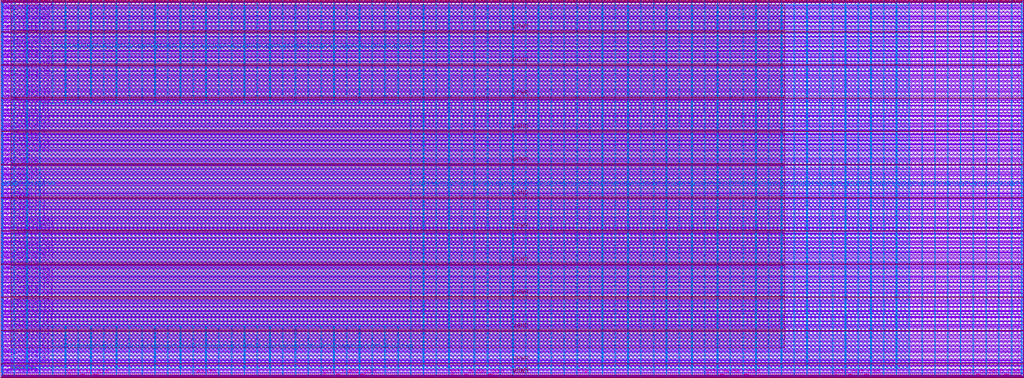
<source format=lef>
# Copyright 2020 The SkyWater PDK Authors
#
# Licensed under the Apache License, Version 2.0 (the "License");
# you may not use this file except in compliance with the License.
# You may obtain a copy of the License at
#
#     https://www.apache.org/licenses/LICENSE-2.0
#
# Unless required by applicable law or agreed to in writing, software
# distributed under the License is distributed on an "AS IS" BASIS,
# WITHOUT WARRANTIES OR CONDITIONS OF ANY KIND, either express or implied.
# See the License for the specific language governing permissions and
# limitations under the License.
#
# SPDX-License-Identifier: Apache-2.0

VERSION 5.7 ;

BUSBITCHARS "[]" ;
DIVIDERCHAR "/" ;

UNITS
  TIME NANOSECONDS 1 ;
  CAPACITANCE PICOFARADS 1 ;
  RESISTANCE OHMS 1 ;
  DATABASE MICRONS 1000 ;
END UNITS

MANUFACTURINGGRID 0.005 ;

PROPERTYDEFINITIONS
  LAYER LEF58_TYPE STRING ;
END PROPERTYDEFINITIONS

# High density, single height
SITE unithd
  SYMMETRY Y ;
  CLASS CORE ;
  SIZE 0.46 BY 2.72 ;
END unithd

# High density, double height
SITE unithddbl
  SYMMETRY Y ;
  CLASS CORE ;
  SIZE 0.46 BY 5.44 ;
END unithddbl

LAYER nwell
  TYPE MASTERSLICE ;
  PROPERTY LEF58_TYPE "TYPE NWELL ;" ;
END nwell

LAYER pwell
  TYPE MASTERSLICE ;
  PROPERTY LEF58_TYPE "TYPE PWELL ;" ;
END pwell

LAYER li1
  TYPE ROUTING ;
  DIRECTION VERTICAL ;

  PITCH 0.46 0.34 ;
  OFFSET 0.23 0.17 ;

  WIDTH 0.17 ;          # LI 1
  # SPACING  0.17 ;     # LI 2
  SPACINGTABLE
     PARALLELRUNLENGTH 0
     WIDTH 0 0.17 ;
  AREA 0.0561 ;         # LI 6
  THICKNESS 0.1 ;
  EDGECAPACITANCE 40.697E-6 ;
  CAPACITANCE CPERSQDIST 36.9866E-6 ;
  RESISTANCE RPERSQ 12.2 ;

  ANTENNAMODEL OXIDE1 ;
  ANTENNADIFFSIDEAREARATIO PWL ( ( 0 75 ) ( 0.0125 75 ) ( 0.0225 85.125 ) ( 22.5 10200 ) ) ;
END li1

LAYER mcon
  TYPE CUT ;

  WIDTH 0.17 ;                # Mcon 1
  SPACING 0.19 ;              # Mcon 2
  ENCLOSURE BELOW 0 0 ;       # Mcon 4
  ENCLOSURE ABOVE 0.03 0.06 ; # Met1 4 / Met1 5

  ANTENNADIFFAREARATIO PWL ( ( 0 3 ) ( 0.0125 3 ) ( 0.0225 3.405 ) ( 22.5 408 ) ) ;
  DCCURRENTDENSITY AVERAGE 0.36 ; # mA per via Iavg_max at Tj = 90oC

END mcon

LAYER met1
  TYPE ROUTING ;
  DIRECTION HORIZONTAL ;

  PITCH 0.34 ;
  OFFSET 0.17 ;

  WIDTH 0.14 ;                     # Met1 1
  # SPACING 0.14 ;                 # Met1 2
  # SPACING 0.28 RANGE 3.001 100 ; # Met1 3b
  SPACINGTABLE
     PARALLELRUNLENGTH 0
     WIDTH 0 0.14
     WIDTH 3 0.28 ;
  AREA 0.083 ;                     # Met1 6
  THICKNESS 0.35 ;
  MINENCLOSEDAREA 0.14 ;

  ANTENNAMODEL OXIDE1 ;
  ANTENNADIFFSIDEAREARATIO PWL ( ( 0 400 ) ( 0.0125 400 ) ( 0.0225 2609 ) ( 22.5 11600 ) ) ;

  EDGECAPACITANCE 40.567E-6 ;
  CAPACITANCE CPERSQDIST 25.7784E-6 ;
  DCCURRENTDENSITY AVERAGE 2.8 ; # mA/um Iavg_max at Tj = 90oC
  ACCURRENTDENSITY RMS 6.1 ; # mA/um Irms_max at Tj = 90oC
  MAXIMUMDENSITY 70 ;
  DENSITYCHECKWINDOW 700 700 ;
  DENSITYCHECKSTEP 70 ;

  RESISTANCE RPERSQ 0.125 ;
END met1

LAYER via
  TYPE CUT ;
  WIDTH 0.15 ;                  # Via 1a
  SPACING 0.17 ;                # Via 2
  ENCLOSURE BELOW 0.055 0.085 ; # Via 4a / Via 5a
  ENCLOSURE ABOVE 0.055 0.085 ; # Met2 4 / Met2 5

  ANTENNADIFFAREARATIO PWL ( ( 0 6 ) ( 0.0125 6 ) ( 0.0225 6.81 ) ( 22.5 816 ) ) ;
  DCCURRENTDENSITY AVERAGE 0.29 ; # mA per via Iavg_max at Tj = 90oC
END via

LAYER met2
  TYPE ROUTING ;
  DIRECTION VERTICAL ;

  PITCH 0.46 ;
  OFFSET 0.23 ;

  WIDTH 0.14 ;                        # Met2 1
  # SPACING  0.14 ;                   # Met2 2
  # SPACING  0.28 RANGE 3.001 100 ;   # Met2 3b
  SPACINGTABLE
     PARALLELRUNLENGTH 0
     WIDTH 0 0.14
     WIDTH 3 0.28 ;
  AREA 0.0676 ;                       # Met2 6
  THICKNESS 0.35 ;
  MINENCLOSEDAREA 0.14 ;

  EDGECAPACITANCE 37.759E-6 ;
  CAPACITANCE CPERSQDIST 16.9423E-6 ;
  RESISTANCE RPERSQ 0.125 ;
  DCCURRENTDENSITY AVERAGE 2.8 ; # mA/um Iavg_max at Tj = 90oC
  ACCURRENTDENSITY RMS 6.1 ; # mA/um Irms_max at Tj = 90oC

  ANTENNAMODEL OXIDE1 ;
  ANTENNADIFFSIDEAREARATIO PWL ( ( 0 400 ) ( 0.0125 400 ) ( 0.0225 2609 ) ( 22.5 11600 ) ) ;

  MAXIMUMDENSITY 70 ;
  DENSITYCHECKWINDOW 700 700 ;
  DENSITYCHECKSTEP 70 ;
END met2

# ******** Layer via2, type routing, number 44 **************
LAYER via2
  TYPE CUT ;
  WIDTH 0.2 ;                   # Via2 1
  SPACING 0.2 ;                 # Via2 2
  ENCLOSURE BELOW 0.04 0.085 ;  # Via2 4
  ENCLOSURE ABOVE 0.065 0.065 ; # Met3 4
  ANTENNADIFFAREARATIO PWL ( ( 0 6 ) ( 0.0125 6 ) ( 0.0225 6.81 ) ( 22.5 816 ) ) ;
  DCCURRENTDENSITY AVERAGE 0.48 ; # mA per via Iavg_max at Tj = 90oC
END via2

LAYER met3
  TYPE ROUTING ;
  DIRECTION HORIZONTAL ;

  PITCH 0.68 ;
  OFFSET 0.34 ;

  WIDTH 0.3 ;              # Met3 1
  # SPACING 0.3 ;          # Met3 2
  SPACINGTABLE
     PARALLELRUNLENGTH 0
     WIDTH 0 0.3
     WIDTH 3 0.4 ;
  AREA 0.24 ;              # Met3 6
  THICKNESS 0.8 ;

  EDGECAPACITANCE 40.989E-6 ;
  CAPACITANCE CPERSQDIST 12.3729E-6 ;
  RESISTANCE RPERSQ 0.047 ;
  DCCURRENTDENSITY AVERAGE 6.8 ; # mA/um Iavg_max at Tj = 90oC
  ACCURRENTDENSITY RMS 14.9 ; # mA/um Irms_max at Tj = 90oC

  ANTENNAMODEL OXIDE1 ;
  ANTENNADIFFSIDEAREARATIO PWL ( ( 0 400 ) ( 0.0125 400 ) ( 0.0225 2609 ) ( 22.5 11600 ) ) ;

  MAXIMUMDENSITY 70 ;
  DENSITYCHECKWINDOW 700 700 ;
  DENSITYCHECKSTEP 70 ;
END met3

LAYER via3
  TYPE CUT ;
  WIDTH 0.2 ;                   # Via3 1
  SPACING 0.2 ;                 # Via3 2
  ENCLOSURE BELOW 0.06 0.09 ;   # Via3 4 / Via3 5
  ENCLOSURE ABOVE 0.065 0.065 ; # Met4 3
  ANTENNADIFFAREARATIO PWL ( ( 0 6 ) ( 0.0125 6 ) ( 0.0225 6.81 ) ( 22.5 816 ) ) ;
  DCCURRENTDENSITY AVERAGE 0.48 ; # mA per via Iavg_max at Tj = 90oC
END via3

LAYER met4
  TYPE ROUTING ;
  DIRECTION VERTICAL ;

  PITCH 0.92 ;
  OFFSET 0.46 ;

  WIDTH 0.3 ;             # Met4 1
  # SPACING  0.3 ;             # Met4 2
  SPACINGTABLE
     PARALLELRUNLENGTH 0
     WIDTH 0 0.3
     WIDTH 3 0.4 ;
  AREA 0.24 ;            # Met4 4a

  THICKNESS 0.8 ;

  EDGECAPACITANCE 36.676E-6 ;
  CAPACITANCE CPERSQDIST 8.41537E-6 ;
  RESISTANCE RPERSQ 0.047 ;
  DCCURRENTDENSITY AVERAGE 6.8 ; # mA/um Iavg_max at Tj = 90oC
  ACCURRENTDENSITY RMS 14.9 ; # mA/um Irms_max at Tj = 90oC

  ANTENNAMODEL OXIDE1 ;
  ANTENNADIFFSIDEAREARATIO PWL ( ( 0 400 ) ( 0.0125 400 ) ( 0.0225 2609 ) ( 22.5 11600 ) ) ;

  MAXIMUMDENSITY 70 ;
  DENSITYCHECKWINDOW 700 700 ;
  DENSITYCHECKSTEP 70 ;
END met4

LAYER via4
  TYPE CUT ;

  WIDTH 0.8 ;                 # Via4 1
  SPACING 0.8 ;               # Via4 2
  ENCLOSURE BELOW 0.19 0.19 ; # Via4 4
  ENCLOSURE ABOVE 0.31 0.31 ; # Met5 3
  ANTENNADIFFAREARATIO PWL ( ( 0 6 ) ( 0.0125 6 ) ( 0.0225 6.81 ) ( 22.5 816 ) ) ;
  DCCURRENTDENSITY AVERAGE 2.49 ; # mA per via Iavg_max at Tj = 90oC
END via4

LAYER met5
  TYPE ROUTING ;
  DIRECTION HORIZONTAL ;

  PITCH 3.4 ;
  OFFSET 1.7 ;

  WIDTH 1.6 ;            # Met5 1
  #SPACING  1.6 ;        # Met5 2
  SPACINGTABLE
     PARALLELRUNLENGTH 0
     WIDTH 0 1.6 ;
  AREA 4 ;               # Met5 4

  THICKNESS 1.2 ;

  EDGECAPACITANCE 38.851E-6 ;
  CAPACITANCE CPERSQDIST 6.32063E-6 ;
  RESISTANCE RPERSQ 0.0285 ;
  DCCURRENTDENSITY AVERAGE 10.17 ; # mA/um Iavg_max at Tj = 90oC
  ACCURRENTDENSITY RMS 22.34 ; # mA/um Irms_max at Tj = 90oC

  ANTENNAMODEL OXIDE1 ;
  ANTENNADIFFSIDEAREARATIO PWL ( ( 0 400 ) ( 0.0125 400 ) ( 0.0225 2609 ) ( 22.5 11600 ) ) ;
END met5


### Routing via cells section   ###
# Plus via rule, metals are along the prefered direction
VIA L1M1_PR DEFAULT
  LAYER mcon ;
  RECT -0.085 -0.085 0.085 0.085 ;
  LAYER li1 ;
  RECT -0.085 -0.085 0.085 0.085 ;
  LAYER met1 ;
  RECT -0.145 -0.115 0.145 0.115 ;
END L1M1_PR

VIARULE L1M1_PR GENERATE
  LAYER li1 ;
  ENCLOSURE 0 0 ;
  LAYER met1 ;
  ENCLOSURE 0.06 0.03 ;
  LAYER mcon ;
  RECT -0.085 -0.085 0.085 0.085 ;
  SPACING 0.36 BY 0.36 ;
END L1M1_PR

# Plus via rule, metals are along the non prefered direction
VIA L1M1_PR_R DEFAULT
  LAYER mcon ;
  RECT -0.085 -0.085 0.085 0.085 ;
  LAYER li1 ;
  RECT -0.085 -0.085 0.085 0.085 ;
  LAYER met1 ;
  RECT -0.115 -0.145 0.115 0.145 ;
END L1M1_PR_R

VIARULE L1M1_PR_R GENERATE
  LAYER li1 ;
  ENCLOSURE 0 0 ;
  LAYER met1 ;
  ENCLOSURE 0.03 0.06 ;
  LAYER mcon ;
  RECT -0.085 -0.085 0.085 0.085 ;
  SPACING 0.36 BY 0.36 ;
END L1M1_PR_R

# Minus via rule, lower layer metal is along prefered direction
VIA L1M1_PR_M DEFAULT
  LAYER mcon ;
  RECT -0.085 -0.085 0.085 0.085 ;
  LAYER li1 ;
  RECT -0.085 -0.085 0.085 0.085 ;
  LAYER met1 ;
  RECT -0.115 -0.145 0.115 0.145 ;
END L1M1_PR_M

VIARULE L1M1_PR_M GENERATE
  LAYER li1 ;
  ENCLOSURE 0 0 ;
  LAYER met1 ;
  ENCLOSURE 0.03 0.06 ;
  LAYER mcon ;
  RECT -0.085 -0.085 0.085 0.085 ;
  SPACING 0.36 BY 0.36 ;
END L1M1_PR_M

# Minus via rule, upper layer metal is along prefered direction
VIA L1M1_PR_MR DEFAULT
  LAYER mcon ;
  RECT -0.085 -0.085 0.085 0.085 ;
  LAYER li1 ;
  RECT -0.085 -0.085 0.085 0.085 ;
  LAYER met1 ;
  RECT -0.145 -0.115 0.145 0.115 ;
END L1M1_PR_MR

VIARULE L1M1_PR_MR GENERATE
  LAYER li1 ;
  ENCLOSURE 0 0 ;
  LAYER met1 ;
  ENCLOSURE 0.06 0.03 ;
  LAYER mcon ;
  RECT -0.085 -0.085 0.085 0.085 ;
  SPACING 0.36 BY 0.36 ;
END L1M1_PR_MR

# Centered via rule, we really do not want to use it
VIA L1M1_PR_C DEFAULT
  LAYER mcon ;
  RECT -0.085 -0.085 0.085 0.085 ;
  LAYER li1 ;
  RECT -0.085 -0.085 0.085 0.085 ;
  LAYER met1 ;
  RECT -0.145 -0.145 0.145 0.145 ;
END L1M1_PR_C

VIARULE L1M1_PR_C GENERATE
  LAYER li1 ;
  ENCLOSURE 0 0 ;
  LAYER met1 ;
  ENCLOSURE 0.06 0.06 ;
  LAYER mcon ;
  RECT -0.085 -0.085 0.085 0.085 ;
  SPACING 0.36 BY 0.36 ;
END L1M1_PR_C

# Plus via rule, metals are along the prefered direction
VIA M1M2_PR DEFAULT
  LAYER via ;
  RECT -0.075 -0.075 0.075 0.075 ;
  LAYER met1 ;
  RECT -0.16 -0.13 0.16 0.13 ;
  LAYER met2 ;
  RECT -0.13 -0.16 0.13 0.16 ;
END M1M2_PR

VIARULE M1M2_PR GENERATE
  LAYER met1 ;
  ENCLOSURE 0.085 0.055 ;
  LAYER met2 ;
  ENCLOSURE 0.055 0.085 ;
  LAYER via ;
  RECT -0.075 -0.075 0.075 0.075 ;
  SPACING 0.32 BY 0.32 ;
END M1M2_PR

# Plus via rule, metals are along the non prefered direction
VIA M1M2_PR_R DEFAULT
  LAYER via ;
  RECT -0.075 -0.075 0.075 0.075 ;
  LAYER met1 ;
  RECT -0.13 -0.16 0.13 0.16 ;
  LAYER met2 ;
  RECT -0.16 -0.13 0.16 0.13 ;
END M1M2_PR_R

VIARULE M1M2_PR_R GENERATE
  LAYER met1 ;
  ENCLOSURE 0.055 0.085 ;
  LAYER met2 ;
  ENCLOSURE 0.085 0.055 ;
  LAYER via ;
  RECT -0.075 -0.075 0.075 0.075 ;
  SPACING 0.32 BY 0.32 ;
END M1M2_PR_R

# Minus via rule, lower layer metal is along prefered direction
VIA M1M2_PR_M DEFAULT
  LAYER via ;
  RECT -0.075 -0.075 0.075 0.075 ;
  LAYER met1 ;
  RECT -0.16 -0.13 0.16 0.13 ;
  LAYER met2 ;
  RECT -0.16 -0.13 0.16 0.13 ;
END M1M2_PR_M

VIARULE M1M2_PR_M GENERATE
  LAYER met1 ;
  ENCLOSURE 0.085 0.055 ;
  LAYER met2 ;
  ENCLOSURE 0.085 0.055 ;
  LAYER via ;
  RECT -0.075 -0.075 0.075 0.075 ;
  SPACING 0.32 BY 0.32 ;
END M1M2_PR_M

# Minus via rule, upper layer metal is along prefered direction
VIA M1M2_PR_MR DEFAULT
  LAYER via ;
  RECT -0.075 -0.075 0.075 0.075 ;
  LAYER met1 ;
  RECT -0.13 -0.16 0.13 0.16 ;
  LAYER met2 ;
  RECT -0.13 -0.16 0.13 0.16 ;
END M1M2_PR_MR

VIARULE M1M2_PR_MR GENERATE
  LAYER met1 ;
  ENCLOSURE 0.055 0.085 ;
  LAYER met2 ;
  ENCLOSURE 0.055 0.085 ;
  LAYER via ;
  RECT -0.075 -0.075 0.075 0.075 ;
  SPACING 0.32 BY 0.32 ;
END M1M2_PR_MR

# Centered via rule, we really do not want to use it
VIA M1M2_PR_C DEFAULT
  LAYER via ;
  RECT -0.075 -0.075 0.075 0.075 ;
  LAYER met1 ;
  RECT -0.16 -0.16 0.16 0.16 ;
  LAYER met2 ;
  RECT -0.16 -0.16 0.16 0.16 ;
END M1M2_PR_C

VIARULE M1M2_PR_C GENERATE
  LAYER met1 ;
  ENCLOSURE 0.085 0.085 ;
  LAYER met2 ;
  ENCLOSURE 0.085 0.085 ;
  LAYER via ;
  RECT -0.075 -0.075 0.075 0.075 ;
  SPACING 0.32 BY 0.32 ;
END M1M2_PR_C

# Plus via rule, metals are along the prefered direction
VIA M2M3_PR DEFAULT
  LAYER via2 ;
  RECT -0.1 -0.1 0.1 0.1 ;
  LAYER met2 ;
  RECT -0.14 -0.185 0.14 0.185 ;
  LAYER met3 ;
  RECT -0.165 -0.165 0.165 0.165 ;
END M2M3_PR

VIARULE M2M3_PR GENERATE
  LAYER met2 ;
  ENCLOSURE 0.04 0.085 ;
  LAYER met3 ;
  ENCLOSURE 0.065 0.065 ;
  LAYER via2 ;
  RECT -0.1 -0.1 0.1 0.1 ;
  SPACING 0.4 BY 0.4 ;
END M2M3_PR

# Plus via rule, metals are along the non prefered direction
VIA M2M3_PR_R DEFAULT
  LAYER via2 ;
  RECT -0.1 -0.1 0.1 0.1 ;
  LAYER met2 ;
  RECT -0.185 -0.14 0.185 0.14 ;
  LAYER met3 ;
  RECT -0.165 -0.165 0.165 0.165 ;
END M2M3_PR_R

VIARULE M2M3_PR_R GENERATE
  LAYER met2 ;
  ENCLOSURE 0.085 0.04 ;
  LAYER met3 ;
  ENCLOSURE 0.065 0.065 ;
  LAYER via2 ;
  RECT -0.1 -0.1 0.1 0.1 ;
  SPACING 0.4 BY 0.4 ;
END M2M3_PR_R

# Minus via rule, lower layer metal is along prefered direction
VIA M2M3_PR_M DEFAULT
  LAYER via2 ;
  RECT -0.1 -0.1 0.1 0.1 ;
  LAYER met2 ;
  RECT -0.14 -0.185 0.14 0.185 ;
  LAYER met3 ;
  RECT -0.165 -0.165 0.165 0.165 ;
END M2M3_PR_M

VIARULE M2M3_PR_M GENERATE
  LAYER met2 ;
  ENCLOSURE 0.04 0.085 ;
  LAYER met3 ;
  ENCLOSURE 0.065 0.065 ;
  LAYER via2 ;
  RECT -0.1 -0.1 0.1 0.1 ;
  SPACING 0.4 BY 0.4 ;
END M2M3_PR_M

# Minus via rule, upper layer metal is along prefered direction
VIA M2M3_PR_MR DEFAULT
  LAYER via2 ;
  RECT -0.1 -0.1 0.1 0.1 ;
  LAYER met2 ;
  RECT -0.185 -0.14 0.185 0.14 ;
  LAYER met3 ;
  RECT -0.165 -0.165 0.165 0.165 ;
END M2M3_PR_MR

VIARULE M2M3_PR_MR GENERATE
  LAYER met2 ;
  ENCLOSURE 0.085 0.04 ;
  LAYER met3 ;
  ENCLOSURE 0.065 0.065 ;
  LAYER via2 ;
  RECT -0.1 -0.1 0.1 0.1 ;
  SPACING 0.4 BY 0.4 ;
END M2M3_PR_MR

# Centered via rule, we really do not want to use it
VIA M2M3_PR_C DEFAULT
  LAYER via2 ;
  RECT -0.1 -0.1 0.1 0.1 ;
  LAYER met2 ;
  RECT -0.185 -0.185 0.185 0.185 ;
  LAYER met3 ;
  RECT -0.165 -0.165 0.165 0.165 ;
END M2M3_PR_C

VIARULE M2M3_PR_C GENERATE
  LAYER met2 ;
  ENCLOSURE 0.085 0.085 ;
  LAYER met3 ;
  ENCLOSURE 0.065 0.065 ;
  LAYER via2 ;
  RECT -0.1 -0.1 0.1 0.1 ;
  SPACING 0.4 BY 0.4 ;
END M2M3_PR_C

# Plus via rule, metals are along the prefered direction
VIA M3M4_PR DEFAULT
  LAYER via3 ;
  RECT -0.1 -0.1 0.1 0.1 ;
  LAYER met3 ;
  RECT -0.19 -0.16 0.19 0.16 ;
  LAYER met4 ;
  RECT -0.165 -0.165 0.165 0.165 ;
END M3M4_PR

VIARULE M3M4_PR GENERATE
  LAYER met3 ;
  ENCLOSURE 0.09 0.06 ;
  LAYER met4 ;
  ENCLOSURE 0.065 0.065 ;
  LAYER via3 ;
  RECT -0.1 -0.1 0.1 0.1 ;
  SPACING 0.4 BY 0.4 ;
END M3M4_PR

# Plus via rule, metals are along the non prefered direction
VIA M3M4_PR_R DEFAULT
  LAYER via3 ;
  RECT -0.1 -0.1 0.1 0.1 ;
  LAYER met3 ;
  RECT -0.16 -0.19 0.16 0.19 ;
  LAYER met4 ;
  RECT -0.165 -0.165 0.165 0.165 ;
END M3M4_PR_R

VIARULE M3M4_PR_R GENERATE
  LAYER met3 ;
  ENCLOSURE 0.06 0.09 ;
  LAYER met4 ;
  ENCLOSURE 0.065 0.065 ;
  LAYER via3 ;
  RECT -0.1 -0.1 0.1 0.1 ;
  SPACING 0.4 BY 0.4 ;
END M3M4_PR_R

# Minus via rule, lower layer metal is along prefered direction
VIA M3M4_PR_M DEFAULT
  LAYER via3 ;
  RECT -0.1 -0.1 0.1 0.1 ;
  LAYER met3 ;
  RECT -0.19 -0.16 0.19 0.16 ;
  LAYER met4 ;
  RECT -0.165 -0.165 0.165 0.165 ;
END M3M4_PR_M

VIARULE M3M4_PR_M GENERATE
  LAYER met3 ;
  ENCLOSURE 0.09 0.06 ;
  LAYER met4 ;
  ENCLOSURE 0.065 0.065 ;
  LAYER via3 ;
  RECT -0.1 -0.1 0.1 0.1 ;
  SPACING 0.4 BY 0.4 ;
END M3M4_PR_M

# Minus via rule, upper layer metal is along prefered direction
VIA M3M4_PR_MR DEFAULT
  LAYER via3 ;
  RECT -0.1 -0.1 0.1 0.1 ;
  LAYER met3 ;
  RECT -0.16 -0.19 0.16 0.19 ;
  LAYER met4 ;
  RECT -0.165 -0.165 0.165 0.165 ;
END M3M4_PR_MR

VIARULE M3M4_PR_MR GENERATE
  LAYER met3 ;
  ENCLOSURE 0.06 0.09 ;
  LAYER met4 ;
  ENCLOSURE 0.065 0.065 ;
  LAYER via3 ;
  RECT -0.1 -0.1 0.1 0.1 ;
  SPACING 0.4 BY 0.4 ;
END M3M4_PR_MR

# Centered via rule, we really do not want to use it
VIA M3M4_PR_C DEFAULT
  LAYER via3 ;
  RECT -0.1 -0.1 0.1 0.1 ;
  LAYER met3 ;
  RECT -0.19 -0.19 0.19 0.19 ;
  LAYER met4 ;
  RECT -0.165 -0.165 0.165 0.165 ;
END M3M4_PR_C

VIARULE M3M4_PR_C GENERATE
  LAYER met3 ;
  ENCLOSURE 0.09 0.09 ;
  LAYER met4 ;
  ENCLOSURE 0.065 0.065 ;
  LAYER via3 ;
  RECT -0.1 -0.1 0.1 0.1 ;
  SPACING 0.4 BY 0.4 ;
END M3M4_PR_C

# Plus via rule, metals are along the prefered direction
VIA M4M5_PR DEFAULT
  LAYER via4 ;
  RECT -0.4 -0.4 0.4 0.4 ;
  LAYER met4 ;
  RECT -0.59 -0.59 0.59 0.59 ;
  LAYER met5 ;
  RECT -0.71 -0.71 0.71 0.71 ;
END M4M5_PR

VIARULE M4M5_PR GENERATE
  LAYER met4 ;
  ENCLOSURE 0.19 0.19 ;
  LAYER met5 ;
  ENCLOSURE 0.31 0.31 ;
  LAYER via4 ;
  RECT -0.4 -0.4 0.4 0.4 ;
  SPACING 1.6 BY 1.6 ;
END M4M5_PR

# Plus via rule, metals are along the non prefered direction
VIA M4M5_PR_R DEFAULT
  LAYER via4 ;
  RECT -0.4 -0.4 0.4 0.4 ;
  LAYER met4 ;
  RECT -0.59 -0.59 0.59 0.59 ;
  LAYER met5 ;
  RECT -0.71 -0.71 0.71 0.71 ;
END M4M5_PR_R

VIARULE M4M5_PR_R GENERATE
  LAYER met4 ;
  ENCLOSURE 0.19 0.19 ;
  LAYER met5 ;
  ENCLOSURE 0.31 0.31 ;
  LAYER via4 ;
  RECT -0.4 -0.4 0.4 0.4 ;
  SPACING 1.6 BY 1.6 ;
END M4M5_PR_R

# Minus via rule, lower layer metal is along prefered direction
VIA M4M5_PR_M DEFAULT
  LAYER via4 ;
  RECT -0.4 -0.4 0.4 0.4 ;
  LAYER met4 ;
  RECT -0.59 -0.59 0.59 0.59 ;
  LAYER met5 ;
  RECT -0.71 -0.71 0.71 0.71 ;
END M4M5_PR_M

VIARULE M4M5_PR_M GENERATE
  LAYER met4 ;
  ENCLOSURE 0.19 0.19 ;
  LAYER met5 ;
  ENCLOSURE 0.31 0.31 ;
  LAYER via4 ;
  RECT -0.4 -0.4 0.4 0.4 ;
  SPACING 1.6 BY 1.6 ;
END M4M5_PR_M

# Minus via rule, upper layer metal is along prefered direction
VIA M4M5_PR_MR DEFAULT
  LAYER via4 ;
  RECT -0.4 -0.4 0.4 0.4 ;
  LAYER met4 ;
  RECT -0.59 -0.59 0.59 0.59 ;
  LAYER met5 ;
  RECT -0.71 -0.71 0.71 0.71 ;
END M4M5_PR_MR

VIARULE M4M5_PR_MR GENERATE
  LAYER met4 ;
  ENCLOSURE 0.19 0.19 ;
  LAYER met5 ;
  ENCLOSURE 0.31 0.31 ;
  LAYER via4 ;
  RECT -0.4 -0.4 0.4 0.4 ;
  SPACING 1.6 BY 1.6 ;
END M4M5_PR_MR

# Centered via rule, we really do not want to use it
VIA M4M5_PR_C DEFAULT
  LAYER via4 ;
  RECT -0.4 -0.4 0.4 0.4 ;
  LAYER met4 ;
  RECT -0.59 -0.59 0.59 0.59 ;
  LAYER met5 ;
  RECT -0.71 -0.71 0.71 0.71 ;
END M4M5_PR_C

VIARULE M4M5_PR_C GENERATE
  LAYER met4 ;
  ENCLOSURE 0.19 0.19 ;
  LAYER met5 ;
  ENCLOSURE 0.31 0.31 ;
  LAYER via4 ;
  RECT -0.4 -0.4 0.4 0.4 ;
  SPACING 1.6 BY 1.6 ;
END M4M5_PR_C
###  end of single via cells   ###


MACRO sky130_fd_sc_hd__o31a_4
  CLASS CORE ;
  FOREIGN sky130_fd_sc_hd__o31a_4 ;
  ORIGIN 0.000 0.000 ;
  SIZE 6.440 BY 2.720 ;
  SYMMETRY X Y R90 ;
  SITE unithd ;
  PIN A1
    DIRECTION INPUT ;
    USE SIGNAL ;
    ANTENNAGATEAREA 0.495000 ;
    PORT
      LAYER li1 ;
        RECT 5.140 1.055 5.470 1.360 ;
    END
  END A1
  PIN A2
    DIRECTION INPUT ;
    USE SIGNAL ;
    ANTENNAGATEAREA 0.495000 ;
    PORT
      LAYER li1 ;
        RECT 4.680 1.530 6.355 1.700 ;
        RECT 4.680 1.360 4.970 1.530 ;
        RECT 4.265 1.055 4.970 1.360 ;
        RECT 5.640 1.055 6.355 1.530 ;
    END
  END A2
  PIN A3
    DIRECTION INPUT ;
    USE SIGNAL ;
    ANTENNAGATEAREA 0.495000 ;
    PORT
      LAYER li1 ;
        RECT 3.765 1.055 4.095 1.360 ;
    END
  END A3
  PIN B1
    DIRECTION INPUT ;
    USE SIGNAL ;
    ANTENNAGATEAREA 0.495000 ;
    PORT
      LAYER li1 ;
        RECT 2.780 1.355 3.150 1.695 ;
        RECT 2.780 1.055 3.575 1.355 ;
    END
  END B1
  PIN VGND
    DIRECTION INOUT ;
    USE GROUND ;
    SHAPE ABUTMENT ;
    PORT
      LAYER met1 ;
        RECT 0.000 -0.240 6.440 0.240 ;
    END
    PORT
      LAYER li1 ;
        RECT 0.085 0.085 0.510 0.545 ;
        RECT 1.065 0.085 1.395 0.485 ;
        RECT 1.935 0.085 2.250 0.885 ;
        RECT 3.760 0.085 4.090 0.445 ;
        RECT 4.600 0.085 4.930 0.445 ;
        RECT 5.440 0.085 5.770 0.445 ;
        RECT 0.000 -0.085 6.440 0.085 ;
      LAYER mcon ;
        RECT 0.145 -0.085 0.315 0.085 ;
        RECT 0.605 -0.085 0.775 0.085 ;
        RECT 1.065 -0.085 1.235 0.085 ;
        RECT 1.525 -0.085 1.695 0.085 ;
        RECT 1.985 -0.085 2.155 0.085 ;
        RECT 2.445 -0.085 2.615 0.085 ;
        RECT 2.905 -0.085 3.075 0.085 ;
        RECT 3.365 -0.085 3.535 0.085 ;
        RECT 3.825 -0.085 3.995 0.085 ;
        RECT 4.285 -0.085 4.455 0.085 ;
        RECT 4.745 -0.085 4.915 0.085 ;
        RECT 5.205 -0.085 5.375 0.085 ;
        RECT 5.665 -0.085 5.835 0.085 ;
        RECT 6.125 -0.085 6.295 0.085 ;
    END
  END VGND
  PIN VNB
    DIRECTION INOUT ;
    USE GROUND ;
    PORT
      LAYER pwell ;
        RECT 0.120 0.105 6.280 1.015 ;
        RECT 0.125 -0.085 0.295 0.105 ;
    END
  END VNB
  PIN VPB
    DIRECTION INOUT ;
    USE POWER ;
    PORT
      LAYER nwell ;
        RECT -0.190 1.305 6.630 2.910 ;
    END
  END VPB
  PIN VPWR
    DIRECTION INOUT ;
    USE POWER ;
    SHAPE ABUTMENT ;
    PORT
      LAYER met1 ;
        RECT 0.000 2.480 6.440 2.960 ;
    END
    PORT
      LAYER li1 ;
        RECT 0.000 2.635 6.440 2.805 ;
        RECT 0.085 1.835 0.510 2.635 ;
        RECT 1.065 1.835 1.395 2.635 ;
        RECT 1.920 1.460 2.250 2.635 ;
        RECT 2.780 2.240 3.110 2.635 ;
        RECT 5.020 2.240 5.350 2.635 ;
      LAYER mcon ;
        RECT 0.145 2.635 0.315 2.805 ;
        RECT 0.605 2.635 0.775 2.805 ;
        RECT 1.065 2.635 1.235 2.805 ;
        RECT 1.525 2.635 1.695 2.805 ;
        RECT 1.985 2.635 2.155 2.805 ;
        RECT 2.445 2.635 2.615 2.805 ;
        RECT 2.905 2.635 3.075 2.805 ;
        RECT 3.365 2.635 3.535 2.805 ;
        RECT 3.825 2.635 3.995 2.805 ;
        RECT 4.285 2.635 4.455 2.805 ;
        RECT 4.745 2.635 4.915 2.805 ;
        RECT 5.205 2.635 5.375 2.805 ;
        RECT 5.665 2.635 5.835 2.805 ;
        RECT 6.125 2.635 6.295 2.805 ;
    END
  END VPWR
  PIN X
    DIRECTION OUTPUT ;
    USE SIGNAL ;
    ANTENNADIFFAREA 0.891000 ;
    PORT
      LAYER li1 ;
        RECT 0.680 1.665 0.895 2.465 ;
        RECT 1.565 1.665 1.750 2.465 ;
        RECT 0.085 1.460 1.750 1.665 ;
        RECT 0.085 0.885 0.735 1.460 ;
        RECT 0.085 0.715 1.765 0.885 ;
        RECT 0.680 0.655 1.765 0.715 ;
        RECT 0.680 0.255 0.895 0.655 ;
        RECT 1.565 0.255 1.765 0.655 ;
    END
  END X
  OBS
      LAYER li1 ;
        RECT 2.440 2.070 2.610 2.465 ;
        RECT 3.760 2.070 4.090 2.465 ;
        RECT 2.440 1.870 4.090 2.070 ;
        RECT 2.440 1.290 2.610 1.870 ;
        RECT 4.260 1.700 4.510 2.465 ;
        RECT 4.680 2.070 4.850 2.465 ;
        RECT 5.520 2.070 5.720 2.465 ;
        RECT 4.680 1.870 5.720 2.070 ;
        RECT 5.890 1.870 6.355 2.465 ;
        RECT 3.320 1.530 4.510 1.700 ;
        RECT 0.905 1.055 2.610 1.290 ;
        RECT 2.440 0.885 2.610 1.055 ;
        RECT 2.440 0.635 3.210 0.885 ;
        RECT 3.380 0.635 6.355 0.885 ;
        RECT 3.380 0.465 3.570 0.635 ;
        RECT 2.440 0.255 3.570 0.465 ;
        RECT 4.260 0.255 4.430 0.635 ;
        RECT 5.100 0.255 5.270 0.635 ;
        RECT 5.940 0.255 6.355 0.635 ;
      LAYER mcon ;
        RECT 4.285 2.125 4.455 2.295 ;
        RECT 6.125 2.125 6.295 2.295 ;
      LAYER met1 ;
        RECT 4.225 2.280 4.515 2.325 ;
        RECT 6.065 2.280 6.355 2.325 ;
        RECT 4.225 2.140 6.355 2.280 ;
        RECT 4.225 2.095 4.515 2.140 ;
        RECT 6.065 2.095 6.355 2.140 ;
  END
END sky130_fd_sc_hd__o31a_4
MACRO sky130_fd_sc_hd__o21bai_4
  CLASS CORE ;
  FOREIGN sky130_fd_sc_hd__o21bai_4 ;
  ORIGIN 0.000 0.000 ;
  SIZE 6.900 BY 2.720 ;
  SYMMETRY X Y R90 ;
  SITE unithd ;
  PIN A1
    DIRECTION INPUT ;
    USE SIGNAL ;
    ANTENNAGATEAREA 0.990000 ;
    PORT
      LAYER li1 ;
        RECT 6.585 1.285 6.810 2.455 ;
        RECT 4.645 1.075 6.810 1.285 ;
    END
  END A1
  PIN A2
    DIRECTION INPUT ;
    USE SIGNAL ;
    ANTENNAGATEAREA 0.990000 ;
    PORT
      LAYER li1 ;
        RECT 3.065 1.075 4.475 1.275 ;
    END
  END A2
  PIN B1_N
    DIRECTION INPUT ;
    USE SIGNAL ;
    ANTENNAGATEAREA 0.247500 ;
    PORT
      LAYER li1 ;
        RECT 0.085 1.075 0.555 1.285 ;
    END
  END B1_N
  PIN VGND
    DIRECTION INOUT ;
    USE GROUND ;
    SHAPE ABUTMENT ;
    PORT
      LAYER met1 ;
        RECT 0.000 -0.240 6.900 0.240 ;
    END
    PORT
      LAYER li1 ;
        RECT 0.225 0.085 0.395 0.895 ;
        RECT 3.265 0.085 3.435 0.555 ;
        RECT 4.105 0.085 4.275 0.555 ;
        RECT 4.945 0.085 5.115 0.555 ;
        RECT 5.785 0.085 5.955 0.555 ;
        RECT 0.000 -0.085 6.900 0.085 ;
      LAYER mcon ;
        RECT 0.145 -0.085 0.315 0.085 ;
        RECT 0.605 -0.085 0.775 0.085 ;
        RECT 1.065 -0.085 1.235 0.085 ;
        RECT 1.525 -0.085 1.695 0.085 ;
        RECT 1.985 -0.085 2.155 0.085 ;
        RECT 2.445 -0.085 2.615 0.085 ;
        RECT 2.905 -0.085 3.075 0.085 ;
        RECT 3.365 -0.085 3.535 0.085 ;
        RECT 3.825 -0.085 3.995 0.085 ;
        RECT 4.285 -0.085 4.455 0.085 ;
        RECT 4.745 -0.085 4.915 0.085 ;
        RECT 5.205 -0.085 5.375 0.085 ;
        RECT 5.665 -0.085 5.835 0.085 ;
        RECT 6.125 -0.085 6.295 0.085 ;
        RECT 6.585 -0.085 6.755 0.085 ;
    END
  END VGND
  PIN VNB
    DIRECTION INOUT ;
    USE GROUND ;
    PORT
      LAYER pwell ;
        RECT 0.035 0.105 6.545 1.015 ;
        RECT 0.145 -0.085 0.315 0.105 ;
    END
  END VNB
  PIN VPB
    DIRECTION INOUT ;
    USE POWER ;
    PORT
      LAYER nwell ;
        RECT -0.190 1.305 7.090 2.910 ;
    END
  END VPB
  PIN VPWR
    DIRECTION INOUT ;
    USE POWER ;
    SHAPE ABUTMENT ;
    PORT
      LAYER met1 ;
        RECT 0.000 2.480 6.900 2.960 ;
    END
    PORT
      LAYER li1 ;
        RECT 0.000 2.635 6.900 2.805 ;
        RECT 0.645 1.795 0.855 2.635 ;
        RECT 1.445 1.795 1.695 2.635 ;
        RECT 2.285 1.795 2.535 2.635 ;
        RECT 4.905 1.795 5.155 2.635 ;
        RECT 5.745 1.795 5.995 2.635 ;
      LAYER mcon ;
        RECT 0.145 2.635 0.315 2.805 ;
        RECT 0.605 2.635 0.775 2.805 ;
        RECT 1.065 2.635 1.235 2.805 ;
        RECT 1.525 2.635 1.695 2.805 ;
        RECT 1.985 2.635 2.155 2.805 ;
        RECT 2.445 2.635 2.615 2.805 ;
        RECT 2.905 2.635 3.075 2.805 ;
        RECT 3.365 2.635 3.535 2.805 ;
        RECT 3.825 2.635 3.995 2.805 ;
        RECT 4.285 2.635 4.455 2.805 ;
        RECT 4.745 2.635 4.915 2.805 ;
        RECT 5.205 2.635 5.375 2.805 ;
        RECT 5.665 2.635 5.835 2.805 ;
        RECT 6.125 2.635 6.295 2.805 ;
        RECT 6.585 2.635 6.755 2.805 ;
    END
  END VPWR
  PIN Y
    DIRECTION OUTPUT ;
    USE SIGNAL ;
    ANTENNADIFFAREA 1.431000 ;
    PORT
      LAYER li1 ;
        RECT 1.065 1.625 1.275 2.465 ;
        RECT 1.865 1.625 2.115 2.465 ;
        RECT 3.225 1.625 3.475 2.125 ;
        RECT 4.065 1.625 4.315 2.125 ;
        RECT 1.065 1.455 4.315 1.625 ;
        RECT 2.445 1.445 4.315 1.455 ;
        RECT 2.445 1.075 2.895 1.445 ;
        RECT 2.445 0.815 2.675 1.075 ;
        RECT 1.420 0.645 2.675 0.815 ;
    END
  END Y
  OBS
      LAYER li1 ;
        RECT 0.145 1.625 0.475 2.435 ;
        RECT 2.775 2.295 4.735 2.465 ;
        RECT 2.775 1.795 3.055 2.295 ;
        RECT 3.645 1.795 3.895 2.295 ;
        RECT 4.485 1.625 4.735 2.295 ;
        RECT 5.325 1.625 5.575 2.465 ;
        RECT 6.165 1.625 6.415 2.465 ;
        RECT 0.145 1.455 0.895 1.625 ;
        RECT 4.485 1.455 6.415 1.625 ;
        RECT 0.725 1.285 0.895 1.455 ;
        RECT 0.725 1.075 2.275 1.285 ;
        RECT 0.725 0.895 0.895 1.075 ;
        RECT 0.565 0.290 0.895 0.895 ;
        RECT 2.845 0.725 6.455 0.905 ;
        RECT 2.845 0.475 3.095 0.725 ;
        RECT 1.080 0.305 3.095 0.475 ;
        RECT 3.605 0.255 3.935 0.725 ;
        RECT 4.445 0.255 4.775 0.725 ;
        RECT 5.285 0.255 5.615 0.725 ;
        RECT 6.125 0.255 6.455 0.725 ;
  END
END sky130_fd_sc_hd__o21bai_4
MACRO sky130_fd_sc_hd__probe_p_8
  CLASS CORE ;
  FOREIGN sky130_fd_sc_hd__probe_p_8 ;
  ORIGIN 0.000 0.000 ;
  SIZE 5.520 BY 2.720 ;
  SYMMETRY X Y R90 ;
  SITE unithd ;
  PIN A
    DIRECTION INPUT ;
    USE SIGNAL ;
    ANTENNAGATEAREA 0.742500 ;
    PORT
      LAYER li1 ;
        RECT 0.140 1.075 1.240 1.275 ;
    END
  END A
  PIN VGND
    DIRECTION INOUT ;
    USE GROUND ;
    SHAPE ABUTMENT ;
    PORT
      LAYER met1 ;
        RECT 0.000 -0.240 5.520 0.240 ;
    END
    PORT
      LAYER li1 ;
        RECT 0.515 0.085 0.845 0.565 ;
        RECT 1.355 0.085 1.685 0.565 ;
        RECT 2.195 0.085 2.525 0.565 ;
        RECT 3.035 0.085 3.365 0.565 ;
        RECT 3.875 0.085 4.205 0.565 ;
        RECT 4.715 0.085 5.045 0.885 ;
        RECT 0.000 -0.085 5.520 0.085 ;
      LAYER mcon ;
        RECT 0.145 -0.085 0.315 0.085 ;
        RECT 0.605 -0.085 0.775 0.085 ;
        RECT 1.065 -0.085 1.235 0.085 ;
        RECT 1.525 -0.085 1.695 0.085 ;
        RECT 1.985 -0.085 2.155 0.085 ;
        RECT 2.445 -0.085 2.615 0.085 ;
        RECT 2.905 -0.085 3.075 0.085 ;
        RECT 3.365 -0.085 3.535 0.085 ;
        RECT 3.825 -0.085 3.995 0.085 ;
        RECT 4.285 -0.085 4.455 0.085 ;
        RECT 4.745 -0.085 4.915 0.085 ;
        RECT 5.205 -0.085 5.375 0.085 ;
    END
  END VGND
  PIN VNB
    DIRECTION INOUT ;
    USE GROUND ;
    PORT
      LAYER pwell ;
        RECT 0.005 0.105 5.135 1.015 ;
        RECT 0.150 -0.085 0.320 0.105 ;
    END
  END VNB
  PIN VPB
    DIRECTION INOUT ;
    USE POWER ;
    PORT
      LAYER nwell ;
        RECT -0.190 1.305 5.710 2.910 ;
    END
  END VPB
  PIN VPWR
    DIRECTION INOUT ;
    USE POWER ;
    SHAPE ABUTMENT ;
    PORT
      LAYER met1 ;
        RECT 0.000 2.480 5.520 2.960 ;
    END
    PORT
      LAYER li1 ;
        RECT 0.000 2.635 5.520 2.805 ;
        RECT 0.595 1.835 0.765 2.635 ;
        RECT 1.435 1.835 1.605 2.635 ;
        RECT 2.195 1.835 2.525 2.635 ;
        RECT 3.035 1.835 3.365 2.635 ;
        RECT 3.875 1.835 4.205 2.635 ;
        RECT 4.715 1.485 5.045 2.635 ;
      LAYER mcon ;
        RECT 0.145 2.635 0.315 2.805 ;
        RECT 0.605 2.635 0.775 2.805 ;
        RECT 1.065 2.635 1.235 2.805 ;
        RECT 1.525 2.635 1.695 2.805 ;
        RECT 1.985 2.635 2.155 2.805 ;
        RECT 2.445 2.635 2.615 2.805 ;
        RECT 2.905 2.635 3.075 2.805 ;
        RECT 3.365 2.635 3.535 2.805 ;
        RECT 3.825 2.635 3.995 2.805 ;
        RECT 4.285 2.635 4.455 2.805 ;
        RECT 4.745 2.635 4.915 2.805 ;
        RECT 5.205 2.635 5.375 2.805 ;
    END
  END VPWR
  PIN X
    DIRECTION OUTPUT ;
    USE SIGNAL ;
    ANTENNADIFFAREA 1.782000 ;
    PORT
      LAYER met5 ;
        RECT 1.250 0.560 4.270 2.160 ;
    END
    PORT
      LAYER met4 ;
        RECT 1.370 0.680 4.150 1.860 ;
      LAYER via4 ;
        RECT 2.970 0.680 4.150 1.860 ;
    END
    PORT
      LAYER met3 ;
        RECT 3.395 1.025 4.175 1.355 ;
      LAYER via3 ;
        RECT 3.425 1.030 3.745 1.350 ;
        RECT 3.825 1.030 4.145 1.350 ;
    END
    PORT
      LAYER met2 ;
        RECT 3.445 1.005 4.125 1.375 ;
      LAYER via2 ;
        RECT 3.445 1.050 3.725 1.330 ;
        RECT 3.845 1.050 4.125 1.330 ;
    END
    PORT
      LAYER met1 ;
        RECT 3.465 1.305 4.105 1.320 ;
        RECT 3.465 1.075 4.910 1.305 ;
        RECT 3.465 1.060 4.105 1.075 ;
      LAYER via ;
        RECT 3.495 1.060 3.755 1.320 ;
        RECT 3.815 1.060 4.075 1.320 ;
    END
    PORT
      LAYER li1 ;
        RECT 1.855 1.615 2.025 2.465 ;
        RECT 2.695 1.615 2.865 2.465 ;
        RECT 3.535 1.615 3.705 2.465 ;
        RECT 4.375 1.615 4.545 2.465 ;
        RECT 1.855 1.445 4.545 1.615 ;
        RECT 4.290 1.315 4.545 1.445 ;
        RECT 4.290 1.055 4.885 1.315 ;
        RECT 4.290 0.905 4.545 1.055 ;
        RECT 1.855 0.735 4.545 0.905 ;
        RECT 1.855 0.255 2.025 0.735 ;
        RECT 2.695 0.255 2.865 0.735 ;
        RECT 3.535 0.255 3.705 0.735 ;
        RECT 4.375 0.255 4.545 0.735 ;
      LAYER mcon ;
        RECT 4.320 1.105 4.490 1.275 ;
        RECT 4.680 1.105 4.850 1.275 ;
    END
  END X
  OBS
      LAYER li1 ;
        RECT 0.095 1.615 0.425 2.465 ;
        RECT 0.935 1.615 1.265 2.465 ;
        RECT 0.095 1.445 1.595 1.615 ;
        RECT 1.420 1.245 1.595 1.445 ;
        RECT 1.420 1.075 4.045 1.245 ;
        RECT 1.420 0.905 1.595 1.075 ;
        RECT 0.175 0.735 1.595 0.905 ;
        RECT 0.175 0.255 0.345 0.735 ;
        RECT 1.015 0.260 1.185 0.735 ;
  END
END sky130_fd_sc_hd__probe_p_8
MACRO sky130_fd_sc_hd__conb_1
  CLASS CORE ;
  FOREIGN sky130_fd_sc_hd__conb_1 ;
  ORIGIN 0.000 0.000 ;
  SIZE 1.380 BY 2.720 ;
  SYMMETRY X Y R90 ;
  SITE unithd ;
  PIN VGND
    DIRECTION INOUT ;
    USE GROUND ;
    SHAPE ABUTMENT ;
    PORT
      LAYER met1 ;
        RECT 0.000 -0.240 1.380 0.240 ;
    END
    PORT
      LAYER li1 ;
        RECT 0.775 0.085 1.115 0.745 ;
        RECT 0.000 -0.085 1.380 0.085 ;
      LAYER mcon ;
        RECT 0.145 -0.085 0.315 0.085 ;
        RECT 0.605 -0.085 0.775 0.085 ;
        RECT 1.065 -0.085 1.235 0.085 ;
    END
  END VGND
  PIN VNB
    DIRECTION INOUT ;
    USE GROUND ;
    PORT
      LAYER pwell ;
        RECT 0.145 -0.085 0.315 0.085 ;
    END
  END VNB
  PIN VPB
    DIRECTION INOUT ;
    USE POWER ;
    PORT
      LAYER nwell ;
        RECT -0.190 1.305 1.570 2.910 ;
    END
  END VPB
  PIN VPWR
    DIRECTION INOUT ;
    USE POWER ;
    SHAPE ABUTMENT ;
    PORT
      LAYER met1 ;
        RECT 0.000 2.480 1.380 2.960 ;
    END
    PORT
      LAYER li1 ;
        RECT 0.000 2.635 1.380 2.805 ;
        RECT 0.275 1.910 0.605 2.635 ;
      LAYER mcon ;
        RECT 0.145 2.635 0.315 2.805 ;
        RECT 0.605 2.635 0.775 2.805 ;
        RECT 1.065 2.635 1.235 2.805 ;
    END
  END VPWR
  PIN HI
    DIRECTION OUTPUT ;
    USE SIGNAL ;
    PORT
      LAYER li1 ;
        RECT 0.085 0.255 0.605 1.740 ;
    END
  END HI
  PIN LO
    DIRECTION OUTPUT ;
    USE SIGNAL ;
    PORT
      LAYER li1 ;
        RECT 0.775 0.915 1.295 2.465 ;
    END
  END LO
END sky130_fd_sc_hd__conb_1
MACRO sky130_fd_sc_hd__lpflow_inputiso0p_1
  CLASS CORE ;
  FOREIGN sky130_fd_sc_hd__lpflow_inputiso0p_1 ;
  ORIGIN 0.000 0.000 ;
  SIZE 2.760 BY 2.720 ;
  SYMMETRY X Y R90 ;
  SITE unithd ;
  PIN A
    DIRECTION INPUT ;
    USE SIGNAL ;
    ANTENNAGATEAREA 0.126000 ;
    PORT
      LAYER li1 ;
        RECT 1.480 1.645 2.175 1.955 ;
    END
  END A
  PIN SLEEP
    DIRECTION INPUT ;
    USE SIGNAL ;
    ANTENNAGATEAREA 0.126000 ;
    PORT
      LAYER li1 ;
        RECT 0.145 0.765 0.445 1.615 ;
    END
  END SLEEP
  PIN VGND
    DIRECTION INOUT ;
    USE GROUND ;
    SHAPE ABUTMENT ;
    PORT
      LAYER met1 ;
        RECT 0.000 -0.240 2.760 0.240 ;
    END
    PORT
      LAYER li1 ;
        RECT 0.090 0.085 0.425 0.590 ;
        RECT 1.850 0.085 2.245 0.580 ;
        RECT 0.000 -0.085 2.760 0.085 ;
      LAYER mcon ;
        RECT 0.145 -0.085 0.315 0.085 ;
        RECT 0.605 -0.085 0.775 0.085 ;
        RECT 1.065 -0.085 1.235 0.085 ;
        RECT 1.525 -0.085 1.695 0.085 ;
        RECT 1.985 -0.085 2.155 0.085 ;
        RECT 2.445 -0.085 2.615 0.085 ;
    END
  END VGND
  PIN VNB
    DIRECTION INOUT ;
    USE GROUND ;
    PORT
      LAYER pwell ;
        RECT 1.825 0.785 2.755 1.015 ;
        RECT 0.005 0.105 2.755 0.785 ;
        RECT 0.145 -0.085 0.315 0.105 ;
    END
  END VNB
  PIN VPB
    DIRECTION INOUT ;
    USE POWER ;
    PORT
      LAYER nwell ;
        RECT -0.190 1.305 2.950 2.910 ;
    END
  END VPB
  PIN VPWR
    DIRECTION INOUT ;
    USE POWER ;
    SHAPE ABUTMENT ;
    PORT
      LAYER met1 ;
        RECT 0.000 2.480 2.760 2.960 ;
    END
    PORT
      LAYER li1 ;
        RECT 0.000 2.635 2.760 2.805 ;
        RECT 0.515 2.185 0.845 2.635 ;
        RECT 1.485 2.165 2.170 2.635 ;
      LAYER mcon ;
        RECT 0.145 2.635 0.315 2.805 ;
        RECT 0.605 2.635 0.775 2.805 ;
        RECT 1.065 2.635 1.235 2.805 ;
        RECT 1.525 2.635 1.695 2.805 ;
        RECT 1.985 2.635 2.155 2.805 ;
        RECT 2.445 2.635 2.615 2.805 ;
    END
  END VPWR
  PIN X
    DIRECTION OUTPUT ;
    USE SIGNAL ;
    ANTENNADIFFAREA 0.429000 ;
    PORT
      LAYER li1 ;
        RECT 2.350 1.580 2.655 2.365 ;
        RECT 2.480 0.775 2.655 1.580 ;
        RECT 2.415 0.255 2.655 0.775 ;
    END
  END X
  OBS
      LAYER li1 ;
        RECT 0.175 2.015 0.345 2.445 ;
        RECT 0.175 1.785 0.850 2.015 ;
        RECT 0.615 1.135 0.850 1.785 ;
        RECT 1.020 1.475 1.305 2.420 ;
        RECT 1.020 1.325 1.880 1.475 ;
        RECT 1.020 1.305 2.305 1.325 ;
        RECT 0.615 0.805 1.150 1.135 ;
        RECT 1.320 0.945 2.305 1.305 ;
        RECT 0.615 0.655 0.835 0.805 ;
        RECT 0.595 0.280 0.835 0.655 ;
        RECT 1.320 0.610 1.490 0.945 ;
        RECT 1.115 0.415 1.490 0.610 ;
        RECT 1.115 0.270 1.285 0.415 ;
  END
END sky130_fd_sc_hd__lpflow_inputiso0p_1
MACRO sky130_fd_sc_hd__mux2i_1
  CLASS CORE ;
  FOREIGN sky130_fd_sc_hd__mux2i_1 ;
  ORIGIN 0.000 0.000 ;
  SIZE 3.680 BY 2.720 ;
  SYMMETRY X Y R90 ;
  SITE unithd ;
  PIN A0
    DIRECTION INPUT ;
    USE SIGNAL ;
    ANTENNAGATEAREA 0.247500 ;
    PORT
      LAYER li1 ;
        RECT 0.085 1.060 0.420 1.285 ;
    END
  END A0
  PIN A1
    DIRECTION INPUT ;
    USE SIGNAL ;
    ANTENNAGATEAREA 0.247500 ;
    PORT
      LAYER li1 ;
        RECT 1.035 1.445 1.235 2.110 ;
        RECT 1.035 1.325 1.205 1.445 ;
        RECT 0.955 1.155 1.205 1.325 ;
        RECT 0.955 0.995 1.125 1.155 ;
    END
  END A1
  PIN S
    DIRECTION INPUT ;
    USE SIGNAL ;
    ANTENNAGATEAREA 0.495000 ;
    PORT
      LAYER li1 ;
        RECT 3.260 0.760 3.595 1.620 ;
    END
  END S
  PIN VGND
    DIRECTION INOUT ;
    USE GROUND ;
    SHAPE ABUTMENT ;
    PORT
      LAYER met1 ;
        RECT 0.000 -0.240 3.680 0.240 ;
    END
    PORT
      LAYER li1 ;
        RECT 1.975 0.085 2.145 0.545 ;
        RECT 3.335 0.085 3.555 0.545 ;
        RECT 0.000 -0.085 3.680 0.085 ;
      LAYER mcon ;
        RECT 0.145 -0.085 0.315 0.085 ;
        RECT 0.605 -0.085 0.775 0.085 ;
        RECT 1.065 -0.085 1.235 0.085 ;
        RECT 1.525 -0.085 1.695 0.085 ;
        RECT 1.985 -0.085 2.155 0.085 ;
        RECT 2.445 -0.085 2.615 0.085 ;
        RECT 2.905 -0.085 3.075 0.085 ;
        RECT 3.365 -0.085 3.535 0.085 ;
    END
  END VGND
  PIN VNB
    DIRECTION INOUT ;
    USE GROUND ;
    PORT
      LAYER pwell ;
        RECT 0.005 0.105 3.675 1.015 ;
        RECT 0.145 -0.085 0.315 0.105 ;
    END
  END VNB
  PIN VPB
    DIRECTION INOUT ;
    USE POWER ;
    PORT
      LAYER nwell ;
        RECT -0.190 1.305 3.870 2.910 ;
    END
  END VPB
  PIN VPWR
    DIRECTION INOUT ;
    USE POWER ;
    SHAPE ABUTMENT ;
    PORT
      LAYER met1 ;
        RECT 0.000 2.480 3.680 2.960 ;
    END
    PORT
      LAYER li1 ;
        RECT 0.000 2.635 3.680 2.805 ;
        RECT 1.745 1.835 1.975 2.635 ;
        RECT 3.295 1.835 3.590 2.635 ;
      LAYER mcon ;
        RECT 0.145 2.635 0.315 2.805 ;
        RECT 0.605 2.635 0.775 2.805 ;
        RECT 1.065 2.635 1.235 2.805 ;
        RECT 1.525 2.635 1.695 2.805 ;
        RECT 1.985 2.635 2.155 2.805 ;
        RECT 2.445 2.635 2.615 2.805 ;
        RECT 2.905 2.635 3.075 2.805 ;
        RECT 3.365 2.635 3.535 2.805 ;
    END
  END VPWR
  PIN Y
    DIRECTION OUTPUT ;
    USE SIGNAL ;
    ANTENNADIFFAREA 0.480500 ;
    PORT
      LAYER li1 ;
        RECT 0.590 1.455 0.840 2.125 ;
        RECT 0.590 0.595 0.780 1.455 ;
    END
  END Y
  OBS
      LAYER li1 ;
        RECT 0.120 2.295 1.575 2.465 ;
        RECT 0.120 1.455 0.420 2.295 ;
        RECT 1.405 1.650 1.575 2.295 ;
        RECT 2.285 1.650 2.615 2.465 ;
        RECT 1.405 1.480 2.615 1.650 ;
        RECT 2.860 1.310 3.085 2.465 ;
        RECT 1.385 1.075 3.085 1.310 ;
        RECT 0.085 0.465 0.345 0.885 ;
        RECT 1.295 0.825 2.620 0.885 ;
        RECT 0.955 0.715 2.620 0.825 ;
        RECT 0.955 0.655 1.520 0.715 ;
        RECT 0.085 0.425 0.440 0.465 ;
        RECT 0.965 0.425 1.805 0.465 ;
        RECT 0.085 0.255 1.805 0.425 ;
        RECT 2.385 0.255 2.620 0.715 ;
        RECT 2.800 0.485 3.085 1.075 ;
        RECT 2.800 0.255 3.165 0.485 ;
  END
END sky130_fd_sc_hd__mux2i_1
MACRO sky130_fd_sc_hd__sdfstp_1
  CLASS CORE ;
  FOREIGN sky130_fd_sc_hd__sdfstp_1 ;
  ORIGIN 0.000 0.000 ;
  SIZE 12.420 BY 2.720 ;
  SYMMETRY X Y R90 ;
  SITE unithd ;
  PIN CLK
    DIRECTION INPUT ;
    USE CLOCK ;
    ANTENNAGATEAREA 0.159000 ;
    PORT
      LAYER li1 ;
        RECT 2.905 1.615 3.085 1.960 ;
        RECT 2.905 1.055 3.565 1.615 ;
        RECT 2.905 0.725 3.100 1.055 ;
    END
  END CLK
  PIN D
    DIRECTION INPUT ;
    USE SIGNAL ;
    ANTENNAGATEAREA 0.159000 ;
    PORT
      LAYER li1 ;
        RECT 1.050 0.765 1.335 1.675 ;
    END
  END D
  PIN SCD
    DIRECTION INPUT ;
    USE SIGNAL ;
    ANTENNAGATEAREA 0.159000 ;
    PORT
      LAYER li1 ;
        RECT 0.085 0.765 0.340 1.675 ;
    END
  END SCD
  PIN SCE
    DIRECTION INPUT ;
    USE SIGNAL ;
    ANTENNAGATEAREA 0.318000 ;
    PORT
      LAYER met1 ;
        RECT 0.545 1.260 0.835 1.305 ;
        RECT 2.385 1.260 2.675 1.305 ;
        RECT 0.545 1.120 2.675 1.260 ;
        RECT 0.545 1.075 0.835 1.120 ;
        RECT 2.385 1.075 2.675 1.120 ;
    END
    PORT
      LAYER li1 ;
        RECT 2.370 1.075 2.700 1.600 ;
      LAYER mcon ;
        RECT 2.445 1.105 2.615 1.275 ;
    END
    PORT
      LAYER li1 ;
        RECT 0.540 0.765 0.820 1.675 ;
      LAYER mcon ;
        RECT 0.605 1.105 0.775 1.275 ;
    END
  END SCE
  PIN SET_B
    DIRECTION INPUT ;
    USE SIGNAL ;
    ANTENNAGATEAREA 0.252000 ;
    PORT
      LAYER met1 ;
        RECT 6.580 1.600 6.870 1.645 ;
        RECT 8.880 1.600 9.170 1.645 ;
        RECT 6.580 1.460 9.170 1.600 ;
        RECT 6.580 1.415 6.870 1.460 ;
        RECT 8.880 1.415 9.170 1.460 ;
    END
    PORT
      LAYER li1 ;
        RECT 8.880 1.545 9.945 1.725 ;
        RECT 8.880 1.425 9.135 1.545 ;
      LAYER mcon ;
        RECT 8.940 1.445 9.110 1.615 ;
    END
    PORT
      LAYER li1 ;
        RECT 6.640 1.445 7.065 1.765 ;
    END
  END SET_B
  PIN VGND
    DIRECTION INOUT ;
    USE GROUND ;
    SHAPE ABUTMENT ;
    PORT
      LAYER met1 ;
        RECT 0.000 -0.240 12.420 0.240 ;
    END
    PORT
      LAYER li1 ;
        RECT 0.085 0.085 0.700 0.595 ;
        RECT 1.825 0.085 2.090 0.545 ;
        RECT 2.690 0.085 3.100 0.555 ;
        RECT 3.625 0.085 3.955 0.545 ;
        RECT 5.610 0.085 6.095 0.465 ;
        RECT 6.705 0.085 7.715 0.805 ;
        RECT 10.115 0.085 10.365 0.545 ;
        RECT 11.515 0.085 11.825 0.825 ;
        RECT 0.000 -0.085 12.420 0.085 ;
      LAYER mcon ;
        RECT 0.145 -0.085 0.315 0.085 ;
        RECT 0.605 -0.085 0.775 0.085 ;
        RECT 1.065 -0.085 1.235 0.085 ;
        RECT 1.525 -0.085 1.695 0.085 ;
        RECT 1.985 -0.085 2.155 0.085 ;
        RECT 2.445 -0.085 2.615 0.085 ;
        RECT 2.905 -0.085 3.075 0.085 ;
        RECT 3.365 -0.085 3.535 0.085 ;
        RECT 3.825 -0.085 3.995 0.085 ;
        RECT 4.285 -0.085 4.455 0.085 ;
        RECT 4.745 -0.085 4.915 0.085 ;
        RECT 5.205 -0.085 5.375 0.085 ;
        RECT 5.665 -0.085 5.835 0.085 ;
        RECT 6.125 -0.085 6.295 0.085 ;
        RECT 6.585 -0.085 6.755 0.085 ;
        RECT 7.045 -0.085 7.215 0.085 ;
        RECT 7.505 -0.085 7.675 0.085 ;
        RECT 7.965 -0.085 8.135 0.085 ;
        RECT 8.425 -0.085 8.595 0.085 ;
        RECT 8.885 -0.085 9.055 0.085 ;
        RECT 9.345 -0.085 9.515 0.085 ;
        RECT 9.805 -0.085 9.975 0.085 ;
        RECT 10.265 -0.085 10.435 0.085 ;
        RECT 10.725 -0.085 10.895 0.085 ;
        RECT 11.185 -0.085 11.355 0.085 ;
        RECT 11.645 -0.085 11.815 0.085 ;
        RECT 12.105 -0.085 12.275 0.085 ;
    END
  END VGND
  PIN VNB
    DIRECTION INOUT ;
    USE GROUND ;
    PORT
      LAYER pwell ;
        RECT 7.040 0.785 8.845 1.005 ;
        RECT 11.495 0.785 12.415 1.015 ;
        RECT 0.005 0.105 12.415 0.785 ;
        RECT 0.145 -0.085 0.315 0.105 ;
    END
  END VNB
  PIN VPB
    DIRECTION INOUT ;
    USE POWER ;
    PORT
      LAYER nwell ;
        RECT -0.190 1.305 12.610 2.910 ;
    END
  END VPB
  PIN VPWR
    DIRECTION INOUT ;
    USE POWER ;
    SHAPE ABUTMENT ;
    PORT
      LAYER met1 ;
        RECT 0.000 2.480 12.420 2.960 ;
    END
    PORT
      LAYER li1 ;
        RECT 0.000 2.635 12.420 2.805 ;
        RECT 0.515 2.195 0.785 2.635 ;
        RECT 2.690 2.140 2.985 2.635 ;
        RECT 3.595 2.275 3.925 2.635 ;
        RECT 5.945 2.275 6.330 2.635 ;
        RECT 7.060 2.125 8.015 2.635 ;
        RECT 9.160 2.235 9.490 2.635 ;
        RECT 10.155 2.235 10.485 2.635 ;
        RECT 11.515 1.790 11.825 2.635 ;
      LAYER mcon ;
        RECT 0.145 2.635 0.315 2.805 ;
        RECT 0.605 2.635 0.775 2.805 ;
        RECT 1.065 2.635 1.235 2.805 ;
        RECT 1.525 2.635 1.695 2.805 ;
        RECT 1.985 2.635 2.155 2.805 ;
        RECT 2.445 2.635 2.615 2.805 ;
        RECT 2.905 2.635 3.075 2.805 ;
        RECT 3.365 2.635 3.535 2.805 ;
        RECT 3.825 2.635 3.995 2.805 ;
        RECT 4.285 2.635 4.455 2.805 ;
        RECT 4.745 2.635 4.915 2.805 ;
        RECT 5.205 2.635 5.375 2.805 ;
        RECT 5.665 2.635 5.835 2.805 ;
        RECT 6.125 2.635 6.295 2.805 ;
        RECT 6.585 2.635 6.755 2.805 ;
        RECT 7.045 2.635 7.215 2.805 ;
        RECT 7.505 2.635 7.675 2.805 ;
        RECT 7.965 2.635 8.135 2.805 ;
        RECT 8.425 2.635 8.595 2.805 ;
        RECT 8.885 2.635 9.055 2.805 ;
        RECT 9.345 2.635 9.515 2.805 ;
        RECT 9.805 2.635 9.975 2.805 ;
        RECT 10.265 2.635 10.435 2.805 ;
        RECT 10.725 2.635 10.895 2.805 ;
        RECT 11.185 2.635 11.355 2.805 ;
        RECT 11.645 2.635 11.815 2.805 ;
        RECT 12.105 2.635 12.275 2.805 ;
    END
  END VPWR
  PIN Q
    DIRECTION OUTPUT ;
    USE SIGNAL ;
    ANTENNADIFFAREA 0.429000 ;
    PORT
      LAYER li1 ;
        RECT 11.995 1.495 12.335 2.450 ;
        RECT 12.145 0.825 12.335 1.495 ;
        RECT 11.995 0.275 12.335 0.825 ;
    END
  END Q
  OBS
      LAYER li1 ;
        RECT 0.085 2.025 0.345 2.465 ;
        RECT 0.955 2.255 2.045 2.465 ;
        RECT 0.955 2.025 1.125 2.255 ;
        RECT 2.270 2.085 2.520 2.465 ;
        RECT 0.085 1.845 1.125 2.025 ;
        RECT 1.295 1.845 1.695 2.085 ;
        RECT 1.505 0.710 1.695 1.845 ;
        RECT 1.865 1.770 2.520 2.085 ;
        RECT 3.255 2.000 3.425 2.325 ;
        RECT 4.095 2.135 4.440 2.465 ;
        RECT 3.255 1.990 3.985 2.000 ;
        RECT 3.255 1.830 3.995 1.990 ;
        RECT 1.865 0.905 2.200 1.770 ;
        RECT 1.865 0.715 2.520 0.905 ;
        RECT 3.735 0.885 3.995 1.830 ;
        RECT 1.505 0.705 1.675 0.710 ;
        RECT 1.495 0.665 1.675 0.705 ;
        RECT 1.475 0.660 1.675 0.665 ;
        RECT 1.475 0.645 1.670 0.660 ;
        RECT 1.460 0.635 1.665 0.645 ;
        RECT 1.445 0.630 1.665 0.635 ;
        RECT 1.440 0.620 1.665 0.630 ;
        RECT 1.430 0.615 1.660 0.620 ;
        RECT 1.420 0.610 1.660 0.615 ;
        RECT 1.405 0.605 1.660 0.610 ;
        RECT 1.395 0.600 1.660 0.605 ;
        RECT 1.380 0.595 1.660 0.600 ;
        RECT 0.870 0.575 1.650 0.595 ;
        RECT 0.870 0.555 1.640 0.575 ;
        RECT 0.870 0.255 1.625 0.555 ;
        RECT 2.260 0.255 2.520 0.715 ;
        RECT 3.270 0.715 3.995 0.885 ;
        RECT 4.165 1.420 4.440 2.135 ;
        RECT 4.615 1.615 4.830 2.465 ;
        RECT 5.035 2.135 5.755 2.465 ;
        RECT 4.615 1.590 4.915 1.615 ;
        RECT 4.660 1.445 4.915 1.590 ;
        RECT 5.205 1.575 5.415 1.955 ;
        RECT 4.165 1.090 4.490 1.420 ;
        RECT 3.270 0.255 3.455 0.715 ;
        RECT 4.165 0.585 4.335 1.090 ;
        RECT 4.660 0.920 4.830 1.445 ;
        RECT 5.585 1.395 5.755 2.135 ;
        RECT 6.605 2.105 6.820 2.450 ;
        RECT 8.185 2.125 8.990 2.460 ;
        RECT 5.925 1.935 6.820 2.105 ;
        RECT 8.820 2.065 8.990 2.125 ;
        RECT 9.660 2.065 9.965 2.450 ;
        RECT 5.925 1.575 6.095 1.935 ;
        RECT 7.235 1.670 8.135 1.955 ;
        RECT 5.085 1.275 6.475 1.395 ;
        RECT 7.355 1.275 7.715 1.325 ;
        RECT 4.125 0.255 4.335 0.585 ;
        RECT 4.505 0.255 4.830 0.920 ;
        RECT 5.000 1.225 7.715 1.275 ;
        RECT 5.000 0.255 5.440 1.225 ;
        RECT 5.645 0.805 5.975 1.015 ;
        RECT 6.305 0.975 7.715 1.225 ;
        RECT 7.885 0.905 8.135 1.670 ;
        RECT 8.425 1.075 8.650 1.905 ;
        RECT 8.820 1.895 10.485 2.065 ;
        RECT 10.155 1.605 10.485 1.895 ;
        RECT 10.655 1.365 10.915 2.465 ;
        RECT 8.820 0.905 9.105 1.255 ;
        RECT 5.645 0.635 6.535 0.805 ;
        RECT 7.885 0.720 9.105 0.905 ;
        RECT 9.320 1.195 10.915 1.365 ;
        RECT 9.320 0.855 9.530 1.195 ;
        RECT 9.710 0.785 10.515 1.015 ;
        RECT 6.285 0.255 6.535 0.635 ;
        RECT 9.710 0.545 9.910 0.785 ;
        RECT 10.685 0.585 10.915 1.195 ;
        RECT 8.465 0.275 9.910 0.545 ;
        RECT 10.575 0.255 10.915 0.585 ;
        RECT 11.085 1.325 11.345 2.465 ;
        RECT 11.085 0.995 11.975 1.325 ;
        RECT 11.085 0.255 11.345 0.995 ;
      LAYER mcon ;
        RECT 1.525 1.445 1.695 1.615 ;
        RECT 3.825 1.785 3.995 1.955 ;
        RECT 5.205 1.785 5.375 1.955 ;
        RECT 4.745 1.445 4.915 1.615 ;
        RECT 4.285 1.105 4.455 1.275 ;
        RECT 7.560 1.785 7.730 1.955 ;
        RECT 8.480 1.105 8.650 1.275 ;
      LAYER met1 ;
        RECT 3.765 1.940 4.055 1.985 ;
        RECT 5.145 1.940 5.435 1.985 ;
        RECT 7.500 1.940 7.790 1.985 ;
        RECT 3.765 1.800 7.790 1.940 ;
        RECT 3.765 1.755 4.055 1.800 ;
        RECT 5.145 1.755 5.435 1.800 ;
        RECT 7.500 1.755 7.790 1.800 ;
        RECT 1.465 1.600 1.755 1.645 ;
        RECT 4.685 1.600 4.975 1.645 ;
        RECT 1.465 1.460 4.975 1.600 ;
        RECT 1.465 1.415 1.755 1.460 ;
        RECT 4.685 1.415 4.975 1.460 ;
        RECT 4.225 1.260 4.515 1.305 ;
        RECT 8.420 1.260 8.710 1.305 ;
        RECT 4.225 1.120 8.710 1.260 ;
        RECT 4.225 1.075 4.515 1.120 ;
        RECT 8.420 1.075 8.710 1.120 ;
  END
END sky130_fd_sc_hd__sdfstp_1
MACRO sky130_fd_sc_hd__a32o_2
  CLASS CORE ;
  FOREIGN sky130_fd_sc_hd__a32o_2 ;
  ORIGIN 0.000 0.000 ;
  SIZE 4.140 BY 2.720 ;
  SYMMETRY X Y R90 ;
  SITE unithd ;
  PIN A1
    DIRECTION INPUT ;
    USE SIGNAL ;
    ANTENNAGATEAREA 0.247500 ;
    PORT
      LAYER li1 ;
        RECT 2.685 0.955 2.985 1.325 ;
        RECT 2.755 0.610 2.985 0.955 ;
        RECT 2.755 0.415 3.105 0.610 ;
    END
  END A1
  PIN A2
    DIRECTION INPUT ;
    USE SIGNAL ;
    ANTENNAGATEAREA 0.247500 ;
    PORT
      LAYER li1 ;
        RECT 3.305 1.325 3.545 1.625 ;
        RECT 3.165 0.995 3.545 1.325 ;
        RECT 3.305 0.425 3.545 0.995 ;
    END
  END A2
  PIN A3
    DIRECTION INPUT ;
    USE SIGNAL ;
    ANTENNAGATEAREA 0.247500 ;
    PORT
      LAYER li1 ;
        RECT 3.815 0.995 4.055 1.630 ;
    END
  END A3
  PIN B1
    DIRECTION INPUT ;
    USE SIGNAL ;
    ANTENNAGATEAREA 0.247500 ;
    PORT
      LAYER li1 ;
        RECT 2.345 1.445 2.550 1.615 ;
        RECT 2.345 1.245 2.515 1.445 ;
        RECT 2.085 1.075 2.515 1.245 ;
    END
  END B1
  PIN B2
    DIRECTION INPUT ;
    USE SIGNAL ;
    ANTENNAGATEAREA 0.247500 ;
    PORT
      LAYER li1 ;
        RECT 1.115 0.745 1.530 1.275 ;
    END
  END B2
  PIN VGND
    DIRECTION INOUT ;
    USE GROUND ;
    SHAPE ABUTMENT ;
    PORT
      LAYER met1 ;
        RECT 0.000 -0.240 4.140 0.240 ;
    END
    PORT
      LAYER li1 ;
        RECT 0.090 0.085 0.425 0.465 ;
        RECT 0.935 0.085 1.640 0.445 ;
        RECT 3.715 0.085 4.050 0.805 ;
        RECT 0.000 -0.085 4.140 0.085 ;
      LAYER mcon ;
        RECT 0.145 -0.085 0.315 0.085 ;
        RECT 0.605 -0.085 0.775 0.085 ;
        RECT 1.065 -0.085 1.235 0.085 ;
        RECT 1.525 -0.085 1.695 0.085 ;
        RECT 1.985 -0.085 2.155 0.085 ;
        RECT 2.445 -0.085 2.615 0.085 ;
        RECT 2.905 -0.085 3.075 0.085 ;
        RECT 3.365 -0.085 3.535 0.085 ;
        RECT 3.825 -0.085 3.995 0.085 ;
    END
  END VGND
  PIN VNB
    DIRECTION INOUT ;
    USE GROUND ;
    PORT
      LAYER pwell ;
        RECT 0.005 0.105 4.135 1.015 ;
        RECT 0.150 -0.085 0.320 0.105 ;
    END
  END VNB
  PIN VPB
    DIRECTION INOUT ;
    USE POWER ;
    PORT
      LAYER nwell ;
        RECT -0.190 1.305 4.330 2.910 ;
    END
  END VPB
  PIN VPWR
    DIRECTION INOUT ;
    USE POWER ;
    SHAPE ABUTMENT ;
    PORT
      LAYER met1 ;
        RECT 0.000 2.480 4.140 2.960 ;
    END
    PORT
      LAYER li1 ;
        RECT 0.000 2.635 4.140 2.805 ;
        RECT 0.515 2.125 0.845 2.635 ;
        RECT 2.715 2.140 3.045 2.635 ;
        RECT 3.715 1.915 4.050 2.635 ;
      LAYER mcon ;
        RECT 0.145 2.635 0.315 2.805 ;
        RECT 0.605 2.635 0.775 2.805 ;
        RECT 1.065 2.635 1.235 2.805 ;
        RECT 1.525 2.635 1.695 2.805 ;
        RECT 1.985 2.635 2.155 2.805 ;
        RECT 2.445 2.635 2.615 2.805 ;
        RECT 2.905 2.635 3.075 2.805 ;
        RECT 3.365 2.635 3.535 2.805 ;
        RECT 3.825 2.635 3.995 2.805 ;
    END
  END VPWR
  PIN X
    DIRECTION OUTPUT ;
    USE SIGNAL ;
    ANTENNADIFFAREA 0.695500 ;
    PORT
      LAYER li1 ;
        RECT 0.135 1.955 0.345 2.465 ;
        RECT 1.015 1.955 1.185 2.465 ;
        RECT 0.135 1.785 1.185 1.955 ;
        RECT 0.135 0.825 0.345 1.785 ;
        RECT 0.135 0.655 0.845 0.825 ;
    END
  END X
  OBS
      LAYER li1 ;
        RECT 1.535 2.295 2.545 2.465 ;
        RECT 1.535 1.785 1.705 2.295 ;
        RECT 1.875 1.945 2.205 2.115 ;
        RECT 2.375 1.965 2.545 2.295 ;
        RECT 3.375 1.965 3.545 2.465 ;
        RECT 1.875 1.615 2.125 1.945 ;
        RECT 2.375 1.795 3.545 1.965 ;
        RECT 0.535 1.445 2.125 1.615 ;
        RECT 0.535 0.995 0.705 1.445 ;
        RECT 1.700 0.785 1.890 1.445 ;
        RECT 1.700 0.615 2.585 0.785 ;
        RECT 2.255 0.275 2.585 0.615 ;
  END
END sky130_fd_sc_hd__a32o_2
MACRO sky130_fd_sc_hd__a2111oi_0
  CLASS CORE ;
  FOREIGN sky130_fd_sc_hd__a2111oi_0 ;
  ORIGIN 0.000 0.000 ;
  SIZE 3.220 BY 2.720 ;
  SYMMETRY X Y R90 ;
  SITE unithd ;
  PIN A1
    DIRECTION INPUT ;
    USE SIGNAL ;
    ANTENNAGATEAREA 0.159000 ;
    PORT
      LAYER li1 ;
        RECT 2.355 1.400 2.625 1.735 ;
        RECT 2.035 1.070 2.625 1.400 ;
        RECT 2.355 0.660 2.625 1.070 ;
    END
  END A1
  PIN A2
    DIRECTION INPUT ;
    USE SIGNAL ;
    ANTENNAGATEAREA 0.159000 ;
    PORT
      LAYER li1 ;
        RECT 2.795 0.650 3.135 1.735 ;
    END
  END A2
  PIN B1
    DIRECTION INPUT ;
    USE SIGNAL ;
    ANTENNAGATEAREA 0.159000 ;
    PORT
      LAYER li1 ;
        RECT 1.495 1.055 1.845 1.735 ;
    END
  END B1
  PIN C1
    DIRECTION INPUT ;
    USE SIGNAL ;
    ANTENNAGATEAREA 0.159000 ;
    PORT
      LAYER li1 ;
        RECT 0.955 1.055 1.325 2.360 ;
    END
  END C1
  PIN D1
    DIRECTION INPUT ;
    USE SIGNAL ;
    ANTENNAGATEAREA 0.159000 ;
    PORT
      LAYER li1 ;
        RECT 0.085 0.730 0.435 1.655 ;
    END
  END D1
  PIN VGND
    DIRECTION INOUT ;
    USE GROUND ;
    SHAPE ABUTMENT ;
    PORT
      LAYER met1 ;
        RECT 0.000 -0.240 3.220 0.240 ;
    END
    PORT
      LAYER li1 ;
        RECT 0.285 0.085 0.615 0.465 ;
        RECT 1.210 0.085 1.540 0.445 ;
        RECT 2.470 0.085 2.800 0.480 ;
        RECT 0.000 -0.085 3.220 0.085 ;
      LAYER mcon ;
        RECT 0.145 -0.085 0.315 0.085 ;
        RECT 0.605 -0.085 0.775 0.085 ;
        RECT 1.065 -0.085 1.235 0.085 ;
        RECT 1.525 -0.085 1.695 0.085 ;
        RECT 1.985 -0.085 2.155 0.085 ;
        RECT 2.445 -0.085 2.615 0.085 ;
        RECT 2.905 -0.085 3.075 0.085 ;
    END
  END VGND
  PIN VNB
    DIRECTION INOUT ;
    USE GROUND ;
    PORT
      LAYER pwell ;
        RECT 0.195 0.105 2.910 0.785 ;
        RECT 0.195 0.085 0.315 0.105 ;
        RECT 0.145 -0.085 0.315 0.085 ;
    END
  END VNB
  PIN VPB
    DIRECTION INOUT ;
    USE POWER ;
    PORT
      LAYER nwell ;
        RECT -0.190 1.305 3.410 2.910 ;
    END
  END VPB
  PIN VPWR
    DIRECTION INOUT ;
    USE POWER ;
    SHAPE ABUTMENT ;
    PORT
      LAYER met1 ;
        RECT 0.000 2.480 3.220 2.960 ;
    END
    PORT
      LAYER li1 ;
        RECT 0.000 2.635 3.220 2.805 ;
        RECT 2.040 2.255 2.370 2.635 ;
      LAYER mcon ;
        RECT 0.145 2.635 0.315 2.805 ;
        RECT 0.605 2.635 0.775 2.805 ;
        RECT 1.065 2.635 1.235 2.805 ;
        RECT 1.525 2.635 1.695 2.805 ;
        RECT 1.985 2.635 2.155 2.805 ;
        RECT 2.445 2.635 2.615 2.805 ;
        RECT 2.905 2.635 3.075 2.805 ;
    END
  END VPWR
  PIN Y
    DIRECTION OUTPUT ;
    USE SIGNAL ;
    ANTENNADIFFAREA 0.424000 ;
    PORT
      LAYER li1 ;
        RECT 0.360 1.825 0.785 2.465 ;
        RECT 0.605 0.885 0.785 1.825 ;
        RECT 0.605 0.635 2.040 0.885 ;
        RECT 0.785 0.615 2.040 0.635 ;
        RECT 0.785 0.255 1.040 0.615 ;
        RECT 1.710 0.280 2.040 0.615 ;
    END
  END Y
  OBS
      LAYER li1 ;
        RECT 1.540 2.085 1.870 2.465 ;
        RECT 2.540 2.085 2.870 2.465 ;
        RECT 1.540 1.905 2.870 2.085 ;
  END
END sky130_fd_sc_hd__a2111oi_0
MACRO sky130_fd_sc_hd__a32o_1
  CLASS CORE ;
  FOREIGN sky130_fd_sc_hd__a32o_1 ;
  ORIGIN 0.000 0.000 ;
  SIZE 3.680 BY 2.720 ;
  SYMMETRY X Y R90 ;
  SITE unithd ;
  PIN A1
    DIRECTION INPUT ;
    USE SIGNAL ;
    ANTENNAGATEAREA 0.247500 ;
    PORT
      LAYER li1 ;
        RECT 1.990 0.665 2.280 1.325 ;
    END
  END A1
  PIN A2
    DIRECTION INPUT ;
    USE SIGNAL ;
    ANTENNAGATEAREA 0.247500 ;
    PORT
      LAYER li1 ;
        RECT 1.530 0.665 1.800 1.325 ;
    END
  END A2
  PIN A3
    DIRECTION INPUT ;
    USE SIGNAL ;
    ANTENNAGATEAREA 0.247500 ;
    PORT
      LAYER li1 ;
        RECT 1.070 0.995 1.320 1.325 ;
    END
  END A3
  PIN B1
    DIRECTION INPUT ;
    USE SIGNAL ;
    ANTENNAGATEAREA 0.247500 ;
    PORT
      LAYER li1 ;
        RECT 2.450 0.660 2.870 1.325 ;
    END
  END B1
  PIN B2
    DIRECTION INPUT ;
    USE SIGNAL ;
    ANTENNAGATEAREA 0.247500 ;
    PORT
      LAYER li1 ;
        RECT 3.325 1.325 3.530 1.615 ;
        RECT 3.180 0.995 3.530 1.325 ;
    END
  END B2
  PIN VGND
    DIRECTION INOUT ;
    USE GROUND ;
    SHAPE ABUTMENT ;
    PORT
      LAYER met1 ;
        RECT 0.000 -0.240 3.680 0.240 ;
    END
    PORT
      LAYER li1 ;
        RECT 0.595 0.085 0.925 0.485 ;
        RECT 3.255 0.085 3.585 0.805 ;
        RECT 0.000 -0.085 3.680 0.085 ;
      LAYER mcon ;
        RECT 0.145 -0.085 0.315 0.085 ;
        RECT 0.605 -0.085 0.775 0.085 ;
        RECT 1.065 -0.085 1.235 0.085 ;
        RECT 1.525 -0.085 1.695 0.085 ;
        RECT 1.985 -0.085 2.155 0.085 ;
        RECT 2.445 -0.085 2.615 0.085 ;
        RECT 2.905 -0.085 3.075 0.085 ;
        RECT 3.365 -0.085 3.535 0.085 ;
    END
  END VGND
  PIN VNB
    DIRECTION INOUT ;
    USE GROUND ;
    PORT
      LAYER pwell ;
        RECT 0.005 0.105 3.675 1.015 ;
        RECT 0.150 -0.085 0.320 0.105 ;
    END
  END VNB
  PIN VPB
    DIRECTION INOUT ;
    USE POWER ;
    PORT
      LAYER nwell ;
        RECT -0.190 1.305 3.870 2.910 ;
    END
  END VPB
  PIN VPWR
    DIRECTION INOUT ;
    USE POWER ;
    SHAPE ABUTMENT ;
    PORT
      LAYER met1 ;
        RECT 0.000 2.480 3.680 2.960 ;
    END
    PORT
      LAYER li1 ;
        RECT 0.000 2.635 3.680 2.805 ;
        RECT 0.675 1.835 1.005 2.635 ;
        RECT 1.790 2.215 2.120 2.635 ;
      LAYER mcon ;
        RECT 0.145 2.635 0.315 2.805 ;
        RECT 0.605 2.635 0.775 2.805 ;
        RECT 1.065 2.635 1.235 2.805 ;
        RECT 1.525 2.635 1.695 2.805 ;
        RECT 1.985 2.635 2.155 2.805 ;
        RECT 2.445 2.635 2.615 2.805 ;
        RECT 2.905 2.635 3.075 2.805 ;
        RECT 3.365 2.635 3.535 2.805 ;
    END
  END VPWR
  PIN X
    DIRECTION OUTPUT ;
    USE SIGNAL ;
    ANTENNADIFFAREA 0.544500 ;
    PORT
      LAYER li1 ;
        RECT 0.090 1.915 0.425 2.425 ;
        RECT 0.090 0.560 0.345 1.915 ;
        RECT 0.090 0.300 0.425 0.560 ;
    END
  END X
  OBS
      LAYER li1 ;
        RECT 1.250 2.045 1.535 2.465 ;
        RECT 2.345 2.295 3.505 2.465 ;
        RECT 2.345 2.045 2.675 2.295 ;
        RECT 1.250 1.875 2.675 2.045 ;
        RECT 2.905 1.665 3.075 2.125 ;
        RECT 3.335 1.795 3.505 2.295 ;
        RECT 0.705 1.495 3.075 1.665 ;
        RECT 0.705 1.325 0.875 1.495 ;
        RECT 0.570 0.995 0.875 1.325 ;
        RECT 0.705 0.825 0.875 0.995 ;
        RECT 0.705 0.655 1.265 0.825 ;
        RECT 1.095 0.485 1.265 0.655 ;
        RECT 1.095 0.315 2.710 0.485 ;
  END
END sky130_fd_sc_hd__a32o_1
MACRO sky130_fd_sc_hd__a311o_1
  CLASS CORE ;
  FOREIGN sky130_fd_sc_hd__a311o_1 ;
  ORIGIN 0.000 0.000 ;
  SIZE 3.680 BY 2.720 ;
  SYMMETRY X Y R90 ;
  SITE unithd ;
  PIN A1
    DIRECTION INPUT ;
    USE SIGNAL ;
    ANTENNAGATEAREA 0.247500 ;
    PORT
      LAYER li1 ;
        RECT 1.965 0.995 2.310 1.325 ;
        RECT 1.965 0.765 2.155 0.995 ;
    END
  END A1
  PIN A2
    DIRECTION INPUT ;
    USE SIGNAL ;
    ANTENNAGATEAREA 0.247500 ;
    PORT
      LAYER li1 ;
        RECT 1.510 0.750 1.705 1.325 ;
    END
  END A2
  PIN A3
    DIRECTION INPUT ;
    USE SIGNAL ;
    ANTENNAGATEAREA 0.247500 ;
    PORT
      LAYER li1 ;
        RECT 0.905 0.995 1.240 1.325 ;
    END
  END A3
  PIN B1
    DIRECTION INPUT ;
    USE SIGNAL ;
    ANTENNAGATEAREA 0.247500 ;
    PORT
      LAYER li1 ;
        RECT 2.620 0.995 3.095 1.325 ;
    END
  END B1
  PIN C1
    DIRECTION INPUT ;
    USE SIGNAL ;
    ANTENNAGATEAREA 0.247500 ;
    PORT
      LAYER li1 ;
        RECT 3.350 0.995 3.535 1.325 ;
    END
  END C1
  PIN VGND
    DIRECTION INOUT ;
    USE GROUND ;
    SHAPE ABUTMENT ;
    PORT
      LAYER met1 ;
        RECT 0.000 -0.240 3.680 0.240 ;
    END
    PORT
      LAYER li1 ;
        RECT 0.590 0.085 0.920 0.465 ;
        RECT 2.765 0.085 3.095 0.485 ;
        RECT 0.000 -0.085 3.680 0.085 ;
      LAYER mcon ;
        RECT 0.145 -0.085 0.315 0.085 ;
        RECT 0.605 -0.085 0.775 0.085 ;
        RECT 1.065 -0.085 1.235 0.085 ;
        RECT 1.525 -0.085 1.695 0.085 ;
        RECT 1.985 -0.085 2.155 0.085 ;
        RECT 2.445 -0.085 2.615 0.085 ;
        RECT 2.905 -0.085 3.075 0.085 ;
        RECT 3.365 -0.085 3.535 0.085 ;
    END
  END VGND
  PIN VNB
    DIRECTION INOUT ;
    USE GROUND ;
    PORT
      LAYER pwell ;
        RECT 0.005 0.105 3.675 1.015 ;
        RECT 0.145 -0.085 0.315 0.105 ;
    END
  END VNB
  PIN VPB
    DIRECTION INOUT ;
    USE POWER ;
    PORT
      LAYER nwell ;
        RECT -0.190 1.305 3.870 2.910 ;
    END
  END VPB
  PIN VPWR
    DIRECTION INOUT ;
    USE POWER ;
    SHAPE ABUTMENT ;
    PORT
      LAYER met1 ;
        RECT 0.000 2.480 3.680 2.960 ;
    END
    PORT
      LAYER li1 ;
        RECT 0.000 2.635 3.680 2.805 ;
        RECT 0.595 2.175 0.840 2.635 ;
        RECT 1.455 2.255 2.125 2.635 ;
      LAYER mcon ;
        RECT 0.145 2.635 0.315 2.805 ;
        RECT 0.605 2.635 0.775 2.805 ;
        RECT 1.065 2.635 1.235 2.805 ;
        RECT 1.525 2.635 1.695 2.805 ;
        RECT 1.985 2.635 2.155 2.805 ;
        RECT 2.445 2.635 2.615 2.805 ;
        RECT 2.905 2.635 3.075 2.805 ;
        RECT 3.365 2.635 3.535 2.805 ;
    END
  END VPWR
  PIN X
    DIRECTION OUTPUT ;
    USE SIGNAL ;
    ANTENNADIFFAREA 0.454000 ;
    PORT
      LAYER li1 ;
        RECT 0.085 1.785 0.425 2.425 ;
        RECT 0.085 0.670 0.255 1.785 ;
        RECT 0.085 0.255 0.395 0.670 ;
    END
  END X
  OBS
      LAYER li1 ;
        RECT 1.015 2.005 1.265 2.465 ;
        RECT 2.325 2.005 2.575 2.465 ;
        RECT 1.015 1.835 2.575 2.005 ;
        RECT 3.335 1.665 3.505 2.465 ;
        RECT 0.565 1.495 3.505 1.665 ;
        RECT 0.565 1.325 0.735 1.495 ;
        RECT 0.425 0.995 0.735 1.325 ;
        RECT 0.565 0.825 0.735 0.995 ;
        RECT 0.565 0.655 1.260 0.825 ;
        RECT 1.090 0.425 1.260 0.655 ;
        RECT 2.325 0.655 3.505 0.825 ;
        RECT 2.325 0.425 2.495 0.655 ;
        RECT 1.090 0.255 2.495 0.425 ;
        RECT 3.335 0.255 3.505 0.655 ;
  END
END sky130_fd_sc_hd__a311o_1
MACRO sky130_fd_sc_hd__tapvpwrvgnd_1
  CLASS CORE WELLTAP ;
  FOREIGN sky130_fd_sc_hd__tapvpwrvgnd_1 ;
  ORIGIN 0.000 0.000 ;
  SIZE 0.460 BY 2.720 ;
  SYMMETRY X Y R90 ;
  SITE unithd ;
  PIN VGND
    DIRECTION INOUT ;
    USE GROUND ;
    SHAPE ABUTMENT ;
    PORT
      LAYER pwell ;
        RECT 0.015 0.190 0.445 0.975 ;
      LAYER met1 ;
        RECT 0.000 -0.240 0.460 0.240 ;
    END
    PORT
      LAYER li1 ;
        RECT 0.085 0.085 0.375 0.810 ;
        RECT 0.000 -0.085 0.460 0.085 ;
      LAYER mcon ;
        RECT 0.145 -0.085 0.315 0.085 ;
    END
  END VGND
  PIN VPWR
    DIRECTION INOUT ;
    USE POWER ;
    SHAPE ABUTMENT ;
    PORT
      LAYER nwell ;
        RECT -0.190 1.305 0.650 2.910 ;
      LAYER met1 ;
        RECT 0.000 2.480 0.460 2.960 ;
    END
    PORT
      LAYER li1 ;
        RECT 0.000 2.635 0.460 2.805 ;
        RECT 0.085 1.470 0.375 2.635 ;
      LAYER mcon ;
        RECT 0.145 2.635 0.315 2.805 ;
    END
  END VPWR
END sky130_fd_sc_hd__tapvpwrvgnd_1
MACRO sky130_fd_sc_hd__sdfxtp_4
  CLASS CORE ;
  FOREIGN sky130_fd_sc_hd__sdfxtp_4 ;
  ORIGIN 0.000 0.000 ;
  SIZE 11.040 BY 2.720 ;
  SYMMETRY X Y R90 ;
  SITE unithd ;
  PIN CLK
    DIRECTION INPUT ;
    USE CLOCK ;
    ANTENNAGATEAREA 0.159000 ;
    PORT
      LAYER li1 ;
        RECT 0.095 0.975 0.445 1.625 ;
    END
  END CLK
  PIN D
    DIRECTION INPUT ;
    USE SIGNAL ;
    ANTENNAGATEAREA 0.159000 ;
    PORT
      LAYER li1 ;
        RECT 2.460 1.355 2.795 1.685 ;
    END
  END D
  PIN SCD
    DIRECTION INPUT ;
    USE SIGNAL ;
    ANTENNAGATEAREA 0.159000 ;
    PORT
      LAYER li1 ;
        RECT 3.535 1.035 4.025 1.655 ;
    END
  END SCD
  PIN SCE
    DIRECTION INPUT ;
    USE SIGNAL ;
    ANTENNAGATEAREA 0.318000 ;
    PORT
      LAYER li1 ;
        RECT 1.780 0.785 1.950 1.685 ;
        RECT 3.085 0.785 3.255 1.115 ;
        RECT 1.780 0.615 3.255 0.785 ;
        RECT 2.475 0.305 2.650 0.615 ;
    END
  END SCE
  PIN VGND
    DIRECTION INOUT ;
    USE GROUND ;
    SHAPE ABUTMENT ;
    PORT
      LAYER met1 ;
        RECT 0.000 -0.240 11.040 0.240 ;
    END
    PORT
      LAYER li1 ;
        RECT 0.515 0.085 0.845 0.465 ;
        RECT 1.975 0.085 2.305 0.445 ;
        RECT 3.765 0.085 3.965 0.525 ;
        RECT 5.725 0.085 6.095 0.585 ;
        RECT 7.750 0.085 8.120 0.615 ;
        RECT 8.925 0.085 9.095 0.695 ;
        RECT 9.795 0.085 9.965 0.565 ;
        RECT 10.635 0.085 10.805 0.565 ;
        RECT 0.000 -0.085 11.040 0.085 ;
      LAYER mcon ;
        RECT 0.145 -0.085 0.315 0.085 ;
        RECT 0.605 -0.085 0.775 0.085 ;
        RECT 1.065 -0.085 1.235 0.085 ;
        RECT 1.525 -0.085 1.695 0.085 ;
        RECT 1.985 -0.085 2.155 0.085 ;
        RECT 2.445 -0.085 2.615 0.085 ;
        RECT 2.905 -0.085 3.075 0.085 ;
        RECT 3.365 -0.085 3.535 0.085 ;
        RECT 3.825 -0.085 3.995 0.085 ;
        RECT 4.285 -0.085 4.455 0.085 ;
        RECT 4.745 -0.085 4.915 0.085 ;
        RECT 5.205 -0.085 5.375 0.085 ;
        RECT 5.665 -0.085 5.835 0.085 ;
        RECT 6.125 -0.085 6.295 0.085 ;
        RECT 6.585 -0.085 6.755 0.085 ;
        RECT 7.045 -0.085 7.215 0.085 ;
        RECT 7.505 -0.085 7.675 0.085 ;
        RECT 7.965 -0.085 8.135 0.085 ;
        RECT 8.425 -0.085 8.595 0.085 ;
        RECT 8.885 -0.085 9.055 0.085 ;
        RECT 9.345 -0.085 9.515 0.085 ;
        RECT 9.805 -0.085 9.975 0.085 ;
        RECT 10.265 -0.085 10.435 0.085 ;
        RECT 10.725 -0.085 10.895 0.085 ;
    END
  END VGND
  PIN VNB
    DIRECTION INOUT ;
    USE GROUND ;
    PORT
      LAYER pwell ;
        RECT 5.875 0.785 6.785 1.005 ;
        RECT 8.300 0.785 10.980 1.015 ;
        RECT 0.005 0.725 4.125 0.785 ;
        RECT 5.145 0.725 10.980 0.785 ;
        RECT 0.005 0.105 10.980 0.725 ;
        RECT 0.145 -0.085 0.315 0.105 ;
    END
  END VNB
  PIN VPB
    DIRECTION INOUT ;
    USE POWER ;
    PORT
      LAYER nwell ;
        RECT -0.190 1.305 11.230 2.910 ;
    END
  END VPB
  PIN VPWR
    DIRECTION INOUT ;
    USE POWER ;
    SHAPE ABUTMENT ;
    PORT
      LAYER met1 ;
        RECT 0.000 2.480 11.040 2.960 ;
    END
    PORT
      LAYER li1 ;
        RECT 0.000 2.635 11.040 2.805 ;
        RECT 0.520 2.135 0.850 2.635 ;
        RECT 1.880 2.245 2.210 2.635 ;
        RECT 3.760 2.165 3.930 2.635 ;
        RECT 5.935 1.835 6.105 2.635 ;
        RECT 7.815 2.135 8.120 2.635 ;
        RECT 8.925 1.625 9.105 2.635 ;
        RECT 9.795 1.845 9.965 2.635 ;
        RECT 10.635 1.845 10.805 2.635 ;
      LAYER mcon ;
        RECT 0.145 2.635 0.315 2.805 ;
        RECT 0.605 2.635 0.775 2.805 ;
        RECT 1.065 2.635 1.235 2.805 ;
        RECT 1.525 2.635 1.695 2.805 ;
        RECT 1.985 2.635 2.155 2.805 ;
        RECT 2.445 2.635 2.615 2.805 ;
        RECT 2.905 2.635 3.075 2.805 ;
        RECT 3.365 2.635 3.535 2.805 ;
        RECT 3.825 2.635 3.995 2.805 ;
        RECT 4.285 2.635 4.455 2.805 ;
        RECT 4.745 2.635 4.915 2.805 ;
        RECT 5.205 2.635 5.375 2.805 ;
        RECT 5.665 2.635 5.835 2.805 ;
        RECT 6.125 2.635 6.295 2.805 ;
        RECT 6.585 2.635 6.755 2.805 ;
        RECT 7.045 2.635 7.215 2.805 ;
        RECT 7.505 2.635 7.675 2.805 ;
        RECT 7.965 2.635 8.135 2.805 ;
        RECT 8.425 2.635 8.595 2.805 ;
        RECT 8.885 2.635 9.055 2.805 ;
        RECT 9.345 2.635 9.515 2.805 ;
        RECT 9.805 2.635 9.975 2.805 ;
        RECT 10.265 2.635 10.435 2.805 ;
        RECT 10.725 2.635 10.895 2.805 ;
    END
  END VPWR
  PIN Q
    DIRECTION OUTPUT ;
    USE SIGNAL ;
    ANTENNADIFFAREA 0.891000 ;
    PORT
      LAYER li1 ;
        RECT 9.285 1.675 9.615 2.395 ;
        RECT 10.135 1.675 10.465 2.395 ;
        RECT 9.285 1.505 10.955 1.675 ;
        RECT 10.655 0.905 10.955 1.505 ;
        RECT 9.285 0.735 10.955 0.905 ;
        RECT 9.285 0.305 9.615 0.735 ;
        RECT 10.135 0.305 10.465 0.735 ;
    END
  END Q
  OBS
      LAYER li1 ;
        RECT 0.180 1.965 0.350 2.465 ;
        RECT 0.180 1.795 0.845 1.965 ;
        RECT 0.615 0.970 0.845 1.795 ;
        RECT 0.615 0.805 0.810 0.970 ;
        RECT 0.175 0.635 0.810 0.805 ;
        RECT 1.020 0.715 1.245 2.465 ;
        RECT 0.175 0.345 0.345 0.635 ;
        RECT 1.015 0.345 1.245 0.715 ;
        RECT 1.435 2.075 1.710 2.445 ;
        RECT 2.695 2.245 3.590 2.415 ;
        RECT 1.435 1.860 3.250 2.075 ;
        RECT 1.435 0.445 1.605 1.860 ;
        RECT 2.120 1.125 2.290 1.860 ;
        RECT 3.080 1.685 3.250 1.860 ;
        RECT 3.420 1.995 3.590 2.245 ;
        RECT 4.215 2.065 4.450 2.440 ;
        RECT 4.695 2.190 5.765 2.360 ;
        RECT 4.215 1.995 4.385 2.065 ;
        RECT 3.420 1.825 4.385 1.995 ;
        RECT 3.080 1.355 3.275 1.685 ;
        RECT 2.120 0.955 2.465 1.125 ;
        RECT 4.215 0.865 4.385 1.825 ;
        RECT 3.425 0.695 4.385 0.865 ;
        RECT 4.555 1.035 4.795 1.905 ;
        RECT 4.985 1.655 5.425 2.010 ;
        RECT 5.595 1.575 5.765 2.190 ;
        RECT 6.275 2.135 6.525 2.465 ;
        RECT 6.750 2.165 7.635 2.335 ;
        RECT 5.595 1.485 6.105 1.575 ;
        RECT 5.305 1.315 6.105 1.485 ;
        RECT 4.555 0.705 5.135 1.035 ;
        RECT 3.425 0.445 3.595 0.695 ;
        RECT 1.435 0.275 1.805 0.445 ;
        RECT 2.820 0.275 3.595 0.445 ;
        RECT 4.215 0.535 4.385 0.695 ;
        RECT 5.305 0.535 5.475 1.315 ;
        RECT 5.935 1.245 6.105 1.315 ;
        RECT 5.645 1.065 5.815 1.095 ;
        RECT 6.275 1.065 6.445 2.135 ;
        RECT 6.615 1.245 6.805 1.965 ;
        RECT 6.975 1.575 7.295 1.905 ;
        RECT 5.645 0.765 6.445 1.065 ;
        RECT 6.975 1.035 7.165 1.575 ;
        RECT 7.465 1.405 7.635 2.165 ;
        RECT 8.470 1.905 8.755 2.455 ;
        RECT 7.805 1.575 8.755 1.905 ;
        RECT 4.215 0.365 4.565 0.535 ;
        RECT 4.735 0.365 5.475 0.535 ;
        RECT 6.275 0.535 6.445 0.765 ;
        RECT 6.615 0.705 7.165 1.035 ;
        RECT 7.335 1.325 7.635 1.405 ;
        RECT 8.570 1.325 8.755 1.575 ;
        RECT 7.335 0.995 8.400 1.325 ;
        RECT 8.570 1.075 10.485 1.325 ;
        RECT 7.335 0.535 7.505 0.995 ;
        RECT 8.570 0.825 8.750 1.075 ;
        RECT 6.275 0.365 6.735 0.535 ;
        RECT 6.965 0.365 7.505 0.535 ;
        RECT 8.390 0.300 8.750 0.825 ;
      LAYER mcon ;
        RECT 0.615 1.785 0.785 1.955 ;
        RECT 1.055 0.765 1.225 0.935 ;
        RECT 5.215 1.785 5.385 1.955 ;
        RECT 4.755 0.765 4.925 0.935 ;
        RECT 6.625 1.785 6.795 1.955 ;
        RECT 6.625 0.765 6.795 0.935 ;
      LAYER met1 ;
        RECT 0.555 1.940 0.845 1.985 ;
        RECT 5.155 1.940 5.445 1.985 ;
        RECT 6.565 1.940 6.855 1.985 ;
        RECT 0.555 1.800 6.855 1.940 ;
        RECT 0.555 1.755 0.845 1.800 ;
        RECT 5.155 1.755 5.445 1.800 ;
        RECT 6.565 1.755 6.855 1.800 ;
        RECT 0.995 0.920 1.285 0.965 ;
        RECT 4.695 0.920 4.985 0.965 ;
        RECT 6.565 0.920 6.855 0.965 ;
        RECT 0.995 0.780 6.855 0.920 ;
        RECT 0.995 0.735 1.285 0.780 ;
        RECT 4.695 0.735 4.985 0.780 ;
        RECT 6.565 0.735 6.855 0.780 ;
  END
END sky130_fd_sc_hd__sdfxtp_4
MACRO sky130_fd_sc_hd__o2111a_4
  CLASS CORE ;
  FOREIGN sky130_fd_sc_hd__o2111a_4 ;
  ORIGIN 0.000 0.000 ;
  SIZE 7.360 BY 2.720 ;
  SYMMETRY X Y R90 ;
  SITE unithd ;
  PIN A1
    DIRECTION INPUT ;
    USE SIGNAL ;
    ANTENNAGATEAREA 0.495000 ;
    PORT
      LAYER li1 ;
        RECT 4.130 1.245 4.485 1.320 ;
        RECT 3.890 1.075 4.485 1.245 ;
    END
  END A1
  PIN A2
    DIRECTION INPUT ;
    USE SIGNAL ;
    ANTENNAGATEAREA 0.495000 ;
    PORT
      LAYER li1 ;
        RECT 3.305 1.490 4.825 1.660 ;
        RECT 3.305 1.320 3.600 1.490 ;
        RECT 3.145 1.245 3.600 1.320 ;
        RECT 3.135 1.075 3.600 1.245 ;
        RECT 4.655 1.320 4.825 1.490 ;
        RECT 4.655 1.075 4.985 1.320 ;
    END
  END A2
  PIN B1
    DIRECTION INPUT ;
    USE SIGNAL ;
    ANTENNAGATEAREA 0.495000 ;
    PORT
      LAYER li1 ;
        RECT 1.775 1.075 2.215 1.320 ;
    END
  END B1
  PIN C1
    DIRECTION INPUT ;
    USE SIGNAL ;
    ANTENNAGATEAREA 0.495000 ;
    PORT
      LAYER li1 ;
        RECT 1.150 1.490 2.660 1.660 ;
        RECT 1.150 0.995 1.395 1.490 ;
        RECT 2.445 1.320 2.660 1.490 ;
        RECT 2.445 1.080 2.820 1.320 ;
        RECT 2.490 1.075 2.820 1.080 ;
    END
  END C1
  PIN D1
    DIRECTION INPUT ;
    USE SIGNAL ;
    ANTENNAGATEAREA 0.495000 ;
    PORT
      LAYER li1 ;
        RECT 0.120 0.995 0.340 1.655 ;
    END
  END D1
  PIN VGND
    DIRECTION INOUT ;
    USE GROUND ;
    SHAPE ABUTMENT ;
    PORT
      LAYER met1 ;
        RECT 0.000 -0.240 7.360 0.240 ;
    END
    PORT
      LAYER li1 ;
        RECT 3.110 0.085 3.440 0.485 ;
        RECT 3.995 0.085 4.365 0.485 ;
        RECT 5.035 0.085 5.300 0.545 ;
        RECT 6.075 0.085 6.375 0.525 ;
        RECT 6.915 0.085 7.275 0.525 ;
        RECT 0.000 -0.085 7.360 0.085 ;
      LAYER mcon ;
        RECT 0.145 -0.085 0.315 0.085 ;
        RECT 0.605 -0.085 0.775 0.085 ;
        RECT 1.065 -0.085 1.235 0.085 ;
        RECT 1.525 -0.085 1.695 0.085 ;
        RECT 1.985 -0.085 2.155 0.085 ;
        RECT 2.445 -0.085 2.615 0.085 ;
        RECT 2.905 -0.085 3.075 0.085 ;
        RECT 3.365 -0.085 3.535 0.085 ;
        RECT 3.825 -0.085 3.995 0.085 ;
        RECT 4.285 -0.085 4.455 0.085 ;
        RECT 4.745 -0.085 4.915 0.085 ;
        RECT 5.205 -0.085 5.375 0.085 ;
        RECT 5.665 -0.085 5.835 0.085 ;
        RECT 6.125 -0.085 6.295 0.085 ;
        RECT 6.585 -0.085 6.755 0.085 ;
        RECT 7.045 -0.085 7.215 0.085 ;
    END
  END VGND
  PIN VNB
    DIRECTION INOUT ;
    USE GROUND ;
    PORT
      LAYER pwell ;
        RECT 0.005 0.105 7.355 1.015 ;
        RECT 0.145 -0.085 0.315 0.105 ;
    END
  END VNB
  PIN VPB
    DIRECTION INOUT ;
    USE POWER ;
    PORT
      LAYER nwell ;
        RECT -0.190 1.305 7.550 2.910 ;
    END
  END VPB
  PIN VPWR
    DIRECTION INOUT ;
    USE POWER ;
    SHAPE ABUTMENT ;
    PORT
      LAYER met1 ;
        RECT 0.000 2.480 7.360 2.960 ;
    END
    PORT
      LAYER li1 ;
        RECT 0.000 2.635 7.360 2.805 ;
        RECT 0.515 2.175 0.845 2.635 ;
        RECT 1.400 2.175 1.625 2.635 ;
        RECT 2.195 2.175 2.525 2.635 ;
        RECT 3.805 2.180 4.135 2.635 ;
        RECT 5.245 2.170 5.585 2.635 ;
        RECT 6.095 1.835 6.415 2.635 ;
        RECT 6.945 1.835 7.270 2.635 ;
      LAYER mcon ;
        RECT 0.145 2.635 0.315 2.805 ;
        RECT 0.605 2.635 0.775 2.805 ;
        RECT 1.065 2.635 1.235 2.805 ;
        RECT 1.525 2.635 1.695 2.805 ;
        RECT 1.985 2.635 2.155 2.805 ;
        RECT 2.445 2.635 2.615 2.805 ;
        RECT 2.905 2.635 3.075 2.805 ;
        RECT 3.365 2.635 3.535 2.805 ;
        RECT 3.825 2.635 3.995 2.805 ;
        RECT 4.285 2.635 4.455 2.805 ;
        RECT 4.745 2.635 4.915 2.805 ;
        RECT 5.205 2.635 5.375 2.805 ;
        RECT 5.665 2.635 5.835 2.805 ;
        RECT 6.125 2.635 6.295 2.805 ;
        RECT 6.585 2.635 6.755 2.805 ;
        RECT 7.045 2.635 7.215 2.805 ;
    END
  END VPWR
  PIN X
    DIRECTION OUTPUT ;
    USE SIGNAL ;
    ANTENNADIFFAREA 0.962500 ;
    PORT
      LAYER li1 ;
        RECT 5.755 1.665 5.925 2.465 ;
        RECT 6.585 1.665 6.775 2.465 ;
        RECT 5.755 1.495 7.275 1.665 ;
        RECT 7.005 0.865 7.275 1.495 ;
        RECT 5.650 0.695 7.275 0.865 ;
        RECT 5.650 0.255 5.875 0.695 ;
        RECT 6.545 0.255 6.745 0.695 ;
    END
  END X
  OBS
      LAYER li1 ;
        RECT 0.090 2.005 0.345 2.465 ;
        RECT 1.015 2.005 1.230 2.465 ;
        RECT 1.795 2.005 2.025 2.465 ;
        RECT 2.695 2.005 3.285 2.465 ;
        RECT 4.775 2.005 5.065 2.465 ;
        RECT 0.090 2.000 5.065 2.005 ;
        RECT 0.090 1.835 5.550 2.000 ;
        RECT 0.515 1.830 5.550 1.835 ;
        RECT 0.100 0.485 0.345 0.825 ;
        RECT 0.515 0.655 0.860 1.830 ;
        RECT 5.380 1.320 5.550 1.830 ;
        RECT 5.380 1.075 6.760 1.320 ;
        RECT 1.720 0.655 4.795 0.885 ;
        RECT 0.100 0.255 2.940 0.485 ;
        RECT 3.610 0.255 3.825 0.655 ;
        RECT 4.535 0.255 4.795 0.655 ;
  END
END sky130_fd_sc_hd__o2111a_4
MACRO sky130_fd_sc_hd__dlclkp_1
  CLASS CORE ;
  FOREIGN sky130_fd_sc_hd__dlclkp_1 ;
  ORIGIN 0.000 0.000 ;
  SIZE 6.440 BY 2.720 ;
  SYMMETRY X Y R90 ;
  SITE unithd ;
  PIN CLK
    DIRECTION INPUT ;
    USE CLOCK ;
    ANTENNAGATEAREA 0.318000 ;
    PORT
      LAYER met1 ;
        RECT 0.085 1.260 0.380 1.305 ;
        RECT 5.150 1.260 5.440 1.305 ;
        RECT 0.085 1.120 5.440 1.260 ;
        RECT 0.085 1.075 0.380 1.120 ;
        RECT 5.150 1.075 5.440 1.120 ;
    END
    PORT
      LAYER li1 ;
        RECT 5.190 1.105 5.510 1.435 ;
      LAYER mcon ;
        RECT 5.210 1.105 5.380 1.275 ;
    END
    PORT
      LAYER li1 ;
        RECT 0.085 0.985 0.330 1.625 ;
      LAYER mcon ;
        RECT 0.145 1.105 0.315 1.275 ;
    END
  END CLK
  PIN GATE
    DIRECTION INPUT ;
    USE SIGNAL ;
    ANTENNAGATEAREA 0.159000 ;
    PORT
      LAYER li1 ;
        RECT 1.525 1.435 2.185 1.685 ;
        RECT 1.985 0.385 2.185 1.435 ;
    END
  END GATE
  PIN VGND
    DIRECTION INOUT ;
    USE GROUND ;
    SHAPE ABUTMENT ;
    PORT
      LAYER met1 ;
        RECT 0.000 -0.240 6.440 0.240 ;
    END
    PORT
      LAYER li1 ;
        RECT 0.515 0.085 0.845 0.445 ;
        RECT 1.480 0.085 1.810 0.905 ;
        RECT 3.895 0.085 4.145 0.610 ;
        RECT 5.670 0.085 5.840 0.545 ;
        RECT 0.000 -0.085 6.440 0.085 ;
      LAYER mcon ;
        RECT 0.145 -0.085 0.315 0.085 ;
        RECT 0.605 -0.085 0.775 0.085 ;
        RECT 1.065 -0.085 1.235 0.085 ;
        RECT 1.525 -0.085 1.695 0.085 ;
        RECT 1.985 -0.085 2.155 0.085 ;
        RECT 2.445 -0.085 2.615 0.085 ;
        RECT 2.905 -0.085 3.075 0.085 ;
        RECT 3.365 -0.085 3.535 0.085 ;
        RECT 3.825 -0.085 3.995 0.085 ;
        RECT 4.285 -0.085 4.455 0.085 ;
        RECT 4.745 -0.085 4.915 0.085 ;
        RECT 5.205 -0.085 5.375 0.085 ;
        RECT 5.665 -0.085 5.835 0.085 ;
        RECT 6.125 -0.085 6.295 0.085 ;
    END
  END VGND
  PIN VNB
    DIRECTION INOUT ;
    USE GROUND ;
    PORT
      LAYER pwell ;
        RECT 1.395 0.880 2.435 1.145 ;
        RECT 3.675 0.880 4.660 1.015 ;
        RECT 1.395 0.785 4.660 0.880 ;
        RECT 5.515 0.785 6.435 1.015 ;
        RECT 0.005 0.200 6.435 0.785 ;
        RECT 0.005 0.105 1.355 0.200 ;
        RECT 2.580 0.105 6.435 0.200 ;
        RECT 0.150 -0.085 0.320 0.105 ;
    END
  END VNB
  PIN VPB
    DIRECTION INOUT ;
    USE POWER ;
    PORT
      LAYER nwell ;
        RECT -0.190 1.355 6.630 2.910 ;
        RECT -0.190 1.305 0.995 1.355 ;
        RECT 2.620 1.305 6.630 1.355 ;
    END
  END VPB
  PIN VPWR
    DIRECTION INOUT ;
    USE POWER ;
    SHAPE ABUTMENT ;
    PORT
      LAYER met1 ;
        RECT 0.000 2.480 6.440 2.960 ;
    END
    PORT
      LAYER li1 ;
        RECT 0.000 2.635 6.440 2.805 ;
        RECT 0.515 2.135 0.845 2.635 ;
        RECT 1.450 2.195 1.815 2.635 ;
        RECT 3.395 2.135 3.695 2.635 ;
        RECT 4.310 2.010 4.595 2.635 ;
        RECT 5.570 2.130 5.920 2.635 ;
      LAYER mcon ;
        RECT 0.145 2.635 0.315 2.805 ;
        RECT 0.605 2.635 0.775 2.805 ;
        RECT 1.065 2.635 1.235 2.805 ;
        RECT 1.525 2.635 1.695 2.805 ;
        RECT 1.985 2.635 2.155 2.805 ;
        RECT 2.445 2.635 2.615 2.805 ;
        RECT 2.905 2.635 3.075 2.805 ;
        RECT 3.365 2.635 3.535 2.805 ;
        RECT 3.825 2.635 3.995 2.805 ;
        RECT 4.285 2.635 4.455 2.805 ;
        RECT 4.745 2.635 4.915 2.805 ;
        RECT 5.205 2.635 5.375 2.805 ;
        RECT 5.665 2.635 5.835 2.805 ;
        RECT 6.125 2.635 6.295 2.805 ;
    END
  END VPWR
  PIN GCLK
    DIRECTION OUTPUT ;
    USE SIGNAL ;
    ANTENNADIFFAREA 0.429000 ;
    PORT
      LAYER li1 ;
        RECT 6.090 1.495 6.355 2.455 ;
        RECT 6.170 0.595 6.355 1.495 ;
        RECT 6.055 0.255 6.355 0.595 ;
    END
  END GCLK
  OBS
      LAYER li1 ;
        RECT 0.175 1.965 0.345 2.465 ;
        RECT 1.015 2.025 1.240 2.465 ;
        RECT 2.475 2.255 3.225 2.425 ;
        RECT 0.175 1.795 0.780 1.965 ;
        RECT 0.610 1.390 0.780 1.795 ;
        RECT 1.015 1.855 2.590 2.025 ;
        RECT 0.610 1.060 0.840 1.390 ;
        RECT 0.610 0.785 0.780 1.060 ;
        RECT 0.175 0.615 0.780 0.785 ;
        RECT 0.175 0.260 0.345 0.615 ;
        RECT 1.015 0.260 1.280 1.855 ;
        RECT 2.390 0.985 2.590 1.855 ;
        RECT 3.055 1.325 3.225 2.255 ;
        RECT 3.910 1.865 4.130 2.435 ;
        RECT 3.430 1.840 4.130 1.865 ;
        RECT 5.005 1.895 5.335 2.465 ;
        RECT 3.430 1.535 4.710 1.840 ;
        RECT 5.005 1.725 5.920 1.895 ;
        RECT 4.345 1.325 4.710 1.535 ;
        RECT 5.750 1.325 5.920 1.725 ;
        RECT 3.055 1.155 4.175 1.325 ;
        RECT 3.555 0.995 4.175 1.155 ;
        RECT 4.345 0.995 4.740 1.325 ;
        RECT 2.390 0.815 3.220 0.985 ;
        RECT 3.555 0.560 3.725 0.995 ;
        RECT 4.345 0.615 4.580 0.995 ;
        RECT 5.750 0.935 6.000 1.325 ;
        RECT 4.935 0.765 6.000 0.935 ;
        RECT 4.935 0.620 5.155 0.765 ;
        RECT 2.790 0.390 3.725 0.560 ;
        RECT 4.320 0.255 4.580 0.615 ;
        RECT 4.840 0.290 5.155 0.620 ;
  END
END sky130_fd_sc_hd__dlclkp_1
MACRO sky130_fd_sc_hd__mux4_1
  CLASS CORE ;
  FOREIGN sky130_fd_sc_hd__mux4_1 ;
  ORIGIN 0.000 0.000 ;
  SIZE 9.660 BY 2.720 ;
  SYMMETRY X Y R90 ;
  SITE unithd ;
  PIN A0
    DIRECTION INPUT ;
    USE SIGNAL ;
    ANTENNAGATEAREA 0.126000 ;
    PORT
      LAYER li1 ;
        RECT 0.805 0.995 1.240 1.615 ;
    END
  END A0
  PIN A1
    DIRECTION INPUT ;
    USE SIGNAL ;
    ANTENNAGATEAREA 0.126000 ;
    PORT
      LAYER li1 ;
        RECT 0.150 0.995 0.495 1.615 ;
    END
  END A1
  PIN A2
    DIRECTION INPUT ;
    USE SIGNAL ;
    ANTENNAGATEAREA 0.126000 ;
    PORT
      LAYER li1 ;
        RECT 5.250 1.055 5.580 1.675 ;
    END
  END A2
  PIN A3
    DIRECTION INPUT ;
    USE SIGNAL ;
    ANTENNAGATEAREA 0.126000 ;
    PORT
      LAYER li1 ;
        RECT 4.800 1.055 5.045 1.675 ;
    END
  END A3
  PIN S0
    DIRECTION INPUT ;
    USE SIGNAL ;
    ANTENNAGATEAREA 0.378000 ;
    PORT
      LAYER li1 ;
        RECT 3.265 0.995 3.565 1.995 ;
    END
  END S0
  PIN S1
    DIRECTION INPUT ;
    USE SIGNAL ;
    ANTENNAGATEAREA 0.252000 ;
    PORT
      LAYER li1 ;
        RECT 6.055 0.995 6.345 1.675 ;
    END
  END S1
  PIN VGND
    DIRECTION INOUT ;
    USE GROUND ;
    SHAPE ABUTMENT ;
    PORT
      LAYER met1 ;
        RECT 0.000 -0.240 9.660 0.240 ;
    END
    PORT
      LAYER li1 ;
        RECT 0.515 0.085 0.845 0.465 ;
        RECT 2.800 0.085 3.090 0.805 ;
        RECT 5.150 0.085 5.320 0.545 ;
        RECT 6.010 0.085 6.340 0.465 ;
        RECT 8.895 0.085 9.065 0.545 ;
        RECT 0.000 -0.085 9.660 0.085 ;
      LAYER mcon ;
        RECT 0.145 -0.085 0.315 0.085 ;
        RECT 0.605 -0.085 0.775 0.085 ;
        RECT 1.065 -0.085 1.235 0.085 ;
        RECT 1.525 -0.085 1.695 0.085 ;
        RECT 1.985 -0.085 2.155 0.085 ;
        RECT 2.445 -0.085 2.615 0.085 ;
        RECT 2.905 -0.085 3.075 0.085 ;
        RECT 3.365 -0.085 3.535 0.085 ;
        RECT 3.825 -0.085 3.995 0.085 ;
        RECT 4.285 -0.085 4.455 0.085 ;
        RECT 4.745 -0.085 4.915 0.085 ;
        RECT 5.205 -0.085 5.375 0.085 ;
        RECT 5.665 -0.085 5.835 0.085 ;
        RECT 6.125 -0.085 6.295 0.085 ;
        RECT 6.585 -0.085 6.755 0.085 ;
        RECT 7.045 -0.085 7.215 0.085 ;
        RECT 7.505 -0.085 7.675 0.085 ;
        RECT 7.965 -0.085 8.135 0.085 ;
        RECT 8.425 -0.085 8.595 0.085 ;
        RECT 8.885 -0.085 9.055 0.085 ;
        RECT 9.345 -0.085 9.515 0.085 ;
    END
  END VGND
  PIN VNB
    DIRECTION INOUT ;
    USE GROUND ;
    PORT
      LAYER pwell ;
        RECT 3.210 1.000 4.560 1.035 ;
        RECT 2.270 0.955 4.560 1.000 ;
        RECT 1.330 0.785 4.560 0.955 ;
        RECT 7.635 1.015 8.555 1.035 ;
        RECT 7.635 0.785 9.655 1.015 ;
        RECT 0.005 0.355 9.655 0.785 ;
        RECT 0.005 0.320 3.200 0.355 ;
        RECT 0.005 0.275 2.260 0.320 ;
        RECT 0.005 0.105 1.765 0.275 ;
        RECT 4.560 0.105 9.655 0.355 ;
        RECT 0.145 -0.085 0.315 0.105 ;
    END
  END VNB
  PIN VPB
    DIRECTION INOUT ;
    USE POWER ;
    PORT
      LAYER nwell ;
        RECT -0.190 1.305 9.850 2.910 ;
    END
  END VPB
  PIN VPWR
    DIRECTION INOUT ;
    USE POWER ;
    SHAPE ABUTMENT ;
    PORT
      LAYER met1 ;
        RECT 0.000 2.480 9.660 2.960 ;
    END
    PORT
      LAYER li1 ;
        RECT 0.000 2.635 9.660 2.805 ;
        RECT 0.515 2.255 0.845 2.635 ;
        RECT 3.235 2.255 3.565 2.635 ;
        RECT 5.060 2.255 5.390 2.635 ;
        RECT 5.980 2.255 6.330 2.635 ;
        RECT 8.815 2.255 9.145 2.635 ;
      LAYER mcon ;
        RECT 0.145 2.635 0.315 2.805 ;
        RECT 0.605 2.635 0.775 2.805 ;
        RECT 1.065 2.635 1.235 2.805 ;
        RECT 1.525 2.635 1.695 2.805 ;
        RECT 1.985 2.635 2.155 2.805 ;
        RECT 2.445 2.635 2.615 2.805 ;
        RECT 2.905 2.635 3.075 2.805 ;
        RECT 3.365 2.635 3.535 2.805 ;
        RECT 3.825 2.635 3.995 2.805 ;
        RECT 4.285 2.635 4.455 2.805 ;
        RECT 4.745 2.635 4.915 2.805 ;
        RECT 5.205 2.635 5.375 2.805 ;
        RECT 5.665 2.635 5.835 2.805 ;
        RECT 6.125 2.635 6.295 2.805 ;
        RECT 6.585 2.635 6.755 2.805 ;
        RECT 7.045 2.635 7.215 2.805 ;
        RECT 7.505 2.635 7.675 2.805 ;
        RECT 7.965 2.635 8.135 2.805 ;
        RECT 8.425 2.635 8.595 2.805 ;
        RECT 8.885 2.635 9.055 2.805 ;
        RECT 9.345 2.635 9.515 2.805 ;
    END
  END VPWR
  PIN X
    DIRECTION OUTPUT ;
    USE SIGNAL ;
    ANTENNADIFFAREA 0.429000 ;
    PORT
      LAYER li1 ;
        RECT 9.315 0.255 9.575 2.465 ;
    END
  END X
  OBS
      LAYER li1 ;
        RECT 0.175 1.965 0.345 2.465 ;
        RECT 1.015 2.295 2.545 2.465 ;
        RECT 1.015 2.135 1.185 2.295 ;
        RECT 1.535 1.965 1.705 2.125 ;
        RECT 0.175 1.795 1.705 1.965 ;
        RECT 1.875 1.955 2.205 2.125 ;
        RECT 1.875 1.625 2.045 1.955 ;
        RECT 2.375 1.795 2.545 2.295 ;
        RECT 2.715 1.625 3.065 2.465 ;
        RECT 3.825 2.295 4.835 2.465 ;
        RECT 3.825 1.785 3.995 2.295 ;
        RECT 1.410 1.455 2.045 1.625 ;
        RECT 1.410 0.935 1.580 1.455 ;
        RECT 2.260 1.395 3.065 1.625 ;
        RECT 4.165 1.615 4.495 2.125 ;
        RECT 4.665 2.085 4.835 2.295 ;
        RECT 5.560 2.085 5.730 2.465 ;
        RECT 6.500 2.135 6.685 2.465 ;
        RECT 4.665 1.915 5.730 2.085 ;
        RECT 3.735 1.445 4.495 1.615 ;
        RECT 2.260 1.285 2.620 1.395 ;
        RECT 2.080 1.105 2.620 1.285 ;
        RECT 0.175 0.635 1.185 0.805 ;
        RECT 0.175 0.260 0.345 0.635 ;
        RECT 1.015 0.425 1.185 0.635 ;
        RECT 1.410 0.765 1.700 0.935 ;
        RECT 1.410 0.595 1.750 0.765 ;
        RECT 1.920 0.425 2.090 0.760 ;
        RECT 2.260 0.430 2.620 1.105 ;
        RECT 3.735 0.920 3.905 1.445 ;
        RECT 6.515 1.275 6.685 2.135 ;
        RECT 6.980 2.135 7.190 2.465 ;
        RECT 7.360 2.295 8.645 2.465 ;
        RECT 7.360 2.255 7.690 2.295 ;
        RECT 4.290 1.265 4.460 1.275 ;
        RECT 4.075 1.105 4.460 1.265 ;
        RECT 6.515 1.105 6.805 1.275 ;
        RECT 4.075 1.095 4.405 1.105 ;
        RECT 3.735 0.845 4.050 0.920 ;
        RECT 1.015 0.255 2.090 0.425 ;
        RECT 3.380 0.425 3.550 0.795 ;
        RECT 3.720 0.595 4.050 0.845 ;
        RECT 4.220 0.885 4.390 0.925 ;
        RECT 4.220 0.715 5.740 0.885 ;
        RECT 4.220 0.595 4.390 0.715 ;
        RECT 4.625 0.425 4.980 0.465 ;
        RECT 3.380 0.255 4.980 0.425 ;
        RECT 5.495 0.295 5.740 0.715 ;
        RECT 6.515 0.655 6.685 1.105 ;
        RECT 6.980 0.935 7.150 2.135 ;
        RECT 7.845 1.985 8.175 2.125 ;
        RECT 7.390 1.755 8.175 1.985 ;
        RECT 8.475 1.835 8.645 2.295 ;
        RECT 6.980 0.765 7.220 0.935 ;
        RECT 6.510 0.325 6.685 0.655 ;
        RECT 7.390 0.585 7.560 1.755 ;
        RECT 8.475 1.665 9.125 1.835 ;
        RECT 8.190 1.105 8.645 1.275 ;
        RECT 7.970 0.925 8.380 0.935 ;
        RECT 7.970 0.765 8.385 0.925 ;
        RECT 8.955 0.885 9.125 1.665 ;
        RECT 8.210 0.595 8.385 0.765 ;
        RECT 8.555 0.715 9.125 0.885 ;
        RECT 7.030 0.415 7.560 0.585 ;
        RECT 7.730 0.425 7.900 0.585 ;
        RECT 8.555 0.425 8.725 0.715 ;
        RECT 7.030 0.255 7.200 0.415 ;
        RECT 7.730 0.255 8.725 0.425 ;
      LAYER mcon ;
        RECT 4.325 1.785 4.495 1.955 ;
        RECT 2.450 1.105 2.620 1.275 ;
        RECT 1.530 0.765 1.700 0.935 ;
        RECT 4.290 1.105 4.460 1.275 ;
        RECT 6.635 1.105 6.805 1.275 ;
        RECT 7.555 1.785 7.725 1.955 ;
        RECT 7.050 0.765 7.220 0.935 ;
        RECT 8.475 1.105 8.645 1.275 ;
      LAYER met1 ;
        RECT 4.265 1.940 4.555 1.985 ;
        RECT 7.495 1.940 7.785 1.985 ;
        RECT 4.265 1.800 7.785 1.940 ;
        RECT 4.265 1.755 4.555 1.800 ;
        RECT 7.495 1.755 7.785 1.800 ;
        RECT 2.390 1.260 2.680 1.305 ;
        RECT 4.230 1.260 4.520 1.305 ;
        RECT 2.390 1.120 4.520 1.260 ;
        RECT 2.390 1.075 2.680 1.120 ;
        RECT 4.230 1.075 4.520 1.120 ;
        RECT 6.575 1.260 6.865 1.305 ;
        RECT 8.415 1.260 8.705 1.305 ;
        RECT 6.575 1.120 8.705 1.260 ;
        RECT 6.575 1.075 6.865 1.120 ;
        RECT 8.415 1.075 8.705 1.120 ;
        RECT 1.470 0.920 1.760 0.965 ;
        RECT 6.990 0.920 7.280 0.965 ;
        RECT 7.910 0.920 8.200 0.965 ;
        RECT 1.470 0.780 8.200 0.920 ;
        RECT 1.470 0.735 1.760 0.780 ;
        RECT 6.990 0.735 7.280 0.780 ;
        RECT 7.910 0.735 8.200 0.780 ;
  END
END sky130_fd_sc_hd__mux4_1
MACRO sky130_fd_sc_hd__dlymetal6s4s_1
  CLASS CORE ;
  FOREIGN sky130_fd_sc_hd__dlymetal6s4s_1 ;
  ORIGIN 0.000 0.000 ;
  SIZE 4.600 BY 2.720 ;
  SYMMETRY X Y R90 ;
  SITE unithd ;
  PIN A
    DIRECTION INPUT ;
    USE SIGNAL ;
    ANTENNAGATEAREA 0.126000 ;
    PORT
      LAYER li1 ;
        RECT 0.085 0.995 0.570 1.700 ;
    END
  END A
  PIN VGND
    DIRECTION INOUT ;
    USE GROUND ;
    SHAPE ABUTMENT ;
    PORT
      LAYER met1 ;
        RECT 0.000 -0.240 4.600 0.240 ;
    END
    PORT
      LAYER li1 ;
        RECT 0.690 0.085 1.075 0.485 ;
        RECT 2.105 0.085 2.490 0.485 ;
        RECT 3.700 0.085 4.085 0.485 ;
        RECT 0.000 -0.085 4.600 0.085 ;
      LAYER mcon ;
        RECT 0.145 -0.085 0.315 0.085 ;
        RECT 0.605 -0.085 0.775 0.085 ;
        RECT 1.065 -0.085 1.235 0.085 ;
        RECT 1.525 -0.085 1.695 0.085 ;
        RECT 1.985 -0.085 2.155 0.085 ;
        RECT 2.445 -0.085 2.615 0.085 ;
        RECT 2.905 -0.085 3.075 0.085 ;
        RECT 3.365 -0.085 3.535 0.085 ;
        RECT 3.825 -0.085 3.995 0.085 ;
        RECT 4.285 -0.085 4.455 0.085 ;
    END
  END VGND
  PIN VNB
    DIRECTION INOUT ;
    USE GROUND ;
    PORT
      LAYER pwell ;
        RECT 0.665 0.785 4.595 1.015 ;
        RECT 0.180 0.105 4.595 0.785 ;
        RECT 0.180 0.085 0.290 0.105 ;
        RECT 0.120 -0.085 0.290 0.085 ;
    END
  END VNB
  PIN VPB
    DIRECTION INOUT ;
    USE POWER ;
    PORT
      LAYER nwell ;
        RECT -0.190 1.305 4.790 2.910 ;
    END
  END VPB
  PIN VPWR
    DIRECTION INOUT ;
    USE POWER ;
    SHAPE ABUTMENT ;
    PORT
      LAYER met1 ;
        RECT 0.000 2.480 4.600 2.960 ;
    END
    PORT
      LAYER li1 ;
        RECT 0.000 2.635 4.600 2.805 ;
        RECT 0.690 2.210 1.075 2.635 ;
        RECT 2.105 2.210 2.490 2.635 ;
        RECT 3.700 2.210 4.085 2.635 ;
      LAYER mcon ;
        RECT 0.145 2.635 0.315 2.805 ;
        RECT 0.605 2.635 0.775 2.805 ;
        RECT 1.065 2.635 1.235 2.805 ;
        RECT 1.525 2.635 1.695 2.805 ;
        RECT 1.985 2.635 2.155 2.805 ;
        RECT 2.445 2.635 2.615 2.805 ;
        RECT 2.905 2.635 3.075 2.805 ;
        RECT 3.365 2.635 3.535 2.805 ;
        RECT 3.825 2.635 3.995 2.805 ;
        RECT 4.285 2.635 4.455 2.805 ;
    END
  END VPWR
  PIN X
    DIRECTION OUTPUT ;
    USE SIGNAL ;
    ANTENNAGATEAREA 0.126000 ;
    ANTENNADIFFAREA 0.429000 ;
    PORT
      LAYER li1 ;
        RECT 2.660 1.675 3.105 2.465 ;
        RECT 2.660 1.495 3.565 1.675 ;
        RECT 2.735 0.995 3.565 1.495 ;
        RECT 2.735 0.825 3.105 0.995 ;
        RECT 2.660 0.255 3.105 0.825 ;
    END
  END X
  OBS
      LAYER li1 ;
        RECT 0.085 2.040 0.520 2.465 ;
        RECT 0.085 1.870 1.075 2.040 ;
        RECT 0.740 1.325 1.075 1.870 ;
        RECT 1.245 1.675 1.515 2.465 ;
        RECT 1.685 2.040 1.935 2.465 ;
        RECT 3.275 2.040 3.530 2.465 ;
        RECT 1.685 1.845 2.490 2.040 ;
        RECT 3.275 1.845 4.085 2.040 ;
        RECT 1.245 1.495 1.970 1.675 ;
        RECT 0.740 0.995 1.150 1.325 ;
        RECT 1.320 0.995 1.970 1.495 ;
        RECT 2.140 1.325 2.490 1.845 ;
        RECT 3.735 1.325 4.085 1.845 ;
        RECT 4.255 1.495 4.515 2.465 ;
        RECT 2.140 0.995 2.565 1.325 ;
        RECT 3.735 0.995 4.160 1.325 ;
        RECT 0.740 0.825 1.075 0.995 ;
        RECT 1.320 0.825 1.515 0.995 ;
        RECT 2.140 0.825 2.490 0.995 ;
        RECT 3.735 0.825 4.085 0.995 ;
        RECT 4.330 0.825 4.515 1.495 ;
        RECT 0.085 0.655 1.075 0.825 ;
        RECT 0.085 0.255 0.520 0.655 ;
        RECT 1.245 0.255 1.515 0.825 ;
        RECT 1.685 0.655 2.490 0.825 ;
        RECT 3.275 0.655 4.085 0.825 ;
        RECT 1.685 0.255 1.935 0.655 ;
        RECT 3.275 0.255 3.530 0.655 ;
        RECT 4.255 0.255 4.515 0.825 ;
  END
END sky130_fd_sc_hd__dlymetal6s4s_1
MACRO sky130_fd_sc_hd__xor3_1
  CLASS CORE ;
  FOREIGN sky130_fd_sc_hd__xor3_1 ;
  ORIGIN 0.000 0.000 ;
  SIZE 8.740 BY 2.720 ;
  SYMMETRY X Y R90 ;
  SITE unithd ;
  PIN A
    DIRECTION INPUT ;
    USE SIGNAL ;
    ANTENNAGATEAREA 0.246000 ;
    PORT
      LAYER li1 ;
        RECT 7.505 1.075 7.915 1.325 ;
    END
  END A
  PIN B
    DIRECTION INPUT ;
    USE SIGNAL ;
    ANTENNAGATEAREA 0.661500 ;
    PORT
      LAYER li1 ;
        RECT 6.685 1.445 7.265 1.615 ;
        RECT 6.685 0.995 6.855 1.445 ;
    END
  END B
  PIN C
    DIRECTION INPUT ;
    USE SIGNAL ;
    ANTENNAGATEAREA 0.381000 ;
    PORT
      LAYER li1 ;
        RECT 1.860 0.995 2.495 1.325 ;
    END
  END C
  PIN VGND
    DIRECTION INOUT ;
    USE GROUND ;
    SHAPE ABUTMENT ;
    PORT
      LAYER met1 ;
        RECT 0.000 -0.240 8.740 0.240 ;
    END
    PORT
      LAYER li1 ;
        RECT 0.760 0.085 1.010 0.525 ;
        RECT 3.930 0.085 4.100 0.865 ;
        RECT 7.935 0.085 8.105 0.565 ;
        RECT 0.000 -0.085 8.740 0.085 ;
      LAYER mcon ;
        RECT 0.145 -0.085 0.315 0.085 ;
        RECT 0.605 -0.085 0.775 0.085 ;
        RECT 1.065 -0.085 1.235 0.085 ;
        RECT 1.525 -0.085 1.695 0.085 ;
        RECT 1.985 -0.085 2.155 0.085 ;
        RECT 2.445 -0.085 2.615 0.085 ;
        RECT 2.905 -0.085 3.075 0.085 ;
        RECT 3.365 -0.085 3.535 0.085 ;
        RECT 3.825 -0.085 3.995 0.085 ;
        RECT 4.285 -0.085 4.455 0.085 ;
        RECT 4.745 -0.085 4.915 0.085 ;
        RECT 5.205 -0.085 5.375 0.085 ;
        RECT 5.665 -0.085 5.835 0.085 ;
        RECT 6.125 -0.085 6.295 0.085 ;
        RECT 6.585 -0.085 6.755 0.085 ;
        RECT 7.045 -0.085 7.215 0.085 ;
        RECT 7.505 -0.085 7.675 0.085 ;
        RECT 7.965 -0.085 8.135 0.085 ;
        RECT 8.425 -0.085 8.595 0.085 ;
    END
  END VGND
  PIN VNB
    DIRECTION INOUT ;
    USE GROUND ;
    PORT
      LAYER pwell ;
        RECT 0.170 1.005 7.165 1.015 ;
        RECT 0.170 0.115 8.720 1.005 ;
        RECT 0.170 0.105 1.235 0.115 ;
        RECT 3.720 0.105 4.680 0.115 ;
        RECT 6.740 0.105 8.720 0.115 ;
        RECT 0.170 0.085 0.315 0.105 ;
        RECT 0.145 -0.085 0.315 0.085 ;
    END
  END VNB
  PIN VPB
    DIRECTION INOUT ;
    USE POWER ;
    PORT
      LAYER nwell ;
        RECT -0.190 1.305 8.930 2.910 ;
    END
  END VPB
  PIN VPWR
    DIRECTION INOUT ;
    USE POWER ;
    SHAPE ABUTMENT ;
    PORT
      LAYER met1 ;
        RECT 0.000 2.480 8.740 2.960 ;
    END
    PORT
      LAYER li1 ;
        RECT 0.000 2.635 8.740 2.805 ;
        RECT 0.780 2.215 1.115 2.635 ;
        RECT 3.685 2.235 4.015 2.635 ;
        RECT 7.855 2.275 8.190 2.635 ;
      LAYER mcon ;
        RECT 0.145 2.635 0.315 2.805 ;
        RECT 0.605 2.635 0.775 2.805 ;
        RECT 1.065 2.635 1.235 2.805 ;
        RECT 1.525 2.635 1.695 2.805 ;
        RECT 1.985 2.635 2.155 2.805 ;
        RECT 2.445 2.635 2.615 2.805 ;
        RECT 2.905 2.635 3.075 2.805 ;
        RECT 3.365 2.635 3.535 2.805 ;
        RECT 3.825 2.635 3.995 2.805 ;
        RECT 4.285 2.635 4.455 2.805 ;
        RECT 4.745 2.635 4.915 2.805 ;
        RECT 5.205 2.635 5.375 2.805 ;
        RECT 5.665 2.635 5.835 2.805 ;
        RECT 6.125 2.635 6.295 2.805 ;
        RECT 6.585 2.635 6.755 2.805 ;
        RECT 7.045 2.635 7.215 2.805 ;
        RECT 7.505 2.635 7.675 2.805 ;
        RECT 7.965 2.635 8.135 2.805 ;
        RECT 8.425 2.635 8.595 2.805 ;
    END
  END VPWR
  PIN X
    DIRECTION OUTPUT ;
    USE SIGNAL ;
    ANTENNADIFFAREA 0.449000 ;
    PORT
      LAYER li1 ;
        RECT 0.085 1.440 0.610 2.465 ;
        RECT 0.085 0.925 0.400 1.440 ;
        RECT 0.085 0.350 0.590 0.925 ;
    END
  END X
  OBS
      LAYER li1 ;
        RECT 1.300 2.235 2.895 2.405 ;
        RECT 3.110 2.235 3.515 2.405 ;
        RECT 1.300 2.045 1.470 2.235 ;
        RECT 3.345 2.065 3.515 2.235 ;
        RECT 4.350 2.275 7.445 2.445 ;
        RECT 4.350 2.065 4.520 2.275 ;
        RECT 0.780 1.875 1.470 2.045 ;
        RECT 1.870 1.895 3.175 2.065 ;
        RECT 3.345 1.895 4.520 2.065 ;
        RECT 0.780 1.325 0.950 1.875 ;
        RECT 1.185 1.535 2.835 1.705 ;
        RECT 0.750 0.995 0.950 1.325 ;
        RECT 0.780 0.865 0.950 0.995 ;
        RECT 0.780 0.695 1.350 0.865 ;
        RECT 1.180 0.425 1.350 0.695 ;
        RECT 1.520 0.595 1.690 1.535 ;
        RECT 2.665 1.325 2.835 1.535 ;
        RECT 3.005 1.695 3.175 1.895 ;
        RECT 3.005 1.525 3.535 1.695 ;
        RECT 3.250 1.375 3.535 1.525 ;
        RECT 2.665 0.995 2.940 1.325 ;
        RECT 1.970 0.655 3.080 0.825 ;
        RECT 2.390 0.425 2.740 0.455 ;
        RECT 1.180 0.255 2.740 0.425 ;
        RECT 2.910 0.425 3.080 0.655 ;
        RECT 3.250 0.595 3.420 1.375 ;
        RECT 3.705 1.205 3.875 1.895 ;
        RECT 4.105 1.445 4.520 1.715 ;
        RECT 3.590 1.035 3.875 1.205 ;
        RECT 3.590 0.425 3.760 1.035 ;
        RECT 2.910 0.255 3.760 0.425 ;
        RECT 4.280 0.415 4.520 1.445 ;
        RECT 4.695 0.595 4.865 2.105 ;
        RECT 5.035 0.890 5.205 2.275 ;
        RECT 8.360 2.105 8.655 2.465 ;
        RECT 5.395 1.615 5.810 2.045 ;
        RECT 6.345 1.935 8.655 2.105 ;
        RECT 5.395 1.445 6.175 1.615 ;
        RECT 5.410 0.995 5.835 1.270 ;
        RECT 5.035 0.825 5.255 0.890 ;
        RECT 5.035 0.720 5.450 0.825 ;
        RECT 5.085 0.655 5.450 0.720 ;
        RECT 4.695 0.485 4.915 0.595 ;
        RECT 4.695 0.265 5.110 0.485 ;
        RECT 5.280 0.320 5.450 0.655 ;
        RECT 5.620 0.630 5.835 0.995 ;
        RECT 6.005 0.425 6.175 1.445 ;
        RECT 6.345 0.595 6.515 1.935 ;
        RECT 8.170 1.875 8.655 1.935 ;
        RECT 7.435 1.495 8.255 1.705 ;
        RECT 8.085 1.325 8.255 1.495 ;
        RECT 7.025 0.945 7.335 1.275 ;
        RECT 8.085 0.995 8.315 1.325 ;
        RECT 7.025 0.730 7.230 0.945 ;
        RECT 8.085 0.905 8.255 0.995 ;
        RECT 7.515 0.750 8.255 0.905 ;
        RECT 7.475 0.735 8.255 0.750 ;
        RECT 6.685 0.425 7.150 0.465 ;
        RECT 6.005 0.255 7.150 0.425 ;
        RECT 7.475 0.295 7.765 0.735 ;
        RECT 8.485 0.585 8.655 1.875 ;
        RECT 8.355 0.255 8.655 0.585 ;
      LAYER mcon ;
        RECT 3.365 1.445 3.535 1.615 ;
        RECT 4.285 0.765 4.455 0.935 ;
        RECT 5.665 1.445 5.835 1.615 ;
        RECT 4.745 0.425 4.915 0.595 ;
        RECT 5.665 0.765 5.835 0.935 ;
        RECT 7.045 0.765 7.215 0.935 ;
        RECT 7.505 0.425 7.675 0.595 ;
      LAYER met1 ;
        RECT 3.305 1.600 3.595 1.645 ;
        RECT 5.605 1.600 5.895 1.645 ;
        RECT 3.305 1.460 5.895 1.600 ;
        RECT 3.305 1.415 3.595 1.460 ;
        RECT 5.605 1.415 5.895 1.460 ;
        RECT 4.225 0.920 4.515 0.965 ;
        RECT 5.605 0.920 5.895 0.965 ;
        RECT 6.985 0.920 7.275 0.965 ;
        RECT 4.225 0.780 7.275 0.920 ;
        RECT 4.225 0.735 4.515 0.780 ;
        RECT 5.605 0.735 5.895 0.780 ;
        RECT 6.985 0.735 7.275 0.780 ;
        RECT 4.685 0.580 4.975 0.625 ;
        RECT 7.445 0.580 7.735 0.625 ;
        RECT 4.685 0.440 7.735 0.580 ;
        RECT 4.685 0.395 4.975 0.440 ;
        RECT 7.445 0.395 7.735 0.440 ;
  END
END sky130_fd_sc_hd__xor3_1
MACRO sky130_fd_sc_hd__clkdlybuf4s50_1
  CLASS CORE ;
  FOREIGN sky130_fd_sc_hd__clkdlybuf4s50_1 ;
  ORIGIN 0.000 0.000 ;
  SIZE 3.680 BY 2.720 ;
  SYMMETRY X Y R90 ;
  SITE unithd ;
  PIN A
    DIRECTION INPUT ;
    USE SIGNAL ;
    ANTENNAGATEAREA 0.213000 ;
    PORT
      LAYER li1 ;
        RECT 0.085 1.075 0.535 1.290 ;
    END
  END A
  PIN VGND
    DIRECTION INOUT ;
    USE GROUND ;
    SHAPE ABUTMENT ;
    PORT
      LAYER met1 ;
        RECT 0.000 -0.240 3.680 0.240 ;
    END
    PORT
      LAYER li1 ;
        RECT 0.585 0.085 0.915 0.565 ;
        RECT 2.690 0.085 3.020 0.600 ;
        RECT 0.000 -0.085 3.680 0.085 ;
      LAYER mcon ;
        RECT 0.145 -0.085 0.315 0.085 ;
        RECT 0.605 -0.085 0.775 0.085 ;
        RECT 1.065 -0.085 1.235 0.085 ;
        RECT 1.525 -0.085 1.695 0.085 ;
        RECT 1.985 -0.085 2.155 0.085 ;
        RECT 2.445 -0.085 2.615 0.085 ;
        RECT 2.905 -0.085 3.075 0.085 ;
        RECT 3.365 -0.085 3.535 0.085 ;
    END
  END VGND
  PIN VNB
    DIRECTION INOUT ;
    USE GROUND ;
    PORT
      LAYER pwell ;
        RECT 0.535 0.785 3.095 1.015 ;
        RECT 0.005 0.105 3.675 0.785 ;
        RECT 0.150 -0.085 0.320 0.105 ;
    END
  END VNB
  PIN VPB
    DIRECTION INOUT ;
    USE POWER ;
    PORT
      LAYER nwell ;
        RECT -0.190 1.305 3.870 2.910 ;
    END
  END VPB
  PIN VPWR
    DIRECTION INOUT ;
    USE POWER ;
    SHAPE ABUTMENT ;
    PORT
      LAYER met1 ;
        RECT 0.000 2.480 3.680 2.960 ;
    END
    PORT
      LAYER li1 ;
        RECT 0.000 2.635 3.680 2.805 ;
        RECT 0.600 1.800 0.930 2.635 ;
        RECT 2.690 1.835 3.020 2.635 ;
      LAYER mcon ;
        RECT 0.145 2.635 0.315 2.805 ;
        RECT 0.605 2.635 0.775 2.805 ;
        RECT 1.065 2.635 1.235 2.805 ;
        RECT 1.525 2.635 1.695 2.805 ;
        RECT 1.985 2.635 2.155 2.805 ;
        RECT 2.445 2.635 2.615 2.805 ;
        RECT 2.905 2.635 3.075 2.805 ;
        RECT 3.365 2.635 3.535 2.805 ;
    END
  END VPWR
  PIN X
    DIRECTION OUTPUT ;
    USE SIGNAL ;
    ANTENNADIFFAREA 0.504100 ;
    PORT
      LAYER li1 ;
        RECT 3.190 1.690 3.595 2.465 ;
        RECT 3.345 0.640 3.595 1.690 ;
        RECT 3.190 0.255 3.595 0.640 ;
    END
  END X
  OBS
      LAYER li1 ;
        RECT 0.085 1.630 0.430 2.465 ;
        RECT 0.085 1.460 1.055 1.630 ;
        RECT 0.705 1.315 1.055 1.460 ;
        RECT 1.380 1.320 1.730 2.465 ;
        RECT 1.990 1.665 2.240 2.465 ;
        RECT 1.990 1.495 2.580 1.665 ;
        RECT 2.410 1.325 2.580 1.495 ;
        RECT 0.705 1.025 1.135 1.315 ;
        RECT 1.380 1.070 2.240 1.320 ;
        RECT 0.705 0.905 1.055 1.025 ;
        RECT 0.085 0.735 1.055 0.905 ;
        RECT 0.085 0.255 0.415 0.735 ;
        RECT 1.380 0.255 1.730 1.070 ;
        RECT 2.410 0.995 3.175 1.325 ;
        RECT 2.410 0.900 2.580 0.995 ;
        RECT 1.990 0.730 2.580 0.900 ;
        RECT 1.990 0.255 2.240 0.730 ;
  END
END sky130_fd_sc_hd__clkdlybuf4s50_1
MACRO sky130_fd_sc_hd__xnor2_1
  CLASS CORE ;
  FOREIGN sky130_fd_sc_hd__xnor2_1 ;
  ORIGIN 0.000 0.000 ;
  SIZE 3.220 BY 2.720 ;
  SYMMETRY X Y R90 ;
  SITE unithd ;
  PIN A
    DIRECTION INPUT ;
    USE SIGNAL ;
    ANTENNAGATEAREA 0.495000 ;
    PORT
      LAYER li1 ;
        RECT 0.930 1.075 1.625 1.275 ;
    END
  END A
  PIN B
    DIRECTION INPUT ;
    USE SIGNAL ;
    ANTENNAGATEAREA 0.495000 ;
    PORT
      LAYER li1 ;
        RECT 0.425 1.445 1.965 1.615 ;
        RECT 0.425 0.995 0.670 1.445 ;
        RECT 1.795 1.245 1.965 1.445 ;
        RECT 1.795 1.075 2.395 1.245 ;
    END
  END B
  PIN VGND
    DIRECTION INOUT ;
    USE GROUND ;
    SHAPE ABUTMENT ;
    PORT
      LAYER met1 ;
        RECT 0.000 -0.240 3.220 0.240 ;
    END
    PORT
      LAYER li1 ;
        RECT 1.055 0.085 1.225 0.905 ;
        RECT 1.895 0.085 2.245 0.475 ;
        RECT 0.000 -0.085 3.220 0.085 ;
      LAYER mcon ;
        RECT 0.145 -0.085 0.315 0.085 ;
        RECT 0.605 -0.085 0.775 0.085 ;
        RECT 1.065 -0.085 1.235 0.085 ;
        RECT 1.525 -0.085 1.695 0.085 ;
        RECT 1.985 -0.085 2.155 0.085 ;
        RECT 2.445 -0.085 2.615 0.085 ;
        RECT 2.905 -0.085 3.075 0.085 ;
    END
  END VGND
  PIN VNB
    DIRECTION INOUT ;
    USE GROUND ;
    PORT
      LAYER pwell ;
        RECT 0.105 0.105 3.215 1.015 ;
        RECT 0.145 -0.085 0.315 0.105 ;
    END
  END VNB
  PIN VPB
    DIRECTION INOUT ;
    USE POWER ;
    PORT
      LAYER nwell ;
        RECT -0.190 1.305 3.410 2.910 ;
    END
  END VPB
  PIN VPWR
    DIRECTION INOUT ;
    USE POWER ;
    SHAPE ABUTMENT ;
    PORT
      LAYER met1 ;
        RECT 0.000 2.480 3.220 2.960 ;
    END
    PORT
      LAYER li1 ;
        RECT 0.000 2.635 3.220 2.805 ;
        RECT 0.085 2.125 0.385 2.635 ;
        RECT 1.055 2.125 1.685 2.635 ;
        RECT 2.815 2.125 3.115 2.635 ;
      LAYER mcon ;
        RECT 0.145 2.635 0.315 2.805 ;
        RECT 0.605 2.635 0.775 2.805 ;
        RECT 1.065 2.635 1.235 2.805 ;
        RECT 1.525 2.635 1.695 2.805 ;
        RECT 1.985 2.635 2.155 2.805 ;
        RECT 2.445 2.635 2.615 2.805 ;
        RECT 2.905 2.635 3.075 2.805 ;
    END
  END VPWR
  PIN Y
    DIRECTION OUTPUT ;
    USE SIGNAL ;
    ANTENNADIFFAREA 0.525000 ;
    PORT
      LAYER li1 ;
        RECT 2.265 2.125 2.645 2.295 ;
        RECT 2.475 1.955 2.645 2.125 ;
        RECT 2.475 1.755 3.135 1.955 ;
        RECT 2.965 0.825 3.135 1.755 ;
        RECT 2.815 0.345 3.135 0.825 ;
    END
  END Y
  OBS
      LAYER li1 ;
        RECT 0.555 1.955 0.885 2.465 ;
        RECT 0.085 1.785 2.305 1.955 ;
        RECT 0.085 0.825 0.255 1.785 ;
        RECT 2.135 1.585 2.305 1.785 ;
        RECT 2.135 1.415 2.795 1.585 ;
        RECT 2.625 0.995 2.795 1.415 ;
        RECT 1.395 0.825 2.305 0.905 ;
        RECT 0.085 0.280 0.550 0.825 ;
        RECT 1.395 0.735 2.645 0.825 ;
        RECT 1.395 0.255 1.725 0.735 ;
        RECT 2.135 0.655 2.645 0.735 ;
        RECT 2.415 0.255 2.645 0.655 ;
  END
END sky130_fd_sc_hd__xnor2_1
MACRO sky130_fd_sc_hd__sdfxbp_1
  CLASS CORE ;
  FOREIGN sky130_fd_sc_hd__sdfxbp_1 ;
  ORIGIN 0.000 0.000 ;
  SIZE 11.040 BY 2.720 ;
  SYMMETRY X Y R90 ;
  SITE unithd ;
  PIN CLK
    DIRECTION INPUT ;
    USE CLOCK ;
    ANTENNAGATEAREA 0.159000 ;
    PORT
      LAYER li1 ;
        RECT 0.095 0.975 0.445 1.625 ;
    END
  END CLK
  PIN D
    DIRECTION INPUT ;
    USE SIGNAL ;
    ANTENNAGATEAREA 0.159000 ;
    PORT
      LAYER li1 ;
        RECT 2.440 1.355 2.775 1.685 ;
    END
  END D
  PIN SCD
    DIRECTION INPUT ;
    USE SIGNAL ;
    ANTENNAGATEAREA 0.159000 ;
    PORT
      LAYER li1 ;
        RECT 3.515 1.055 3.995 1.655 ;
    END
  END SCD
  PIN SCE
    DIRECTION INPUT ;
    USE SIGNAL ;
    ANTENNAGATEAREA 0.318000 ;
    PORT
      LAYER li1 ;
        RECT 1.760 0.880 1.930 1.685 ;
        RECT 1.760 0.875 1.940 0.880 ;
        RECT 1.760 0.870 1.945 0.875 ;
        RECT 1.760 0.860 1.950 0.870 ;
        RECT 1.760 0.855 1.955 0.860 ;
        RECT 1.760 0.850 1.960 0.855 ;
        RECT 1.760 0.840 1.965 0.850 ;
        RECT 1.760 0.835 1.970 0.840 ;
        RECT 1.760 0.820 1.975 0.835 ;
        RECT 1.760 0.810 1.990 0.820 ;
        RECT 1.760 0.785 2.010 0.810 ;
        RECT 3.065 0.785 3.235 1.115 ;
        RECT 1.760 0.750 3.235 0.785 ;
        RECT 1.790 0.735 3.235 0.750 ;
        RECT 1.805 0.725 3.235 0.735 ;
        RECT 1.820 0.715 3.235 0.725 ;
        RECT 1.830 0.705 3.235 0.715 ;
        RECT 1.840 0.690 3.235 0.705 ;
        RECT 1.860 0.655 3.235 0.690 ;
        RECT 1.875 0.615 3.235 0.655 ;
        RECT 2.455 0.305 2.630 0.615 ;
    END
  END SCE
  PIN VGND
    DIRECTION INOUT ;
    USE GROUND ;
    SHAPE ABUTMENT ;
    PORT
      LAYER met1 ;
        RECT 0.000 -0.240 11.040 0.240 ;
    END
    PORT
      LAYER li1 ;
        RECT 0.515 0.085 0.845 0.465 ;
        RECT 1.955 0.085 2.285 0.445 ;
        RECT 3.745 0.085 3.945 0.545 ;
        RECT 5.675 0.085 6.045 0.585 ;
        RECT 7.700 0.085 8.070 0.615 ;
        RECT 8.840 0.085 9.010 0.695 ;
        RECT 10.185 0.085 10.515 0.805 ;
        RECT 0.000 -0.085 11.040 0.085 ;
      LAYER mcon ;
        RECT 0.145 -0.085 0.315 0.085 ;
        RECT 0.605 -0.085 0.775 0.085 ;
        RECT 1.065 -0.085 1.235 0.085 ;
        RECT 1.525 -0.085 1.695 0.085 ;
        RECT 1.985 -0.085 2.155 0.085 ;
        RECT 2.445 -0.085 2.615 0.085 ;
        RECT 2.905 -0.085 3.075 0.085 ;
        RECT 3.365 -0.085 3.535 0.085 ;
        RECT 3.825 -0.085 3.995 0.085 ;
        RECT 4.285 -0.085 4.455 0.085 ;
        RECT 4.745 -0.085 4.915 0.085 ;
        RECT 5.205 -0.085 5.375 0.085 ;
        RECT 5.665 -0.085 5.835 0.085 ;
        RECT 6.125 -0.085 6.295 0.085 ;
        RECT 6.585 -0.085 6.755 0.085 ;
        RECT 7.045 -0.085 7.215 0.085 ;
        RECT 7.505 -0.085 7.675 0.085 ;
        RECT 7.965 -0.085 8.135 0.085 ;
        RECT 8.425 -0.085 8.595 0.085 ;
        RECT 8.885 -0.085 9.055 0.085 ;
        RECT 9.345 -0.085 9.515 0.085 ;
        RECT 9.805 -0.085 9.975 0.085 ;
        RECT 10.265 -0.085 10.435 0.085 ;
        RECT 10.725 -0.085 10.895 0.085 ;
    END
  END VGND
  PIN VNB
    DIRECTION INOUT ;
    USE GROUND ;
    PORT
      LAYER pwell ;
        RECT 5.825 0.785 6.735 1.005 ;
        RECT 8.250 0.785 11.025 1.015 ;
        RECT 0.005 0.725 4.085 0.785 ;
        RECT 5.095 0.725 11.025 0.785 ;
        RECT 0.005 0.105 11.025 0.725 ;
        RECT 0.145 -0.085 0.315 0.105 ;
    END
  END VNB
  PIN VPB
    DIRECTION INOUT ;
    USE POWER ;
    PORT
      LAYER nwell ;
        RECT -0.190 1.305 11.230 2.910 ;
    END
  END VPB
  PIN VPWR
    DIRECTION INOUT ;
    USE POWER ;
    SHAPE ABUTMENT ;
    PORT
      LAYER met1 ;
        RECT 0.000 2.480 11.040 2.960 ;
    END
    PORT
      LAYER li1 ;
        RECT 0.000 2.635 11.040 2.805 ;
        RECT 0.515 2.135 0.845 2.635 ;
        RECT 1.875 2.245 2.205 2.635 ;
        RECT 3.740 2.165 3.910 2.635 ;
        RECT 5.885 1.835 6.055 2.635 ;
        RECT 7.765 2.135 8.070 2.635 ;
        RECT 8.840 1.625 9.010 2.635 ;
        RECT 10.210 1.495 10.515 2.635 ;
      LAYER mcon ;
        RECT 0.145 2.635 0.315 2.805 ;
        RECT 0.605 2.635 0.775 2.805 ;
        RECT 1.065 2.635 1.235 2.805 ;
        RECT 1.525 2.635 1.695 2.805 ;
        RECT 1.985 2.635 2.155 2.805 ;
        RECT 2.445 2.635 2.615 2.805 ;
        RECT 2.905 2.635 3.075 2.805 ;
        RECT 3.365 2.635 3.535 2.805 ;
        RECT 3.825 2.635 3.995 2.805 ;
        RECT 4.285 2.635 4.455 2.805 ;
        RECT 4.745 2.635 4.915 2.805 ;
        RECT 5.205 2.635 5.375 2.805 ;
        RECT 5.665 2.635 5.835 2.805 ;
        RECT 6.125 2.635 6.295 2.805 ;
        RECT 6.585 2.635 6.755 2.805 ;
        RECT 7.045 2.635 7.215 2.805 ;
        RECT 7.505 2.635 7.675 2.805 ;
        RECT 7.965 2.635 8.135 2.805 ;
        RECT 8.425 2.635 8.595 2.805 ;
        RECT 8.885 2.635 9.055 2.805 ;
        RECT 9.345 2.635 9.515 2.805 ;
        RECT 9.805 2.635 9.975 2.805 ;
        RECT 10.265 2.635 10.435 2.805 ;
        RECT 10.725 2.635 10.895 2.805 ;
    END
  END VPWR
  PIN Q
    DIRECTION OUTPUT ;
    USE SIGNAL ;
    ANTENNADIFFAREA 0.429000 ;
    PORT
      LAYER li1 ;
        RECT 9.200 1.540 9.530 2.465 ;
        RECT 9.200 1.505 9.610 1.540 ;
        RECT 9.355 1.430 9.610 1.505 ;
        RECT 9.390 0.825 9.610 1.430 ;
        RECT 9.180 0.790 9.610 0.825 ;
        RECT 9.180 0.725 9.560 0.790 ;
        RECT 9.180 0.305 9.530 0.725 ;
    END
  END Q
  PIN Q_N
    DIRECTION OUTPUT ;
    USE SIGNAL ;
    ANTENNADIFFAREA 0.429000 ;
    PORT
      LAYER li1 ;
        RECT 10.685 1.445 10.940 2.325 ;
        RECT 10.730 0.795 10.940 1.445 ;
        RECT 10.685 0.265 10.940 0.795 ;
    END
  END Q_N
  OBS
      LAYER li1 ;
        RECT 0.175 1.965 0.345 2.465 ;
        RECT 0.175 1.795 0.845 1.965 ;
        RECT 0.615 0.970 0.845 1.795 ;
        RECT 0.615 0.805 0.810 0.970 ;
        RECT 0.175 0.635 0.810 0.805 ;
        RECT 0.175 0.345 0.345 0.635 ;
        RECT 1.015 0.345 1.185 2.465 ;
        RECT 1.420 2.075 1.705 2.445 ;
        RECT 2.675 2.245 3.570 2.415 ;
        RECT 1.420 1.860 3.230 2.075 ;
        RECT 1.420 0.585 1.590 1.860 ;
        RECT 2.100 1.125 2.270 1.860 ;
        RECT 3.060 1.685 3.230 1.860 ;
        RECT 3.400 1.995 3.570 2.245 ;
        RECT 4.165 2.070 4.450 2.440 ;
        RECT 4.645 2.190 5.715 2.360 ;
        RECT 4.165 1.995 4.335 2.070 ;
        RECT 3.400 1.825 4.335 1.995 ;
        RECT 3.060 1.355 3.255 1.685 ;
        RECT 2.100 0.955 2.445 1.125 ;
        RECT 4.165 0.885 4.335 1.825 ;
        RECT 3.405 0.715 4.335 0.885 ;
        RECT 1.420 0.255 1.705 0.585 ;
        RECT 3.405 0.445 3.575 0.715 ;
        RECT 2.800 0.275 3.575 0.445 ;
        RECT 4.165 0.535 4.335 0.715 ;
        RECT 4.505 1.035 4.745 1.905 ;
        RECT 4.935 1.655 5.375 2.010 ;
        RECT 5.545 1.575 5.715 2.190 ;
        RECT 6.225 2.135 6.475 2.465 ;
        RECT 6.700 2.165 7.585 2.335 ;
        RECT 5.545 1.485 6.055 1.575 ;
        RECT 5.255 1.315 6.055 1.485 ;
        RECT 4.505 0.705 5.085 1.035 ;
        RECT 5.255 0.535 5.425 1.315 ;
        RECT 5.885 1.245 6.055 1.315 ;
        RECT 5.595 1.065 5.765 1.095 ;
        RECT 6.225 1.065 6.395 2.135 ;
        RECT 6.565 1.245 6.755 1.965 ;
        RECT 6.925 1.575 7.245 1.905 ;
        RECT 5.595 0.765 6.395 1.065 ;
        RECT 6.925 1.035 7.115 1.575 ;
        RECT 7.415 1.405 7.585 2.165 ;
        RECT 8.380 1.905 8.670 2.455 ;
        RECT 7.755 1.575 8.670 1.905 ;
        RECT 9.700 1.685 10.030 2.425 ;
        RECT 4.165 0.365 4.515 0.535 ;
        RECT 4.685 0.365 5.425 0.535 ;
        RECT 6.225 0.535 6.395 0.765 ;
        RECT 6.565 0.705 7.115 1.035 ;
        RECT 7.285 1.325 7.585 1.405 ;
        RECT 8.485 1.325 8.670 1.575 ;
        RECT 9.780 1.325 10.030 1.685 ;
        RECT 7.285 0.995 8.315 1.325 ;
        RECT 8.485 0.995 9.220 1.325 ;
        RECT 9.780 0.995 10.560 1.325 ;
        RECT 7.285 0.535 7.455 0.995 ;
        RECT 8.485 0.825 8.670 0.995 ;
        RECT 6.225 0.365 6.685 0.535 ;
        RECT 6.915 0.365 7.455 0.535 ;
        RECT 8.340 0.300 8.670 0.825 ;
        RECT 9.780 0.620 9.950 0.995 ;
        RECT 9.700 0.345 9.950 0.620 ;
      LAYER mcon ;
        RECT 0.645 1.785 0.815 1.955 ;
        RECT 1.015 0.765 1.185 0.935 ;
        RECT 5.165 1.785 5.335 1.955 ;
        RECT 4.745 0.765 4.915 0.935 ;
        RECT 6.575 1.785 6.745 1.955 ;
        RECT 6.585 0.765 6.755 0.935 ;
      LAYER met1 ;
        RECT 0.585 1.940 0.875 1.985 ;
        RECT 5.105 1.940 5.395 1.985 ;
        RECT 6.515 1.940 6.805 1.985 ;
        RECT 0.585 1.800 6.805 1.940 ;
        RECT 0.585 1.755 0.875 1.800 ;
        RECT 5.105 1.755 5.395 1.800 ;
        RECT 6.515 1.755 6.805 1.800 ;
        RECT 0.955 0.920 1.245 0.965 ;
        RECT 4.685 0.920 4.975 0.965 ;
        RECT 6.525 0.920 6.815 0.965 ;
        RECT 0.955 0.780 6.815 0.920 ;
        RECT 0.955 0.735 1.245 0.780 ;
        RECT 4.685 0.735 4.975 0.780 ;
        RECT 6.525 0.735 6.815 0.780 ;
  END
END sky130_fd_sc_hd__sdfxbp_1
MACRO sky130_fd_sc_hd__nand2_1
  CLASS CORE ;
  FOREIGN sky130_fd_sc_hd__nand2_1 ;
  ORIGIN 0.000 0.000 ;
  SIZE 1.380 BY 2.720 ;
  SYMMETRY X Y R90 ;
  SITE unithd ;
  PIN A
    DIRECTION INPUT ;
    USE SIGNAL ;
    ANTENNAGATEAREA 0.247500 ;
    PORT
      LAYER li1 ;
        RECT 0.940 1.075 1.275 1.325 ;
    END
  END A
  PIN B
    DIRECTION INPUT ;
    USE SIGNAL ;
    ANTENNAGATEAREA 0.247500 ;
    PORT
      LAYER li1 ;
        RECT 0.095 1.055 0.430 1.325 ;
    END
  END B
  PIN VGND
    DIRECTION INOUT ;
    USE GROUND ;
    SHAPE ABUTMENT ;
    PORT
      LAYER met1 ;
        RECT 0.000 -0.240 1.380 0.240 ;
    END
    PORT
      LAYER li1 ;
        RECT 0.085 0.085 0.395 0.885 ;
        RECT 0.000 -0.085 1.380 0.085 ;
      LAYER mcon ;
        RECT 0.145 -0.085 0.315 0.085 ;
        RECT 0.605 -0.085 0.775 0.085 ;
        RECT 1.065 -0.085 1.235 0.085 ;
    END
  END VGND
  PIN VNB
    DIRECTION INOUT ;
    USE GROUND ;
    PORT
      LAYER pwell ;
        RECT 0.025 0.105 1.375 1.015 ;
        RECT 0.140 -0.085 0.310 0.105 ;
    END
  END VNB
  PIN VPB
    DIRECTION INOUT ;
    USE POWER ;
    PORT
      LAYER nwell ;
        RECT -0.190 1.305 1.570 2.910 ;
    END
  END VPB
  PIN VPWR
    DIRECTION INOUT ;
    USE POWER ;
    SHAPE ABUTMENT ;
    PORT
      LAYER met1 ;
        RECT 0.000 2.480 1.380 2.960 ;
    END
    PORT
      LAYER li1 ;
        RECT 0.000 2.635 1.380 2.805 ;
        RECT 0.085 1.495 0.365 2.635 ;
        RECT 1.035 1.495 1.295 2.635 ;
      LAYER mcon ;
        RECT 0.145 2.635 0.315 2.805 ;
        RECT 0.605 2.635 0.775 2.805 ;
        RECT 1.065 2.635 1.235 2.805 ;
    END
  END VPWR
  PIN Y
    DIRECTION OUTPUT ;
    USE SIGNAL ;
    ANTENNADIFFAREA 0.439000 ;
    PORT
      LAYER li1 ;
        RECT 0.535 1.485 0.865 2.465 ;
        RECT 0.600 0.885 0.770 1.485 ;
        RECT 0.600 0.255 1.295 0.885 ;
    END
  END Y
END sky130_fd_sc_hd__nand2_1
MACRO sky130_fd_sc_hd__o311ai_4
  CLASS CORE ;
  FOREIGN sky130_fd_sc_hd__o311ai_4 ;
  ORIGIN 0.000 0.000 ;
  SIZE 9.660 BY 2.720 ;
  SYMMETRY X Y R90 ;
  SITE unithd ;
  PIN A1
    DIRECTION INPUT ;
    USE SIGNAL ;
    ANTENNAGATEAREA 0.990000 ;
    PORT
      LAYER li1 ;
        RECT 0.085 1.055 1.775 1.315 ;
    END
  END A1
  PIN A2
    DIRECTION INPUT ;
    USE SIGNAL ;
    ANTENNAGATEAREA 0.990000 ;
    PORT
      LAYER li1 ;
        RECT 1.945 1.055 3.615 1.315 ;
    END
  END A2
  PIN A3
    DIRECTION INPUT ;
    USE SIGNAL ;
    ANTENNAGATEAREA 0.990000 ;
    PORT
      LAYER li1 ;
        RECT 3.805 1.055 5.885 1.315 ;
    END
  END A3
  PIN B1
    DIRECTION INPUT ;
    USE SIGNAL ;
    ANTENNAGATEAREA 0.990000 ;
    PORT
      LAYER li1 ;
        RECT 6.055 1.055 7.695 1.315 ;
    END
  END B1
  PIN C1
    DIRECTION INPUT ;
    USE SIGNAL ;
    ANTENNAGATEAREA 0.990000 ;
    PORT
      LAYER li1 ;
        RECT 7.865 1.055 9.090 1.315 ;
    END
  END C1
  PIN VGND
    DIRECTION INOUT ;
    USE GROUND ;
    SHAPE ABUTMENT ;
    PORT
      LAYER met1 ;
        RECT 0.000 -0.240 9.660 0.240 ;
    END
    PORT
      LAYER li1 ;
        RECT 0.085 0.085 0.505 0.885 ;
        RECT 1.015 0.085 1.345 0.485 ;
        RECT 1.855 0.085 2.185 0.485 ;
        RECT 2.695 0.085 3.025 0.485 ;
        RECT 3.535 0.085 3.885 0.485 ;
        RECT 4.395 0.085 4.725 0.485 ;
        RECT 5.235 0.085 5.585 0.485 ;
        RECT 0.000 -0.085 9.660 0.085 ;
      LAYER mcon ;
        RECT 0.145 -0.085 0.315 0.085 ;
        RECT 0.605 -0.085 0.775 0.085 ;
        RECT 1.065 -0.085 1.235 0.085 ;
        RECT 1.525 -0.085 1.695 0.085 ;
        RECT 1.985 -0.085 2.155 0.085 ;
        RECT 2.445 -0.085 2.615 0.085 ;
        RECT 2.905 -0.085 3.075 0.085 ;
        RECT 3.365 -0.085 3.535 0.085 ;
        RECT 3.825 -0.085 3.995 0.085 ;
        RECT 4.285 -0.085 4.455 0.085 ;
        RECT 4.745 -0.085 4.915 0.085 ;
        RECT 5.205 -0.085 5.375 0.085 ;
        RECT 5.665 -0.085 5.835 0.085 ;
        RECT 6.125 -0.085 6.295 0.085 ;
        RECT 6.585 -0.085 6.755 0.085 ;
        RECT 7.045 -0.085 7.215 0.085 ;
        RECT 7.505 -0.085 7.675 0.085 ;
        RECT 7.965 -0.085 8.135 0.085 ;
        RECT 8.425 -0.085 8.595 0.085 ;
        RECT 8.885 -0.085 9.055 0.085 ;
        RECT 9.345 -0.085 9.515 0.085 ;
    END
  END VGND
  PIN VNB
    DIRECTION INOUT ;
    USE GROUND ;
    PORT
      LAYER pwell ;
        RECT 0.065 0.105 9.595 1.015 ;
        RECT 0.125 -0.085 0.295 0.105 ;
    END
  END VNB
  PIN VPB
    DIRECTION INOUT ;
    USE POWER ;
    PORT
      LAYER nwell ;
        RECT -0.190 1.305 9.850 2.910 ;
    END
  END VPB
  PIN VPWR
    DIRECTION INOUT ;
    USE POWER ;
    SHAPE ABUTMENT ;
    PORT
      LAYER met1 ;
        RECT 0.000 2.480 9.660 2.960 ;
    END
    PORT
      LAYER li1 ;
        RECT 0.000 2.635 9.660 2.805 ;
        RECT 0.595 1.895 0.925 2.635 ;
        RECT 1.435 1.895 1.765 2.635 ;
        RECT 6.175 1.895 6.505 2.635 ;
        RECT 7.015 1.895 7.345 2.635 ;
        RECT 7.855 1.895 8.185 2.635 ;
        RECT 8.695 1.895 9.025 2.635 ;
      LAYER mcon ;
        RECT 0.145 2.635 0.315 2.805 ;
        RECT 0.605 2.635 0.775 2.805 ;
        RECT 1.065 2.635 1.235 2.805 ;
        RECT 1.525 2.635 1.695 2.805 ;
        RECT 1.985 2.635 2.155 2.805 ;
        RECT 2.445 2.635 2.615 2.805 ;
        RECT 2.905 2.635 3.075 2.805 ;
        RECT 3.365 2.635 3.535 2.805 ;
        RECT 3.825 2.635 3.995 2.805 ;
        RECT 4.285 2.635 4.455 2.805 ;
        RECT 4.745 2.635 4.915 2.805 ;
        RECT 5.205 2.635 5.375 2.805 ;
        RECT 5.665 2.635 5.835 2.805 ;
        RECT 6.125 2.635 6.295 2.805 ;
        RECT 6.585 2.635 6.755 2.805 ;
        RECT 7.045 2.635 7.215 2.805 ;
        RECT 7.505 2.635 7.675 2.805 ;
        RECT 7.965 2.635 8.135 2.805 ;
        RECT 8.425 2.635 8.595 2.805 ;
        RECT 8.885 2.635 9.055 2.805 ;
        RECT 9.345 2.635 9.515 2.805 ;
    END
  END VPWR
  PIN Y
    DIRECTION OUTPUT ;
    USE SIGNAL ;
    ANTENNADIFFAREA 2.241000 ;
    PORT
      LAYER li1 ;
        RECT 4.055 1.725 4.305 2.115 ;
        RECT 4.975 1.725 5.145 2.115 ;
        RECT 5.815 1.725 6.005 2.465 ;
        RECT 6.675 1.725 6.845 2.465 ;
        RECT 7.515 1.725 7.685 2.465 ;
        RECT 8.355 1.725 8.525 2.465 ;
        RECT 9.195 1.725 9.575 2.465 ;
        RECT 4.055 1.485 9.575 1.725 ;
        RECT 9.260 0.885 9.575 1.485 ;
        RECT 7.895 0.655 9.575 0.885 ;
    END
  END Y
  OBS
      LAYER li1 ;
        RECT 0.085 1.725 0.405 2.465 ;
        RECT 1.095 1.725 1.265 2.465 ;
        RECT 1.935 1.725 2.105 2.465 ;
        RECT 2.275 2.295 5.645 2.465 ;
        RECT 2.275 1.895 2.605 2.295 ;
        RECT 2.775 1.725 2.945 2.115 ;
        RECT 3.115 1.895 3.445 2.295 ;
        RECT 3.615 1.725 3.865 2.115 ;
        RECT 4.475 1.895 4.805 2.295 ;
        RECT 5.315 1.895 5.645 2.295 ;
        RECT 0.085 1.485 3.865 1.725 ;
        RECT 0.675 0.655 7.385 0.885 ;
        RECT 0.675 0.255 0.845 0.655 ;
        RECT 1.515 0.255 1.685 0.655 ;
        RECT 2.355 0.255 2.525 0.655 ;
        RECT 3.195 0.255 3.365 0.655 ;
        RECT 4.055 0.255 4.225 0.655 ;
        RECT 4.895 0.255 5.065 0.655 ;
        RECT 7.555 0.485 7.725 0.885 ;
        RECT 5.755 0.255 9.575 0.485 ;
  END
END sky130_fd_sc_hd__o311ai_4
MACRO sky130_fd_sc_hd__o21ba_1
  CLASS CORE ;
  FOREIGN sky130_fd_sc_hd__o21ba_1 ;
  ORIGIN 0.000 0.000 ;
  SIZE 3.680 BY 2.720 ;
  SYMMETRY X Y R90 ;
  SITE unithd ;
  PIN A1
    DIRECTION INPUT ;
    USE SIGNAL ;
    ANTENNAGATEAREA 0.247500 ;
    PORT
      LAYER li1 ;
        RECT 2.950 1.075 3.595 1.285 ;
    END
  END A1
  PIN A2
    DIRECTION INPUT ;
    USE SIGNAL ;
    ANTENNAGATEAREA 0.247500 ;
    PORT
      LAYER li1 ;
        RECT 2.210 1.075 2.780 1.285 ;
    END
  END A2
  PIN B1_N
    DIRECTION INPUT ;
    USE SIGNAL ;
    ANTENNAGATEAREA 0.126000 ;
    PORT
      LAYER li1 ;
        RECT 1.030 0.995 1.360 1.325 ;
    END
  END B1_N
  PIN VGND
    DIRECTION INOUT ;
    USE GROUND ;
    SHAPE ABUTMENT ;
    PORT
      LAYER met1 ;
        RECT 0.000 -0.240 3.680 0.240 ;
    END
    PORT
      LAYER li1 ;
        RECT 0.710 0.085 0.880 0.825 ;
        RECT 2.770 0.085 2.940 0.555 ;
        RECT 0.000 -0.085 3.680 0.085 ;
      LAYER mcon ;
        RECT 0.145 -0.085 0.315 0.085 ;
        RECT 0.605 -0.085 0.775 0.085 ;
        RECT 1.065 -0.085 1.235 0.085 ;
        RECT 1.525 -0.085 1.695 0.085 ;
        RECT 1.985 -0.085 2.155 0.085 ;
        RECT 2.445 -0.085 2.615 0.085 ;
        RECT 2.905 -0.085 3.075 0.085 ;
        RECT 3.365 -0.085 3.535 0.085 ;
    END
  END VGND
  PIN VNB
    DIRECTION INOUT ;
    USE GROUND ;
    PORT
      LAYER pwell ;
        RECT 0.085 0.105 3.535 1.015 ;
        RECT 0.145 -0.085 0.315 0.105 ;
    END
  END VNB
  PIN VPB
    DIRECTION INOUT ;
    USE POWER ;
    PORT
      LAYER nwell ;
        RECT -0.190 1.305 3.870 2.910 ;
    END
  END VPB
  PIN VPWR
    DIRECTION INOUT ;
    USE POWER ;
    SHAPE ABUTMENT ;
    PORT
      LAYER met1 ;
        RECT 0.000 2.480 3.680 2.960 ;
    END
    PORT
      LAYER li1 ;
        RECT 0.000 2.635 3.680 2.805 ;
        RECT 0.595 2.205 1.005 2.635 ;
        RECT 1.750 2.215 2.080 2.635 ;
        RECT 3.050 1.535 3.380 2.635 ;
      LAYER mcon ;
        RECT 0.145 2.635 0.315 2.805 ;
        RECT 0.605 2.635 0.775 2.805 ;
        RECT 1.065 2.635 1.235 2.805 ;
        RECT 1.525 2.635 1.695 2.805 ;
        RECT 1.985 2.635 2.155 2.805 ;
        RECT 2.445 2.635 2.615 2.805 ;
        RECT 2.905 2.635 3.075 2.805 ;
        RECT 3.365 2.635 3.535 2.805 ;
    END
  END VPWR
  PIN X
    DIRECTION OUTPUT ;
    USE SIGNAL ;
    ANTENNADIFFAREA 0.429000 ;
    PORT
      LAYER li1 ;
        RECT 0.085 1.480 0.425 2.465 ;
        RECT 0.085 0.825 0.340 1.480 ;
        RECT 0.085 0.450 0.445 0.825 ;
    END
  END X
  OBS
      LAYER li1 ;
        RECT 2.250 2.035 2.575 2.465 ;
        RECT 0.595 1.865 2.575 2.035 ;
        RECT 0.595 1.325 0.860 1.865 ;
        RECT 1.075 1.525 1.700 1.695 ;
        RECT 0.510 0.995 0.860 1.325 ;
        RECT 1.530 0.825 1.700 1.525 ;
        RECT 1.160 0.655 1.700 0.825 ;
        RECT 1.870 1.455 2.575 1.865 ;
        RECT 1.160 0.450 1.330 0.655 ;
        RECT 1.870 0.255 2.040 1.455 ;
        RECT 2.270 0.735 3.440 0.905 ;
        RECT 2.270 0.255 2.600 0.735 ;
        RECT 3.110 0.270 3.440 0.735 ;
  END
END sky130_fd_sc_hd__o21ba_1
MACRO sky130_fd_sc_hd__dfbbp_1
  CLASS CORE ;
  FOREIGN sky130_fd_sc_hd__dfbbp_1 ;
  ORIGIN 0.000 0.000 ;
  SIZE 11.960 BY 2.720 ;
  SYMMETRY X Y R90 ;
  SITE unithd ;
  PIN CLK
    DIRECTION INPUT ;
    USE CLOCK ;
    ANTENNAGATEAREA 0.159000 ;
    PORT
      LAYER li1 ;
        RECT 0.085 0.975 0.440 1.625 ;
    END
  END CLK
  PIN D
    DIRECTION INPUT ;
    USE SIGNAL ;
    ANTENNAGATEAREA 0.126000 ;
    PORT
      LAYER li1 ;
        RECT 1.750 1.005 2.160 1.625 ;
    END
  END D
  PIN RESET_B
    DIRECTION INPUT ;
    USE SIGNAL ;
    ANTENNAGATEAREA 0.159000 ;
    PORT
      LAYER li1 ;
        RECT 9.315 1.095 9.690 1.325 ;
    END
  END RESET_B
  PIN SET_B
    DIRECTION INPUT ;
    USE SIGNAL ;
    ANTENNAGATEAREA 0.252000 ;
    PORT
      LAYER met1 ;
        RECT 3.770 0.920 4.060 0.965 ;
        RECT 7.450 0.920 7.740 0.965 ;
        RECT 3.770 0.780 7.740 0.920 ;
        RECT 3.770 0.735 4.060 0.780 ;
        RECT 7.450 0.735 7.740 0.780 ;
    END
    PORT
      LAYER li1 ;
        RECT 7.460 0.735 7.835 1.065 ;
      LAYER mcon ;
        RECT 7.510 0.765 7.680 0.935 ;
    END
    PORT
      LAYER li1 ;
        RECT 3.590 0.965 3.920 1.065 ;
        RECT 3.590 0.735 4.000 0.965 ;
      LAYER mcon ;
        RECT 3.830 0.765 4.000 0.935 ;
    END
  END SET_B
  PIN VGND
    DIRECTION INOUT ;
    USE GROUND ;
    SHAPE ABUTMENT ;
    PORT
      LAYER met1 ;
        RECT 0.000 -0.240 11.960 0.240 ;
    END
    PORT
      LAYER li1 ;
        RECT 0.515 0.085 0.845 0.465 ;
        RECT 1.435 0.085 1.785 0.465 ;
        RECT 3.570 0.085 3.740 0.525 ;
        RECT 5.350 0.085 5.680 0.465 ;
        RECT 7.265 0.085 7.525 0.525 ;
        RECT 9.700 0.085 10.030 0.805 ;
        RECT 11.150 0.085 11.445 0.545 ;
        RECT 0.000 -0.085 11.960 0.085 ;
      LAYER mcon ;
        RECT 0.145 -0.085 0.315 0.085 ;
        RECT 0.605 -0.085 0.775 0.085 ;
        RECT 1.065 -0.085 1.235 0.085 ;
        RECT 1.525 -0.085 1.695 0.085 ;
        RECT 1.985 -0.085 2.155 0.085 ;
        RECT 2.445 -0.085 2.615 0.085 ;
        RECT 2.905 -0.085 3.075 0.085 ;
        RECT 3.365 -0.085 3.535 0.085 ;
        RECT 3.825 -0.085 3.995 0.085 ;
        RECT 4.285 -0.085 4.455 0.085 ;
        RECT 4.745 -0.085 4.915 0.085 ;
        RECT 5.205 -0.085 5.375 0.085 ;
        RECT 5.665 -0.085 5.835 0.085 ;
        RECT 6.125 -0.085 6.295 0.085 ;
        RECT 6.585 -0.085 6.755 0.085 ;
        RECT 7.045 -0.085 7.215 0.085 ;
        RECT 7.505 -0.085 7.675 0.085 ;
        RECT 7.965 -0.085 8.135 0.085 ;
        RECT 8.425 -0.085 8.595 0.085 ;
        RECT 8.885 -0.085 9.055 0.085 ;
        RECT 9.345 -0.085 9.515 0.085 ;
        RECT 9.805 -0.085 9.975 0.085 ;
        RECT 10.265 -0.085 10.435 0.085 ;
        RECT 10.725 -0.085 10.895 0.085 ;
        RECT 11.185 -0.085 11.355 0.085 ;
        RECT 11.645 -0.085 11.815 0.085 ;
    END
  END VGND
  PIN VNB
    DIRECTION INOUT ;
    USE GROUND ;
    PORT
      LAYER pwell ;
        RECT 9.620 1.005 11.955 1.015 ;
        RECT 3.910 0.785 6.180 1.005 ;
        RECT 7.785 0.785 11.955 1.005 ;
        RECT 0.005 0.105 11.955 0.785 ;
        RECT 0.150 -0.085 0.320 0.105 ;
    END
  END VNB
  PIN VPB
    DIRECTION INOUT ;
    USE POWER ;
    PORT
      LAYER nwell ;
        RECT -0.190 1.305 12.150 2.910 ;
    END
  END VPB
  PIN VPWR
    DIRECTION INOUT ;
    USE POWER ;
    SHAPE ABUTMENT ;
    PORT
      LAYER met1 ;
        RECT 0.000 2.480 11.960 2.960 ;
    END
    PORT
      LAYER li1 ;
        RECT 0.000 2.635 11.960 2.805 ;
        RECT 0.515 2.135 0.845 2.635 ;
        RECT 1.435 2.135 1.785 2.635 ;
        RECT 3.410 2.205 3.790 2.635 ;
        RECT 4.880 1.915 5.210 2.635 ;
        RECT 7.325 2.255 7.705 2.635 ;
        RECT 8.645 2.255 10.030 2.635 ;
        RECT 11.150 1.765 11.445 2.635 ;
      LAYER mcon ;
        RECT 0.145 2.635 0.315 2.805 ;
        RECT 0.605 2.635 0.775 2.805 ;
        RECT 1.065 2.635 1.235 2.805 ;
        RECT 1.525 2.635 1.695 2.805 ;
        RECT 1.985 2.635 2.155 2.805 ;
        RECT 2.445 2.635 2.615 2.805 ;
        RECT 2.905 2.635 3.075 2.805 ;
        RECT 3.365 2.635 3.535 2.805 ;
        RECT 3.825 2.635 3.995 2.805 ;
        RECT 4.285 2.635 4.455 2.805 ;
        RECT 4.745 2.635 4.915 2.805 ;
        RECT 5.205 2.635 5.375 2.805 ;
        RECT 5.665 2.635 5.835 2.805 ;
        RECT 6.125 2.635 6.295 2.805 ;
        RECT 6.585 2.635 6.755 2.805 ;
        RECT 7.045 2.635 7.215 2.805 ;
        RECT 7.505 2.635 7.675 2.805 ;
        RECT 7.965 2.635 8.135 2.805 ;
        RECT 8.425 2.635 8.595 2.805 ;
        RECT 8.885 2.635 9.055 2.805 ;
        RECT 9.345 2.635 9.515 2.805 ;
        RECT 9.805 2.635 9.975 2.805 ;
        RECT 10.265 2.635 10.435 2.805 ;
        RECT 10.725 2.635 10.895 2.805 ;
        RECT 11.185 2.635 11.355 2.805 ;
        RECT 11.645 2.635 11.815 2.805 ;
    END
  END VPWR
  PIN Q
    DIRECTION OUTPUT ;
    USE SIGNAL ;
    ANTENNADIFFAREA 0.429000 ;
    PORT
      LAYER li1 ;
        RECT 11.615 1.445 11.875 2.465 ;
        RECT 11.660 0.825 11.875 1.445 ;
        RECT 11.615 0.255 11.875 0.825 ;
    END
  END Q
  PIN Q_N
    DIRECTION OUTPUT ;
    USE SIGNAL ;
    ANTENNADIFFAREA 0.429000 ;
    PORT
      LAYER li1 ;
        RECT 10.200 1.630 10.485 2.465 ;
        RECT 10.280 0.715 10.485 1.630 ;
        RECT 10.200 0.255 10.485 0.715 ;
    END
  END Q_N
  OBS
      LAYER li1 ;
        RECT 0.085 1.965 0.345 2.465 ;
        RECT 0.085 1.795 0.840 1.965 ;
        RECT 0.610 0.805 0.840 1.795 ;
        RECT 0.085 0.635 0.840 0.805 ;
        RECT 0.085 0.345 0.345 0.635 ;
        RECT 1.015 0.345 1.240 2.465 ;
        RECT 1.955 1.965 2.125 2.465 ;
        RECT 2.340 2.250 3.170 2.420 ;
        RECT 1.410 1.795 2.125 1.965 ;
        RECT 1.410 0.825 1.580 1.795 ;
        RECT 2.330 1.575 2.830 1.955 ;
        RECT 1.410 0.635 2.125 0.825 ;
        RECT 2.330 0.705 2.550 1.575 ;
        RECT 3.000 1.405 3.170 2.250 ;
        RECT 4.090 2.035 4.260 2.375 ;
        RECT 6.255 2.250 7.085 2.420 ;
        RECT 3.340 1.785 4.690 2.035 ;
        RECT 3.340 1.575 3.590 1.785 ;
        RECT 4.100 1.405 4.350 1.485 ;
        RECT 3.000 1.235 4.350 1.405 ;
        RECT 3.000 1.195 3.400 1.235 ;
        RECT 2.730 0.645 3.060 1.015 ;
        RECT 1.955 0.305 2.125 0.635 ;
        RECT 3.230 0.465 3.400 1.195 ;
        RECT 4.130 1.155 4.350 1.235 ;
        RECT 4.520 1.065 4.690 1.785 ;
        RECT 4.860 1.415 5.865 1.655 ;
        RECT 6.065 1.575 6.300 1.985 ;
        RECT 4.860 1.235 5.190 1.415 ;
        RECT 6.540 1.305 6.745 1.905 ;
        RECT 5.500 1.065 5.830 1.235 ;
        RECT 4.520 0.895 5.830 1.065 ;
        RECT 6.125 1.125 6.745 1.305 ;
        RECT 6.915 1.405 7.085 2.250 ;
        RECT 7.945 2.085 8.115 2.375 ;
        RECT 7.255 1.915 10.030 2.085 ;
        RECT 7.255 1.575 7.505 1.915 ;
        RECT 6.915 1.235 8.265 1.405 ;
        RECT 4.520 0.765 4.740 0.895 ;
        RECT 4.410 0.595 4.740 0.765 ;
        RECT 2.405 0.265 3.400 0.465 ;
        RECT 3.910 0.425 4.240 0.545 ;
        RECT 4.910 0.425 5.080 0.715 ;
        RECT 6.125 0.705 6.410 1.125 ;
        RECT 6.915 0.465 7.085 1.235 ;
        RECT 8.045 1.075 8.265 1.235 ;
        RECT 8.435 0.780 8.615 1.915 ;
        RECT 8.285 0.595 8.615 0.780 ;
        RECT 8.785 1.575 9.545 1.745 ;
        RECT 8.785 0.925 9.060 1.575 ;
        RECT 9.860 1.325 10.030 1.915 ;
        RECT 10.655 1.325 10.970 2.415 ;
        RECT 9.860 0.995 10.110 1.325 ;
        RECT 10.655 0.995 11.490 1.325 ;
        RECT 8.785 0.755 9.475 0.925 ;
        RECT 3.910 0.255 5.080 0.425 ;
        RECT 6.320 0.265 7.085 0.465 ;
        RECT 7.785 0.425 8.115 0.545 ;
        RECT 8.785 0.425 8.955 0.585 ;
        RECT 7.785 0.255 8.955 0.425 ;
        RECT 9.240 0.265 9.475 0.755 ;
        RECT 10.655 0.255 10.970 0.995 ;
      LAYER mcon ;
        RECT 0.610 1.785 0.780 1.955 ;
        RECT 1.070 0.765 1.240 0.935 ;
        RECT 2.450 1.785 2.620 1.955 ;
        RECT 2.890 0.765 3.060 0.935 ;
        RECT 6.130 1.785 6.300 1.955 ;
        RECT 5.670 1.445 5.840 1.615 ;
        RECT 6.130 1.105 6.300 1.275 ;
        RECT 8.890 1.445 9.060 1.615 ;
      LAYER met1 ;
        RECT 0.550 1.940 0.840 1.985 ;
        RECT 2.390 1.940 2.680 1.985 ;
        RECT 6.070 1.940 6.360 1.985 ;
        RECT 0.550 1.800 6.360 1.940 ;
        RECT 0.550 1.755 0.840 1.800 ;
        RECT 2.390 1.755 2.680 1.800 ;
        RECT 6.070 1.755 6.360 1.800 ;
        RECT 5.610 1.600 5.900 1.645 ;
        RECT 8.830 1.600 9.120 1.645 ;
        RECT 5.610 1.460 9.120 1.600 ;
        RECT 5.610 1.415 5.900 1.460 ;
        RECT 8.830 1.415 9.120 1.460 ;
        RECT 6.070 1.260 6.360 1.305 ;
        RECT 2.925 1.120 6.360 1.260 ;
        RECT 2.925 0.965 3.120 1.120 ;
        RECT 6.070 1.075 6.360 1.120 ;
        RECT 1.010 0.920 1.300 0.965 ;
        RECT 2.830 0.920 3.120 0.965 ;
        RECT 1.010 0.780 3.120 0.920 ;
        RECT 1.010 0.735 1.300 0.780 ;
        RECT 2.830 0.735 3.120 0.780 ;
  END
END sky130_fd_sc_hd__dfbbp_1
MACRO sky130_fd_sc_hd__buf_6
  CLASS CORE ;
  FOREIGN sky130_fd_sc_hd__buf_6 ;
  ORIGIN 0.000 0.000 ;
  SIZE 4.140 BY 2.720 ;
  SYMMETRY X Y R90 ;
  SITE unithd ;
  PIN A
    DIRECTION INPUT ;
    USE SIGNAL ;
    ANTENNAGATEAREA 0.495000 ;
    PORT
      LAYER li1 ;
        RECT 0.280 1.075 1.185 1.315 ;
    END
  END A
  PIN VGND
    DIRECTION INOUT ;
    USE GROUND ;
    SHAPE ABUTMENT ;
    PORT
      LAYER met1 ;
        RECT 0.000 -0.240 4.140 0.240 ;
    END
    PORT
      LAYER li1 ;
        RECT 0.435 0.085 0.605 0.565 ;
        RECT 1.275 0.085 1.445 0.565 ;
        RECT 2.035 0.085 2.365 0.565 ;
        RECT 2.875 0.085 3.205 0.565 ;
        RECT 3.715 0.085 4.045 0.885 ;
        RECT 0.000 -0.085 4.140 0.085 ;
      LAYER mcon ;
        RECT 0.145 -0.085 0.315 0.085 ;
        RECT 0.605 -0.085 0.775 0.085 ;
        RECT 1.065 -0.085 1.235 0.085 ;
        RECT 1.525 -0.085 1.695 0.085 ;
        RECT 1.985 -0.085 2.155 0.085 ;
        RECT 2.445 -0.085 2.615 0.085 ;
        RECT 2.905 -0.085 3.075 0.085 ;
        RECT 3.365 -0.085 3.535 0.085 ;
        RECT 3.825 -0.085 3.995 0.085 ;
    END
  END VGND
  PIN VNB
    DIRECTION INOUT ;
    USE GROUND ;
    PORT
      LAYER pwell ;
        RECT 0.265 0.105 4.135 1.015 ;
        RECT 0.265 0.085 0.320 0.105 ;
        RECT 0.150 -0.085 0.320 0.085 ;
    END
  END VNB
  PIN VPB
    DIRECTION INOUT ;
    USE POWER ;
    PORT
      LAYER nwell ;
        RECT -0.190 1.305 4.330 2.910 ;
    END
  END VPB
  PIN VPWR
    DIRECTION INOUT ;
    USE POWER ;
    SHAPE ABUTMENT ;
    PORT
      LAYER met1 ;
        RECT 0.000 2.480 4.140 2.960 ;
    END
    PORT
      LAYER li1 ;
        RECT 0.000 2.635 4.140 2.805 ;
        RECT 0.435 1.485 0.605 2.635 ;
        RECT 1.275 1.835 1.515 2.635 ;
        RECT 2.035 1.835 2.365 2.635 ;
        RECT 2.875 1.835 3.205 2.635 ;
        RECT 3.715 1.485 4.045 2.635 ;
      LAYER mcon ;
        RECT 0.145 2.635 0.315 2.805 ;
        RECT 0.605 2.635 0.775 2.805 ;
        RECT 1.065 2.635 1.235 2.805 ;
        RECT 1.525 2.635 1.695 2.805 ;
        RECT 1.985 2.635 2.155 2.805 ;
        RECT 2.445 2.635 2.615 2.805 ;
        RECT 2.905 2.635 3.075 2.805 ;
        RECT 3.365 2.635 3.535 2.805 ;
        RECT 3.825 2.635 3.995 2.805 ;
    END
  END VPWR
  PIN X
    DIRECTION OUTPUT ;
    USE SIGNAL ;
    ANTENNADIFFAREA 1.336500 ;
    PORT
      LAYER li1 ;
        RECT 1.695 1.615 1.865 2.465 ;
        RECT 2.535 1.615 2.705 2.465 ;
        RECT 3.375 1.615 3.545 2.465 ;
        RECT 1.695 1.445 3.545 1.615 ;
        RECT 2.210 0.905 3.545 1.445 ;
        RECT 1.695 0.735 3.545 0.905 ;
        RECT 1.695 0.255 1.865 0.735 ;
        RECT 2.535 0.255 2.705 0.735 ;
        RECT 3.375 0.255 3.545 0.735 ;
    END
  END X
  OBS
      LAYER li1 ;
        RECT 0.775 1.655 1.105 2.465 ;
        RECT 0.775 1.485 1.525 1.655 ;
        RECT 1.355 1.245 1.525 1.485 ;
        RECT 1.355 1.075 1.825 1.245 ;
        RECT 1.355 0.905 1.525 1.075 ;
        RECT 0.775 0.735 1.525 0.905 ;
        RECT 0.775 0.255 1.105 0.735 ;
  END
END sky130_fd_sc_hd__buf_6
MACRO sky130_fd_sc_hd__sedfxbp_1
  CLASS CORE ;
  FOREIGN sky130_fd_sc_hd__sedfxbp_1 ;
  ORIGIN 0.000 0.000 ;
  SIZE 14.260 BY 2.720 ;
  SYMMETRY X Y R90 ;
  SITE unithd ;
  PIN CLK
    DIRECTION INPUT ;
    USE CLOCK ;
    ANTENNAGATEAREA 0.159000 ;
    PORT
      LAYER li1 ;
        RECT 0.095 0.975 0.445 1.625 ;
    END
  END CLK
  PIN D
    DIRECTION INPUT ;
    USE SIGNAL ;
    ANTENNAGATEAREA 0.159000 ;
    PORT
      LAYER li1 ;
        RECT 1.695 0.765 1.915 1.720 ;
    END
  END D
  PIN DE
    DIRECTION INPUT ;
    USE SIGNAL ;
    ANTENNAGATEAREA 0.318000 ;
    PORT
      LAYER li1 ;
        RECT 2.110 1.185 2.325 1.370 ;
        RECT 2.110 0.765 2.565 1.185 ;
    END
  END DE
  PIN SCD
    DIRECTION INPUT ;
    USE SIGNAL ;
    ANTENNAGATEAREA 0.159000 ;
    PORT
      LAYER li1 ;
        RECT 5.760 1.105 6.215 1.665 ;
    END
  END SCD
  PIN SCE
    DIRECTION INPUT ;
    USE SIGNAL ;
    ANTENNAGATEAREA 0.318000 ;
    PORT
      LAYER li1 ;
        RECT 5.025 1.105 5.250 1.615 ;
    END
  END SCE
  PIN VGND
    DIRECTION INOUT ;
    USE GROUND ;
    SHAPE ABUTMENT ;
    PORT
      LAYER met1 ;
        RECT 0.000 -0.240 14.260 0.240 ;
    END
    PORT
      LAYER li1 ;
        RECT 0.515 0.085 0.845 0.465 ;
        RECT 2.235 0.085 2.565 0.515 ;
        RECT 3.185 0.085 3.515 0.610 ;
        RECT 5.760 0.085 6.010 0.905 ;
        RECT 8.245 0.085 8.640 0.560 ;
        RECT 9.465 0.085 9.740 0.615 ;
        RECT 11.395 0.085 11.645 0.900 ;
        RECT 13.110 0.085 13.355 0.900 ;
        RECT 0.000 -0.085 14.260 0.085 ;
      LAYER mcon ;
        RECT 0.145 -0.085 0.315 0.085 ;
        RECT 0.605 -0.085 0.775 0.085 ;
        RECT 1.065 -0.085 1.235 0.085 ;
        RECT 1.525 -0.085 1.695 0.085 ;
        RECT 1.985 -0.085 2.155 0.085 ;
        RECT 2.445 -0.085 2.615 0.085 ;
        RECT 2.905 -0.085 3.075 0.085 ;
        RECT 3.365 -0.085 3.535 0.085 ;
        RECT 3.825 -0.085 3.995 0.085 ;
        RECT 4.285 -0.085 4.455 0.085 ;
        RECT 4.745 -0.085 4.915 0.085 ;
        RECT 5.205 -0.085 5.375 0.085 ;
        RECT 5.665 -0.085 5.835 0.085 ;
        RECT 6.125 -0.085 6.295 0.085 ;
        RECT 6.585 -0.085 6.755 0.085 ;
        RECT 7.045 -0.085 7.215 0.085 ;
        RECT 7.505 -0.085 7.675 0.085 ;
        RECT 7.965 -0.085 8.135 0.085 ;
        RECT 8.425 -0.085 8.595 0.085 ;
        RECT 8.885 -0.085 9.055 0.085 ;
        RECT 9.345 -0.085 9.515 0.085 ;
        RECT 9.805 -0.085 9.975 0.085 ;
        RECT 10.265 -0.085 10.435 0.085 ;
        RECT 10.725 -0.085 10.895 0.085 ;
        RECT 11.185 -0.085 11.355 0.085 ;
        RECT 11.645 -0.085 11.815 0.085 ;
        RECT 12.105 -0.085 12.275 0.085 ;
        RECT 12.565 -0.085 12.735 0.085 ;
        RECT 13.025 -0.085 13.195 0.085 ;
        RECT 13.485 -0.085 13.655 0.085 ;
        RECT 13.945 -0.085 14.115 0.085 ;
    END
  END VGND
  PIN VNB
    DIRECTION INOUT ;
    USE GROUND ;
    PORT
      LAYER pwell ;
        RECT 5.170 0.785 7.135 1.145 ;
        RECT 8.400 0.785 9.320 1.005 ;
        RECT 11.305 0.785 13.955 1.015 ;
        RECT 0.005 0.465 13.955 0.785 ;
        RECT 0.005 0.105 4.965 0.465 ;
        RECT 6.435 0.105 13.955 0.465 ;
        RECT 0.145 -0.085 0.315 0.105 ;
    END
  END VNB
  PIN VPB
    DIRECTION INOUT ;
    USE POWER ;
    PORT
      LAYER nwell ;
        RECT -0.190 1.435 14.450 2.910 ;
        RECT -0.190 1.305 4.885 1.435 ;
        RECT 7.200 1.305 14.450 1.435 ;
    END
  END VPB
  PIN VPWR
    DIRECTION INOUT ;
    USE POWER ;
    SHAPE ABUTMENT ;
    PORT
      LAYER met1 ;
        RECT 0.000 2.480 14.260 2.960 ;
    END
    PORT
      LAYER li1 ;
        RECT 0.000 2.635 14.260 2.805 ;
        RECT 0.515 2.135 0.845 2.635 ;
        RECT 2.235 1.890 2.565 2.635 ;
        RECT 3.265 1.825 3.460 2.635 ;
        RECT 5.665 2.175 6.010 2.635 ;
        RECT 8.425 1.835 8.660 2.635 ;
        RECT 9.370 2.105 9.660 2.635 ;
        RECT 11.360 1.495 11.530 2.635 ;
        RECT 13.110 1.465 13.355 2.635 ;
      LAYER mcon ;
        RECT 0.145 2.635 0.315 2.805 ;
        RECT 0.605 2.635 0.775 2.805 ;
        RECT 1.065 2.635 1.235 2.805 ;
        RECT 1.525 2.635 1.695 2.805 ;
        RECT 1.985 2.635 2.155 2.805 ;
        RECT 2.445 2.635 2.615 2.805 ;
        RECT 2.905 2.635 3.075 2.805 ;
        RECT 3.365 2.635 3.535 2.805 ;
        RECT 3.825 2.635 3.995 2.805 ;
        RECT 4.285 2.635 4.455 2.805 ;
        RECT 4.745 2.635 4.915 2.805 ;
        RECT 5.205 2.635 5.375 2.805 ;
        RECT 5.665 2.635 5.835 2.805 ;
        RECT 6.125 2.635 6.295 2.805 ;
        RECT 6.585 2.635 6.755 2.805 ;
        RECT 7.045 2.635 7.215 2.805 ;
        RECT 7.505 2.635 7.675 2.805 ;
        RECT 7.965 2.635 8.135 2.805 ;
        RECT 8.425 2.635 8.595 2.805 ;
        RECT 8.885 2.635 9.055 2.805 ;
        RECT 9.345 2.635 9.515 2.805 ;
        RECT 9.805 2.635 9.975 2.805 ;
        RECT 10.265 2.635 10.435 2.805 ;
        RECT 10.725 2.635 10.895 2.805 ;
        RECT 11.185 2.635 11.355 2.805 ;
        RECT 11.645 2.635 11.815 2.805 ;
        RECT 12.105 2.635 12.275 2.805 ;
        RECT 12.565 2.635 12.735 2.805 ;
        RECT 13.025 2.635 13.195 2.805 ;
        RECT 13.485 2.635 13.655 2.805 ;
        RECT 13.945 2.635 14.115 2.805 ;
    END
  END VPWR
  PIN Q
    DIRECTION OUTPUT ;
    USE SIGNAL ;
    ANTENNADIFFAREA 0.462000 ;
    PORT
      LAYER li1 ;
        RECT 13.525 0.255 13.855 2.420 ;
    END
  END Q
  PIN Q_N
    DIRECTION OUTPUT ;
    USE SIGNAL ;
    ANTENNADIFFAREA 0.429000 ;
    PORT
      LAYER li1 ;
        RECT 11.700 1.410 12.030 2.465 ;
        RECT 11.700 1.065 12.145 1.410 ;
        RECT 11.815 0.255 12.145 1.065 ;
    END
  END Q_N
  OBS
      LAYER li1 ;
        RECT 0.175 1.965 0.345 2.465 ;
        RECT 0.175 1.795 0.845 1.965 ;
        RECT 0.615 0.805 0.845 1.795 ;
        RECT 0.175 0.635 0.845 0.805 ;
        RECT 0.175 0.345 0.345 0.635 ;
        RECT 1.015 0.345 1.185 2.465 ;
        RECT 1.355 1.890 1.785 2.465 ;
        RECT 1.355 0.515 1.525 1.890 ;
        RECT 2.755 1.720 3.085 2.425 ;
        RECT 4.125 2.020 4.455 2.465 ;
        RECT 4.635 2.210 4.965 2.465 ;
        RECT 4.125 1.820 4.515 2.020 ;
        RECT 2.495 1.355 3.085 1.720 ;
        RECT 2.780 1.175 3.085 1.355 ;
        RECT 3.805 1.320 4.175 1.650 ;
        RECT 2.780 0.845 3.635 1.175 ;
        RECT 1.355 0.255 1.785 0.515 ;
        RECT 2.780 0.255 3.005 0.845 ;
        RECT 3.805 0.685 3.975 1.320 ;
        RECT 4.345 1.150 4.515 1.820 ;
        RECT 4.145 0.980 4.515 1.150 ;
        RECT 4.685 1.785 4.965 2.210 ;
        RECT 5.155 2.005 5.495 2.465 ;
        RECT 6.675 2.150 7.005 2.465 ;
        RECT 7.215 2.175 8.255 2.375 ;
        RECT 5.155 1.835 6.585 2.005 ;
        RECT 4.145 0.255 4.415 0.980 ;
        RECT 4.685 0.825 4.855 1.785 ;
        RECT 5.420 0.935 5.590 1.835 ;
        RECT 6.385 1.355 6.585 1.835 ;
        RECT 6.755 1.865 7.005 2.150 ;
        RECT 6.755 1.185 6.925 1.865 ;
        RECT 4.595 0.645 4.855 0.825 ;
        RECT 4.595 0.255 4.795 0.645 ;
        RECT 5.260 0.515 5.590 0.935 ;
        RECT 4.965 0.255 5.590 0.515 ;
        RECT 6.515 0.565 6.925 1.185 ;
        RECT 7.095 1.125 7.280 1.720 ;
        RECT 7.450 1.655 7.915 2.005 ;
        RECT 7.450 0.955 7.620 1.655 ;
        RECT 8.085 1.575 8.255 2.175 ;
        RECT 8.085 1.485 8.660 1.575 ;
        RECT 7.115 0.735 7.620 0.955 ;
        RECT 7.810 1.315 8.660 1.485 ;
        RECT 7.810 0.565 7.980 1.315 ;
        RECT 8.490 1.245 8.660 1.315 ;
        RECT 8.830 1.375 9.160 2.465 ;
        RECT 10.225 2.165 11.190 2.355 ;
        RECT 8.170 1.065 8.370 1.095 ;
        RECT 8.830 1.065 9.745 1.375 ;
        RECT 10.090 1.245 10.280 1.965 ;
        RECT 8.170 1.045 9.745 1.065 ;
        RECT 8.170 0.765 9.235 1.045 ;
        RECT 10.450 1.035 10.770 1.995 ;
        RECT 6.515 0.255 7.135 0.565 ;
        RECT 7.305 0.255 7.980 0.565 ;
        RECT 8.830 0.255 9.235 0.765 ;
        RECT 10.305 0.705 10.770 1.035 ;
        RECT 10.940 0.535 11.190 2.165 ;
        RECT 12.200 1.575 12.430 2.010 ;
        RECT 12.600 1.220 12.940 2.465 ;
        RECT 12.315 0.890 12.940 1.220 ;
        RECT 10.325 0.330 11.190 0.535 ;
        RECT 12.600 0.255 12.940 0.890 ;
      LAYER mcon ;
        RECT 0.635 1.785 0.805 1.955 ;
        RECT 1.015 1.445 1.185 1.615 ;
        RECT 1.355 0.425 1.525 0.595 ;
        RECT 3.805 0.765 3.975 0.935 ;
        RECT 7.510 1.785 7.680 1.955 ;
        RECT 4.185 0.425 4.355 0.595 ;
        RECT 4.615 0.425 4.785 0.595 ;
        RECT 7.100 1.445 7.270 1.615 ;
        RECT 6.530 0.425 6.700 0.595 ;
        RECT 10.100 1.785 10.270 1.955 ;
        RECT 10.520 1.445 10.690 1.615 ;
        RECT 10.980 1.785 11.150 1.955 ;
        RECT 12.230 1.785 12.400 1.955 ;
        RECT 12.690 0.765 12.860 0.935 ;
      LAYER met1 ;
        RECT 0.575 1.940 0.865 1.985 ;
        RECT 7.450 1.940 7.740 1.985 ;
        RECT 10.040 1.940 10.330 1.985 ;
        RECT 0.575 1.800 10.330 1.940 ;
        RECT 0.575 1.755 0.865 1.800 ;
        RECT 7.450 1.755 7.740 1.800 ;
        RECT 10.040 1.755 10.330 1.800 ;
        RECT 10.920 1.940 11.210 1.985 ;
        RECT 12.170 1.940 12.460 1.985 ;
        RECT 10.920 1.800 12.460 1.940 ;
        RECT 10.920 1.755 11.210 1.800 ;
        RECT 12.170 1.755 12.460 1.800 ;
        RECT 0.955 1.600 1.245 1.645 ;
        RECT 7.040 1.600 7.330 1.645 ;
        RECT 10.460 1.600 10.750 1.645 ;
        RECT 0.955 1.460 10.750 1.600 ;
        RECT 0.955 1.415 1.245 1.460 ;
        RECT 7.040 1.415 7.330 1.460 ;
        RECT 10.460 1.415 10.750 1.460 ;
        RECT 3.745 0.920 4.035 0.965 ;
        RECT 12.630 0.920 12.920 0.965 ;
        RECT 3.745 0.780 12.920 0.920 ;
        RECT 3.745 0.735 4.035 0.780 ;
        RECT 12.630 0.735 12.920 0.780 ;
        RECT 1.295 0.580 1.585 0.625 ;
        RECT 4.125 0.580 4.415 0.625 ;
        RECT 1.295 0.395 4.415 0.580 ;
        RECT 4.555 0.580 4.845 0.625 ;
        RECT 6.470 0.580 6.760 0.625 ;
        RECT 4.555 0.395 6.760 0.580 ;
  END
END sky130_fd_sc_hd__sedfxbp_1
MACRO sky130_fd_sc_hd__nor4b_1
  CLASS CORE ;
  FOREIGN sky130_fd_sc_hd__nor4b_1 ;
  ORIGIN 0.000 0.000 ;
  SIZE 3.220 BY 2.720 ;
  SYMMETRY X Y R90 ;
  SITE unithd ;
  PIN A
    DIRECTION INPUT ;
    USE SIGNAL ;
    ANTENNAGATEAREA 0.247500 ;
    PORT
      LAYER li1 ;
        RECT 1.955 0.995 2.275 1.615 ;
    END
  END A
  PIN B
    DIRECTION INPUT ;
    USE SIGNAL ;
    ANTENNAGATEAREA 0.247500 ;
    PORT
      LAYER li1 ;
        RECT 1.455 0.995 1.785 1.615 ;
    END
  END B
  PIN C
    DIRECTION INPUT ;
    USE SIGNAL ;
    ANTENNAGATEAREA 0.247500 ;
    PORT
      LAYER li1 ;
        RECT 0.985 0.995 1.285 1.615 ;
    END
  END C
  PIN D_N
    DIRECTION INPUT ;
    USE SIGNAL ;
    ANTENNAGATEAREA 0.126000 ;
    PORT
      LAYER li1 ;
        RECT 2.445 0.995 2.795 1.615 ;
    END
  END D_N
  PIN VGND
    DIRECTION INOUT ;
    USE GROUND ;
    SHAPE ABUTMENT ;
    PORT
      LAYER met1 ;
        RECT 0.000 -0.240 3.220 0.240 ;
    END
    PORT
      LAYER li1 ;
        RECT 0.355 0.085 0.685 0.480 ;
        RECT 1.225 0.085 1.555 0.485 ;
        RECT 2.095 0.085 2.425 0.825 ;
        RECT 0.000 -0.085 3.220 0.085 ;
      LAYER mcon ;
        RECT 0.145 -0.085 0.315 0.085 ;
        RECT 0.605 -0.085 0.775 0.085 ;
        RECT 1.065 -0.085 1.235 0.085 ;
        RECT 1.525 -0.085 1.695 0.085 ;
        RECT 1.985 -0.085 2.155 0.085 ;
        RECT 2.445 -0.085 2.615 0.085 ;
        RECT 2.905 -0.085 3.075 0.085 ;
    END
  END VGND
  PIN VNB
    DIRECTION INOUT ;
    USE GROUND ;
    PORT
      LAYER pwell ;
        RECT 0.245 0.335 3.000 1.015 ;
        RECT 0.245 0.105 2.515 0.335 ;
        RECT 0.245 0.085 0.315 0.105 ;
        RECT 0.145 -0.085 0.315 0.085 ;
    END
  END VNB
  PIN VPB
    DIRECTION INOUT ;
    USE POWER ;
    PORT
      LAYER nwell ;
        RECT -0.190 1.305 3.410 2.910 ;
    END
  END VPB
  PIN VPWR
    DIRECTION INOUT ;
    USE POWER ;
    SHAPE ABUTMENT ;
    PORT
      LAYER met1 ;
        RECT 0.000 2.480 3.220 2.960 ;
    END
    PORT
      LAYER li1 ;
        RECT 0.000 2.635 3.220 2.805 ;
        RECT 2.095 2.185 2.425 2.635 ;
      LAYER mcon ;
        RECT 0.145 2.635 0.315 2.805 ;
        RECT 0.605 2.635 0.775 2.805 ;
        RECT 1.065 2.635 1.235 2.805 ;
        RECT 1.525 2.635 1.695 2.805 ;
        RECT 1.985 2.635 2.155 2.805 ;
        RECT 2.445 2.635 2.615 2.805 ;
        RECT 2.905 2.635 3.075 2.805 ;
    END
  END VPWR
  PIN Y
    DIRECTION OUTPUT ;
    USE SIGNAL ;
    ANTENNADIFFAREA 0.871000 ;
    PORT
      LAYER li1 ;
        RECT 0.085 0.825 0.345 2.450 ;
        RECT 0.085 0.655 1.925 0.825 ;
        RECT 0.855 0.300 1.055 0.655 ;
        RECT 1.725 0.310 1.925 0.655 ;
    END
  END Y
  OBS
      LAYER li1 ;
        RECT 0.525 1.795 3.135 2.005 ;
        RECT 0.525 0.995 0.745 1.795 ;
        RECT 2.965 0.825 3.135 1.795 ;
        RECT 2.660 0.655 3.135 0.825 ;
        RECT 2.660 0.405 2.830 0.655 ;
  END
END sky130_fd_sc_hd__nor4b_1
MACRO sky130_fd_sc_hd__lpflow_isobufsrc_1
  CLASS CORE ;
  FOREIGN sky130_fd_sc_hd__lpflow_isobufsrc_1 ;
  ORIGIN 0.000 0.000 ;
  SIZE 2.300 BY 2.720 ;
  SYMMETRY X Y R90 ;
  SITE unithd ;
  PIN A
    DIRECTION INPUT ;
    USE SIGNAL ;
    ANTENNAGATEAREA 0.126000 ;
    PORT
      LAYER li1 ;
        RECT 0.100 0.725 0.325 1.325 ;
    END
  END A
  PIN SLEEP
    DIRECTION INPUT ;
    USE SIGNAL ;
    ANTENNAGATEAREA 0.247500 ;
    PORT
      LAYER li1 ;
        RECT 0.960 1.065 1.325 1.325 ;
    END
  END SLEEP
  PIN VGND
    DIRECTION INOUT ;
    USE GROUND ;
    SHAPE ABUTMENT ;
    PORT
      LAYER met1 ;
        RECT 0.000 -0.240 2.300 0.240 ;
    END
    PORT
      LAYER li1 ;
        RECT 0.855 0.085 1.065 0.895 ;
        RECT 1.735 0.085 2.120 0.555 ;
        RECT 0.000 -0.085 2.300 0.085 ;
      LAYER mcon ;
        RECT 0.145 -0.085 0.315 0.085 ;
        RECT 0.605 -0.085 0.775 0.085 ;
        RECT 1.065 -0.085 1.235 0.085 ;
        RECT 1.525 -0.085 1.695 0.085 ;
        RECT 1.985 -0.085 2.155 0.085 ;
    END
  END VGND
  PIN VNB
    DIRECTION INOUT ;
    USE GROUND ;
    PORT
      LAYER pwell ;
        RECT 0.725 0.785 2.075 1.015 ;
        RECT 0.240 0.105 2.075 0.785 ;
        RECT 0.240 0.085 0.315 0.105 ;
        RECT 0.145 -0.085 0.315 0.085 ;
    END
  END VNB
  PIN VPB
    DIRECTION INOUT ;
    USE POWER ;
    PORT
      LAYER nwell ;
        RECT -0.190 1.305 2.490 2.910 ;
    END
  END VPB
  PIN VPWR
    DIRECTION INOUT ;
    USE POWER ;
    SHAPE ABUTMENT ;
    PORT
      LAYER met1 ;
        RECT 0.000 2.480 2.300 2.960 ;
    END
    PORT
      LAYER li1 ;
        RECT 0.000 2.635 2.300 2.805 ;
        RECT 0.875 1.855 1.205 2.635 ;
      LAYER mcon ;
        RECT 0.145 2.635 0.315 2.805 ;
        RECT 0.605 2.635 0.775 2.805 ;
        RECT 1.065 2.635 1.235 2.805 ;
        RECT 1.525 2.635 1.695 2.805 ;
        RECT 1.985 2.635 2.155 2.805 ;
    END
  END VPWR
  PIN X
    DIRECTION OUTPUT ;
    USE SIGNAL ;
    ANTENNADIFFAREA 0.435500 ;
    PORT
      LAYER li1 ;
        RECT 1.655 1.850 2.215 2.465 ;
        RECT 2.035 0.895 2.215 1.850 ;
        RECT 1.235 0.725 2.215 0.895 ;
        RECT 1.235 0.255 1.565 0.725 ;
    END
  END X
  OBS
      LAYER li1 ;
        RECT 0.415 1.680 0.675 1.905 ;
        RECT 0.415 1.510 1.705 1.680 ;
        RECT 0.495 0.545 0.675 1.510 ;
        RECT 1.535 1.245 1.705 1.510 ;
        RECT 1.535 1.075 1.865 1.245 ;
        RECT 0.330 0.370 0.675 0.545 ;
  END
END sky130_fd_sc_hd__lpflow_isobufsrc_1
MACRO sky130_fd_sc_hd__xnor3_1
  CLASS CORE ;
  FOREIGN sky130_fd_sc_hd__xnor3_1 ;
  ORIGIN 0.000 0.000 ;
  SIZE 8.280 BY 2.720 ;
  SYMMETRY X Y R90 ;
  SITE unithd ;
  PIN A
    DIRECTION INPUT ;
    USE SIGNAL ;
    ANTENNAGATEAREA 0.246000 ;
    PORT
      LAYER li1 ;
        RECT 7.045 1.075 7.455 1.325 ;
    END
  END A
  PIN B
    DIRECTION INPUT ;
    USE SIGNAL ;
    ANTENNAGATEAREA 0.661500 ;
    PORT
      LAYER li1 ;
        RECT 6.225 1.445 6.805 1.615 ;
        RECT 6.225 0.995 6.395 1.445 ;
    END
  END B
  PIN C
    DIRECTION INPUT ;
    USE SIGNAL ;
    ANTENNAGATEAREA 0.381000 ;
    PORT
      LAYER li1 ;
        RECT 1.615 1.075 2.180 1.325 ;
    END
  END C
  PIN VGND
    DIRECTION INOUT ;
    USE GROUND ;
    SHAPE ABUTMENT ;
    PORT
      LAYER met1 ;
        RECT 0.000 -0.240 8.280 0.240 ;
    END
    PORT
      LAYER li1 ;
        RECT 0.515 0.085 0.765 0.525 ;
        RECT 3.475 0.085 3.645 0.865 ;
        RECT 7.475 0.085 7.645 0.565 ;
        RECT 0.000 -0.085 8.280 0.085 ;
      LAYER mcon ;
        RECT 0.145 -0.085 0.315 0.085 ;
        RECT 0.605 -0.085 0.775 0.085 ;
        RECT 1.065 -0.085 1.235 0.085 ;
        RECT 1.525 -0.085 1.695 0.085 ;
        RECT 1.985 -0.085 2.155 0.085 ;
        RECT 2.445 -0.085 2.615 0.085 ;
        RECT 2.905 -0.085 3.075 0.085 ;
        RECT 3.365 -0.085 3.535 0.085 ;
        RECT 3.825 -0.085 3.995 0.085 ;
        RECT 4.285 -0.085 4.455 0.085 ;
        RECT 4.745 -0.085 4.915 0.085 ;
        RECT 5.205 -0.085 5.375 0.085 ;
        RECT 5.665 -0.085 5.835 0.085 ;
        RECT 6.125 -0.085 6.295 0.085 ;
        RECT 6.585 -0.085 6.755 0.085 ;
        RECT 7.045 -0.085 7.215 0.085 ;
        RECT 7.505 -0.085 7.675 0.085 ;
        RECT 7.965 -0.085 8.135 0.085 ;
    END
  END VGND
  PIN VNB
    DIRECTION INOUT ;
    USE GROUND ;
    PORT
      LAYER pwell ;
        RECT 0.005 1.005 6.705 1.015 ;
        RECT 0.005 0.115 8.260 1.005 ;
        RECT 0.005 0.105 0.985 0.115 ;
        RECT 3.275 0.105 4.225 0.115 ;
        RECT 6.280 0.105 8.260 0.115 ;
        RECT 0.145 -0.085 0.315 0.105 ;
    END
  END VNB
  PIN VPB
    DIRECTION INOUT ;
    USE POWER ;
    PORT
      LAYER nwell ;
        RECT -0.190 1.305 8.470 2.910 ;
    END
  END VPB
  PIN VPWR
    DIRECTION INOUT ;
    USE POWER ;
    SHAPE ABUTMENT ;
    PORT
      LAYER met1 ;
        RECT 0.000 2.480 8.280 2.960 ;
    END
    PORT
      LAYER li1 ;
        RECT 0.000 2.635 8.280 2.805 ;
        RECT 0.535 2.215 0.870 2.635 ;
        RECT 3.225 2.235 3.555 2.635 ;
        RECT 7.395 2.275 7.730 2.635 ;
      LAYER mcon ;
        RECT 0.145 2.635 0.315 2.805 ;
        RECT 0.605 2.635 0.775 2.805 ;
        RECT 1.065 2.635 1.235 2.805 ;
        RECT 1.525 2.635 1.695 2.805 ;
        RECT 1.985 2.635 2.155 2.805 ;
        RECT 2.445 2.635 2.615 2.805 ;
        RECT 2.905 2.635 3.075 2.805 ;
        RECT 3.365 2.635 3.535 2.805 ;
        RECT 3.825 2.635 3.995 2.805 ;
        RECT 4.285 2.635 4.455 2.805 ;
        RECT 4.745 2.635 4.915 2.805 ;
        RECT 5.205 2.635 5.375 2.805 ;
        RECT 5.665 2.635 5.835 2.805 ;
        RECT 6.125 2.635 6.295 2.805 ;
        RECT 6.585 2.635 6.755 2.805 ;
        RECT 7.045 2.635 7.215 2.805 ;
        RECT 7.505 2.635 7.675 2.805 ;
        RECT 7.965 2.635 8.135 2.805 ;
    END
  END VPWR
  PIN X
    DIRECTION OUTPUT ;
    USE SIGNAL ;
    ANTENNADIFFAREA 0.449000 ;
    PORT
      LAYER li1 ;
        RECT 0.085 1.440 0.365 2.465 ;
        RECT 0.085 0.925 0.330 1.440 ;
        RECT 0.085 0.350 0.345 0.925 ;
    END
  END X
  OBS
      LAYER li1 ;
        RECT 1.050 2.235 2.520 2.405 ;
        RECT 3.890 2.275 6.985 2.445 ;
        RECT 1.050 2.045 1.220 2.235 ;
        RECT 3.890 2.065 4.060 2.275 ;
        RECT 0.535 1.875 1.220 2.045 ;
        RECT 1.560 1.895 4.060 2.065 ;
        RECT 0.535 1.325 0.705 1.875 ;
        RECT 0.935 1.535 2.520 1.705 ;
        RECT 0.500 0.995 0.705 1.325 ;
        RECT 0.530 0.865 0.705 0.995 ;
        RECT 0.530 0.695 1.105 0.865 ;
        RECT 0.935 0.425 1.105 0.695 ;
        RECT 1.275 0.595 1.445 1.535 ;
        RECT 2.350 1.325 2.520 1.535 ;
        RECT 2.690 1.525 3.075 1.695 ;
        RECT 2.795 1.375 3.075 1.525 ;
        RECT 2.350 0.995 2.625 1.325 ;
        RECT 1.745 0.795 2.125 0.905 ;
        RECT 2.795 0.795 2.965 1.375 ;
        RECT 3.245 1.205 3.415 1.895 ;
        RECT 3.645 1.445 4.065 1.715 ;
        RECT 1.745 0.625 2.965 0.795 ;
        RECT 3.135 1.035 3.415 1.205 ;
        RECT 3.135 0.455 3.305 1.035 ;
        RECT 2.070 0.425 2.505 0.455 ;
        RECT 0.935 0.255 2.505 0.425 ;
        RECT 2.675 0.285 3.305 0.455 ;
        RECT 3.825 0.415 4.065 1.445 ;
        RECT 4.245 0.595 4.415 2.105 ;
        RECT 4.585 0.890 4.755 2.275 ;
        RECT 7.900 2.105 8.195 2.465 ;
        RECT 4.935 1.615 5.350 2.045 ;
        RECT 5.885 1.935 8.195 2.105 ;
        RECT 4.935 1.445 5.715 1.615 ;
        RECT 4.950 0.995 5.375 1.270 ;
        RECT 4.585 0.825 4.795 0.890 ;
        RECT 4.585 0.720 4.995 0.825 ;
        RECT 4.625 0.655 4.995 0.720 ;
        RECT 4.245 0.485 4.455 0.595 ;
        RECT 4.245 0.265 4.655 0.485 ;
        RECT 4.825 0.320 4.995 0.655 ;
        RECT 5.165 0.630 5.375 0.995 ;
        RECT 5.545 0.425 5.715 1.445 ;
        RECT 5.885 0.595 6.055 1.935 ;
        RECT 7.710 1.875 8.195 1.935 ;
        RECT 6.975 1.495 7.795 1.705 ;
        RECT 7.625 1.325 7.795 1.495 ;
        RECT 6.565 0.945 6.875 1.275 ;
        RECT 7.625 0.995 7.855 1.325 ;
        RECT 6.565 0.730 6.770 0.945 ;
        RECT 7.625 0.905 7.795 0.995 ;
        RECT 7.055 0.750 7.795 0.905 ;
        RECT 7.015 0.735 7.795 0.750 ;
        RECT 6.225 0.425 6.690 0.465 ;
        RECT 5.545 0.255 6.690 0.425 ;
        RECT 7.015 0.295 7.305 0.735 ;
        RECT 8.025 0.585 8.195 1.875 ;
        RECT 7.895 0.255 8.195 0.585 ;
      LAYER mcon ;
        RECT 2.905 1.445 3.075 1.615 ;
        RECT 3.825 0.765 3.995 0.935 ;
        RECT 5.205 1.445 5.375 1.615 ;
        RECT 4.285 0.425 4.455 0.595 ;
        RECT 5.205 0.765 5.375 0.935 ;
        RECT 6.585 0.765 6.755 0.935 ;
        RECT 7.045 0.425 7.215 0.595 ;
      LAYER met1 ;
        RECT 2.845 1.600 3.135 1.645 ;
        RECT 5.145 1.600 5.435 1.645 ;
        RECT 2.845 1.460 5.435 1.600 ;
        RECT 2.845 1.415 3.135 1.460 ;
        RECT 5.145 1.415 5.435 1.460 ;
        RECT 3.765 0.920 4.055 0.965 ;
        RECT 5.145 0.920 5.435 0.965 ;
        RECT 6.525 0.920 6.815 0.965 ;
        RECT 3.765 0.780 6.815 0.920 ;
        RECT 3.765 0.735 4.055 0.780 ;
        RECT 5.145 0.735 5.435 0.780 ;
        RECT 6.525 0.735 6.815 0.780 ;
        RECT 4.225 0.580 4.515 0.625 ;
        RECT 6.985 0.580 7.275 0.625 ;
        RECT 4.225 0.440 7.275 0.580 ;
        RECT 4.225 0.395 4.515 0.440 ;
        RECT 6.985 0.395 7.275 0.440 ;
  END
END sky130_fd_sc_hd__xnor3_1
MACRO sky130_fd_sc_hd__o21ai_1
  CLASS CORE ;
  FOREIGN sky130_fd_sc_hd__o21ai_1 ;
  ORIGIN 0.000 0.000 ;
  SIZE 1.840 BY 2.720 ;
  SYMMETRY X Y R90 ;
  SITE unithd ;
  PIN A1
    DIRECTION INPUT ;
    USE SIGNAL ;
    ANTENNAGATEAREA 0.247500 ;
    PORT
      LAYER li1 ;
        RECT 0.150 0.995 0.410 1.325 ;
    END
  END A1
  PIN A2
    DIRECTION INPUT ;
    USE SIGNAL ;
    ANTENNAGATEAREA 0.247500 ;
    PORT
      LAYER li1 ;
        RECT 0.590 1.325 0.785 2.375 ;
        RECT 0.590 0.995 0.975 1.325 ;
    END
  END A2
  PIN B1
    DIRECTION INPUT ;
    USE SIGNAL ;
    ANTENNAGATEAREA 0.202500 ;
    PORT
      LAYER li1 ;
        RECT 1.505 1.295 1.750 1.655 ;
    END
  END B1
  PIN VGND
    DIRECTION INOUT ;
    USE GROUND ;
    SHAPE ABUTMENT ;
    PORT
      LAYER met1 ;
        RECT 0.000 -0.240 1.840 0.240 ;
    END
    PORT
      LAYER li1 ;
        RECT 0.575 0.085 0.905 0.445 ;
        RECT 0.000 -0.085 1.840 0.085 ;
      LAYER mcon ;
        RECT 0.145 -0.085 0.315 0.085 ;
        RECT 0.605 -0.085 0.775 0.085 ;
        RECT 1.065 -0.085 1.235 0.085 ;
        RECT 1.525 -0.085 1.695 0.085 ;
    END
  END VGND
  PIN VNB
    DIRECTION INOUT ;
    USE GROUND ;
    PORT
      LAYER pwell ;
        RECT 0.005 0.105 1.835 1.015 ;
        RECT 0.150 -0.085 0.320 0.105 ;
    END
  END VNB
  PIN VPB
    DIRECTION INOUT ;
    USE POWER ;
    PORT
      LAYER nwell ;
        RECT -0.190 1.305 2.030 2.910 ;
    END
  END VPB
  PIN VPWR
    DIRECTION INOUT ;
    USE POWER ;
    SHAPE ABUTMENT ;
    PORT
      LAYER met1 ;
        RECT 0.000 2.480 1.840 2.960 ;
    END
    PORT
      LAYER li1 ;
        RECT 0.000 2.635 1.840 2.805 ;
        RECT 0.090 1.495 0.410 2.635 ;
        RECT 1.495 1.835 1.750 2.635 ;
      LAYER mcon ;
        RECT 0.145 2.635 0.315 2.805 ;
        RECT 0.605 2.635 0.775 2.805 ;
        RECT 1.065 2.635 1.235 2.805 ;
        RECT 1.525 2.635 1.695 2.805 ;
    END
  END VPWR
  PIN Y
    DIRECTION OUTPUT ;
    USE SIGNAL ;
    ANTENNADIFFAREA 0.517000 ;
    PORT
      LAYER li1 ;
        RECT 0.965 1.785 1.295 2.465 ;
        RECT 0.965 1.505 1.315 1.785 ;
        RECT 1.145 1.125 1.315 1.505 ;
        RECT 1.145 0.955 1.665 1.125 ;
        RECT 1.495 0.390 1.665 0.955 ;
    END
  END Y
  OBS
      LAYER li1 ;
        RECT 0.090 0.615 1.305 0.785 ;
        RECT 0.090 0.265 0.380 0.615 ;
        RECT 1.075 0.310 1.305 0.615 ;
  END
END sky130_fd_sc_hd__o21ai_1
MACRO sky130_fd_sc_hd__o21bai_2
  CLASS CORE ;
  FOREIGN sky130_fd_sc_hd__o21bai_2 ;
  ORIGIN 0.000 0.000 ;
  SIZE 4.140 BY 2.720 ;
  SYMMETRY X Y R90 ;
  SITE unithd ;
  PIN A1
    DIRECTION INPUT ;
    USE SIGNAL ;
    ANTENNAGATEAREA 0.495000 ;
    PORT
      LAYER li1 ;
        RECT 3.260 1.075 4.055 1.275 ;
    END
  END A1
  PIN A2
    DIRECTION INPUT ;
    USE SIGNAL ;
    ANTENNAGATEAREA 0.495000 ;
    PORT
      LAYER li1 ;
        RECT 1.950 1.075 3.090 1.275 ;
    END
  END A2
  PIN B1_N
    DIRECTION INPUT ;
    USE SIGNAL ;
    ANTENNAGATEAREA 0.126000 ;
    PORT
      LAYER li1 ;
        RECT 0.085 0.995 0.525 1.325 ;
    END
  END B1_N
  PIN VGND
    DIRECTION INOUT ;
    USE GROUND ;
    SHAPE ABUTMENT ;
    PORT
      LAYER met1 ;
        RECT 0.000 -0.240 4.140 0.240 ;
    END
    PORT
      LAYER li1 ;
        RECT 0.180 0.085 0.350 0.825 ;
        RECT 2.445 0.085 2.615 0.555 ;
        RECT 3.285 0.085 3.455 0.555 ;
        RECT 0.000 -0.085 4.140 0.085 ;
      LAYER mcon ;
        RECT 0.145 -0.085 0.315 0.085 ;
        RECT 0.605 -0.085 0.775 0.085 ;
        RECT 1.065 -0.085 1.235 0.085 ;
        RECT 1.525 -0.085 1.695 0.085 ;
        RECT 1.985 -0.085 2.155 0.085 ;
        RECT 2.445 -0.085 2.615 0.085 ;
        RECT 2.905 -0.085 3.075 0.085 ;
        RECT 3.365 -0.085 3.535 0.085 ;
        RECT 3.825 -0.085 3.995 0.085 ;
    END
  END VGND
  PIN VNB
    DIRECTION INOUT ;
    USE GROUND ;
    PORT
      LAYER pwell ;
        RECT 0.010 0.335 4.065 1.015 ;
        RECT 0.145 0.105 4.065 0.335 ;
        RECT 0.145 -0.085 0.315 0.105 ;
    END
  END VNB
  PIN VPB
    DIRECTION INOUT ;
    USE POWER ;
    PORT
      LAYER nwell ;
        RECT -0.190 1.305 4.330 2.910 ;
    END
  END VPB
  PIN VPWR
    DIRECTION INOUT ;
    USE POWER ;
    SHAPE ABUTMENT ;
    PORT
      LAYER met1 ;
        RECT 0.000 2.480 4.140 2.960 ;
    END
    PORT
      LAYER li1 ;
        RECT 0.000 2.635 4.140 2.805 ;
        RECT 0.585 1.875 0.915 2.635 ;
        RECT 1.470 1.795 1.720 2.635 ;
        RECT 3.205 1.835 3.535 2.635 ;
      LAYER mcon ;
        RECT 0.145 2.635 0.315 2.805 ;
        RECT 0.605 2.635 0.775 2.805 ;
        RECT 1.065 2.635 1.235 2.805 ;
        RECT 1.525 2.635 1.695 2.805 ;
        RECT 1.985 2.635 2.155 2.805 ;
        RECT 2.445 2.635 2.615 2.805 ;
        RECT 2.905 2.635 3.075 2.805 ;
        RECT 3.365 2.635 3.535 2.805 ;
        RECT 3.825 2.635 3.995 2.805 ;
    END
  END VPWR
  PIN Y
    DIRECTION OUTPUT ;
    USE SIGNAL ;
    ANTENNADIFFAREA 0.715500 ;
    PORT
      LAYER li1 ;
        RECT 1.085 1.615 1.255 2.465 ;
        RECT 2.405 1.615 2.650 2.125 ;
        RECT 1.085 1.445 2.650 1.615 ;
        RECT 1.525 0.905 1.780 1.445 ;
        RECT 1.525 0.645 1.855 0.905 ;
    END
  END Y
  OBS
      LAYER li1 ;
        RECT 1.955 2.295 3.035 2.465 ;
        RECT 0.180 1.665 0.350 1.915 ;
        RECT 1.955 1.795 2.235 2.295 ;
        RECT 2.865 1.665 3.035 2.295 ;
        RECT 3.705 1.665 3.980 2.465 ;
        RECT 0.180 1.495 0.865 1.665 ;
        RECT 0.695 1.245 0.865 1.495 ;
        RECT 2.865 1.455 3.980 1.665 ;
        RECT 0.695 1.075 1.335 1.245 ;
        RECT 0.695 0.825 0.865 1.075 ;
        RECT 0.600 0.445 0.865 0.825 ;
        RECT 1.075 0.475 1.355 0.905 ;
        RECT 2.025 0.725 3.980 0.905 ;
        RECT 2.025 0.475 2.275 0.725 ;
        RECT 1.075 0.255 2.275 0.475 ;
        RECT 2.785 0.255 3.115 0.725 ;
        RECT 3.625 0.265 3.980 0.725 ;
  END
END sky130_fd_sc_hd__o21bai_2
MACRO sky130_fd_sc_hd__nor4_2
  CLASS CORE ;
  FOREIGN sky130_fd_sc_hd__nor4_2 ;
  ORIGIN 0.000 0.000 ;
  SIZE 4.600 BY 2.720 ;
  SYMMETRY X Y R90 ;
  SITE unithd ;
  PIN A
    DIRECTION INPUT ;
    USE SIGNAL ;
    ANTENNAGATEAREA 0.495000 ;
    PORT
      LAYER li1 ;
        RECT 0.200 1.075 0.965 1.285 ;
    END
  END A
  PIN B
    DIRECTION INPUT ;
    USE SIGNAL ;
    ANTENNAGATEAREA 0.495000 ;
    PORT
      LAYER li1 ;
        RECT 1.135 1.075 1.940 1.285 ;
    END
  END B
  PIN C
    DIRECTION INPUT ;
    USE SIGNAL ;
    ANTENNAGATEAREA 0.495000 ;
    PORT
      LAYER li1 ;
        RECT 2.210 1.075 3.105 1.285 ;
    END
  END C
  PIN D
    DIRECTION INPUT ;
    USE SIGNAL ;
    ANTENNAGATEAREA 0.495000 ;
    PORT
      LAYER li1 ;
        RECT 3.340 1.075 3.925 1.285 ;
    END
  END D
  PIN VGND
    DIRECTION INOUT ;
    USE GROUND ;
    SHAPE ABUTMENT ;
    PORT
      LAYER met1 ;
        RECT 0.000 -0.240 4.600 0.240 ;
    END
    PORT
      LAYER li1 ;
        RECT 0.090 0.085 0.365 0.905 ;
        RECT 1.035 0.085 1.205 0.555 ;
        RECT 1.875 0.085 2.605 0.555 ;
        RECT 3.275 0.085 3.445 0.555 ;
        RECT 4.115 0.085 4.405 0.555 ;
        RECT 0.000 -0.085 4.600 0.085 ;
      LAYER mcon ;
        RECT 0.145 -0.085 0.315 0.085 ;
        RECT 0.605 -0.085 0.775 0.085 ;
        RECT 1.065 -0.085 1.235 0.085 ;
        RECT 1.525 -0.085 1.695 0.085 ;
        RECT 1.985 -0.085 2.155 0.085 ;
        RECT 2.445 -0.085 2.615 0.085 ;
        RECT 2.905 -0.085 3.075 0.085 ;
        RECT 3.365 -0.085 3.535 0.085 ;
        RECT 3.825 -0.085 3.995 0.085 ;
        RECT 4.285 -0.085 4.455 0.085 ;
    END
  END VGND
  PIN VNB
    DIRECTION INOUT ;
    USE GROUND ;
    PORT
      LAYER pwell ;
        RECT 0.005 0.105 4.455 1.015 ;
        RECT 0.150 -0.085 0.320 0.105 ;
    END
  END VNB
  PIN VPB
    DIRECTION INOUT ;
    USE POWER ;
    PORT
      LAYER nwell ;
        RECT -0.190 1.305 4.790 2.910 ;
    END
  END VPB
  PIN VPWR
    DIRECTION INOUT ;
    USE POWER ;
    SHAPE ABUTMENT ;
    PORT
      LAYER met1 ;
        RECT 0.000 2.480 4.600 2.960 ;
    END
    PORT
      LAYER li1 ;
        RECT 0.000 2.635 4.600 2.805 ;
        RECT 0.575 1.795 0.825 2.635 ;
      LAYER mcon ;
        RECT 0.145 2.635 0.315 2.805 ;
        RECT 0.605 2.635 0.775 2.805 ;
        RECT 1.065 2.635 1.235 2.805 ;
        RECT 1.525 2.635 1.695 2.805 ;
        RECT 1.985 2.635 2.155 2.805 ;
        RECT 2.445 2.635 2.615 2.805 ;
        RECT 2.905 2.635 3.075 2.805 ;
        RECT 3.365 2.635 3.535 2.805 ;
        RECT 3.825 2.635 3.995 2.805 ;
        RECT 4.285 2.635 4.455 2.805 ;
    END
  END VPWR
  PIN Y
    DIRECTION OUTPUT ;
    USE SIGNAL ;
    ANTENNADIFFAREA 0.972000 ;
    PORT
      LAYER li1 ;
        RECT 3.655 1.625 3.905 2.125 ;
        RECT 3.655 1.455 4.515 1.625 ;
        RECT 4.180 0.905 4.515 1.455 ;
        RECT 0.535 0.725 4.515 0.905 ;
        RECT 0.535 0.255 0.865 0.725 ;
        RECT 1.375 0.255 1.705 0.725 ;
        RECT 2.775 0.255 3.105 0.725 ;
        RECT 3.615 0.255 3.945 0.725 ;
    END
  END Y
  OBS
      LAYER li1 ;
        RECT 0.150 1.625 0.405 2.465 ;
        RECT 0.995 1.625 1.245 2.465 ;
        RECT 1.415 2.295 3.065 2.465 ;
        RECT 1.415 1.795 1.665 2.295 ;
        RECT 1.835 1.625 2.085 2.125 ;
        RECT 0.150 1.455 2.085 1.625 ;
        RECT 2.395 1.625 2.645 2.125 ;
        RECT 2.815 1.795 3.065 2.295 ;
        RECT 3.235 2.295 4.325 2.465 ;
        RECT 3.235 1.625 3.485 2.295 ;
        RECT 4.075 1.795 4.325 2.295 ;
        RECT 2.395 1.455 3.485 1.625 ;
  END
END sky130_fd_sc_hd__nor4_2
MACRO sky130_fd_sc_hd__o21ai_4
  CLASS CORE ;
  FOREIGN sky130_fd_sc_hd__o21ai_4 ;
  ORIGIN 0.000 0.000 ;
  SIZE 5.980 BY 2.720 ;
  SYMMETRY X Y R90 ;
  SITE unithd ;
  PIN A1
    DIRECTION INPUT ;
    USE SIGNAL ;
    ANTENNAGATEAREA 0.990000 ;
    PORT
      LAYER li1 ;
        RECT 0.575 1.515 3.695 1.685 ;
        RECT 0.575 1.320 1.475 1.515 ;
        RECT 0.125 1.015 1.475 1.320 ;
        RECT 3.445 0.990 3.695 1.515 ;
    END
  END A1
  PIN A2
    DIRECTION INPUT ;
    USE SIGNAL ;
    ANTENNAGATEAREA 0.990000 ;
    PORT
      LAYER li1 ;
        RECT 1.985 1.070 3.275 1.345 ;
    END
  END A2
  PIN B1
    DIRECTION INPUT ;
    USE SIGNAL ;
    ANTENNAGATEAREA 0.990000 ;
    PORT
      LAYER li1 ;
        RECT 3.905 1.015 5.255 1.275 ;
    END
  END B1
  PIN VGND
    DIRECTION INOUT ;
    USE GROUND ;
    SHAPE ABUTMENT ;
    PORT
      LAYER met1 ;
        RECT 0.000 -0.240 5.980 0.240 ;
    END
    PORT
      LAYER li1 ;
        RECT 0.550 0.085 0.880 0.445 ;
        RECT 1.410 0.085 1.740 0.445 ;
        RECT 2.270 0.085 2.600 0.445 ;
        RECT 3.130 0.085 3.460 0.445 ;
        RECT 0.000 -0.085 5.980 0.085 ;
      LAYER mcon ;
        RECT 0.145 -0.085 0.315 0.085 ;
        RECT 0.605 -0.085 0.775 0.085 ;
        RECT 1.065 -0.085 1.235 0.085 ;
        RECT 1.525 -0.085 1.695 0.085 ;
        RECT 1.985 -0.085 2.155 0.085 ;
        RECT 2.445 -0.085 2.615 0.085 ;
        RECT 2.905 -0.085 3.075 0.085 ;
        RECT 3.365 -0.085 3.535 0.085 ;
        RECT 3.825 -0.085 3.995 0.085 ;
        RECT 4.285 -0.085 4.455 0.085 ;
        RECT 4.745 -0.085 4.915 0.085 ;
        RECT 5.205 -0.085 5.375 0.085 ;
        RECT 5.665 -0.085 5.835 0.085 ;
    END
  END VGND
  PIN VNB
    DIRECTION INOUT ;
    USE GROUND ;
    PORT
      LAYER pwell ;
        RECT 0.030 0.105 5.760 1.015 ;
        RECT 0.145 -0.085 0.315 0.105 ;
    END
  END VNB
  PIN VPB
    DIRECTION INOUT ;
    USE POWER ;
    PORT
      LAYER nwell ;
        RECT -0.190 1.305 6.170 2.910 ;
    END
  END VPB
  PIN VPWR
    DIRECTION INOUT ;
    USE POWER ;
    SHAPE ABUTMENT ;
    PORT
      LAYER met1 ;
        RECT 0.000 2.480 5.980 2.960 ;
    END
    PORT
      LAYER li1 ;
        RECT 0.000 2.635 5.980 2.805 ;
        RECT 0.120 1.820 0.405 2.635 ;
        RECT 0.980 2.255 1.310 2.635 ;
        RECT 3.630 2.195 3.910 2.635 ;
        RECT 4.460 2.255 4.790 2.635 ;
        RECT 5.320 1.880 5.650 2.635 ;
      LAYER mcon ;
        RECT 0.145 2.635 0.315 2.805 ;
        RECT 0.605 2.635 0.775 2.805 ;
        RECT 1.065 2.635 1.235 2.805 ;
        RECT 1.525 2.635 1.695 2.805 ;
        RECT 1.985 2.635 2.155 2.805 ;
        RECT 2.445 2.635 2.615 2.805 ;
        RECT 2.905 2.635 3.075 2.805 ;
        RECT 3.365 2.635 3.535 2.805 ;
        RECT 3.825 2.635 3.995 2.805 ;
        RECT 4.285 2.635 4.455 2.805 ;
        RECT 4.745 2.635 4.915 2.805 ;
        RECT 5.205 2.635 5.375 2.805 ;
        RECT 5.665 2.635 5.835 2.805 ;
    END
  END VPWR
  PIN Y
    DIRECTION OUTPUT ;
    USE SIGNAL ;
    ANTENNADIFFAREA 1.484000 ;
    PORT
      LAYER li1 ;
        RECT 4.080 2.085 4.290 2.465 ;
        RECT 4.960 2.085 5.150 2.465 ;
        RECT 4.080 2.025 5.150 2.085 ;
        RECT 1.840 1.855 5.150 2.025 ;
        RECT 3.935 1.700 5.150 1.855 ;
        RECT 3.935 1.445 5.835 1.700 ;
        RECT 5.425 0.845 5.835 1.445 ;
        RECT 4.030 0.615 5.835 0.845 ;
    END
  END Y
  OBS
      LAYER li1 ;
        RECT 0.575 2.085 0.810 2.465 ;
        RECT 1.480 2.275 3.460 2.465 ;
        RECT 1.480 2.085 1.670 2.275 ;
        RECT 0.575 1.915 1.670 2.085 ;
        RECT 0.120 0.615 3.860 0.820 ;
        RECT 3.630 0.445 3.860 0.615 ;
        RECT 3.630 0.255 5.650 0.445 ;
  END
END sky130_fd_sc_hd__o21ai_4
MACRO sky130_fd_sc_hd__dfsbp_2
  CLASS CORE ;
  FOREIGN sky130_fd_sc_hd__dfsbp_2 ;
  ORIGIN 0.000 0.000 ;
  SIZE 11.040 BY 2.720 ;
  SYMMETRY X Y R90 ;
  SITE unithd ;
  PIN CLK
    DIRECTION INPUT ;
    USE CLOCK ;
    ANTENNAGATEAREA 0.159000 ;
    PORT
      LAYER li1 ;
        RECT 0.090 0.975 0.440 1.625 ;
    END
  END CLK
  PIN D
    DIRECTION INPUT ;
    USE SIGNAL ;
    ANTENNAGATEAREA 0.222000 ;
    PORT
      LAYER li1 ;
        RECT 1.770 1.005 2.180 1.625 ;
    END
  END D
  PIN SET_B
    DIRECTION INPUT ;
    USE SIGNAL ;
    ANTENNAGATEAREA 0.252000 ;
    PORT
      LAYER met1 ;
        RECT 3.765 0.920 4.055 0.965 ;
        RECT 6.985 0.920 7.275 0.965 ;
        RECT 3.765 0.780 7.275 0.920 ;
        RECT 3.765 0.735 4.055 0.780 ;
        RECT 6.985 0.735 7.275 0.780 ;
    END
    PORT
      LAYER li1 ;
        RECT 6.660 1.005 6.990 1.065 ;
        RECT 6.660 0.735 7.320 1.005 ;
      LAYER mcon ;
        RECT 7.045 0.765 7.215 0.935 ;
    END
    PORT
      LAYER li1 ;
        RECT 3.610 0.735 4.020 1.065 ;
      LAYER mcon ;
        RECT 3.825 0.765 3.995 0.935 ;
    END
  END SET_B
  PIN VGND
    DIRECTION INOUT ;
    USE GROUND ;
    SHAPE ABUTMENT ;
    PORT
      LAYER met1 ;
        RECT 0.000 -0.240 11.040 0.240 ;
    END
    PORT
      LAYER li1 ;
        RECT 0.515 0.085 0.845 0.465 ;
        RECT 1.455 0.085 1.785 0.465 ;
        RECT 3.610 0.085 4.020 0.525 ;
        RECT 4.740 0.085 5.080 0.545 ;
        RECT 6.670 0.085 7.330 0.565 ;
        RECT 8.020 0.085 8.200 0.905 ;
        RECT 8.870 0.085 9.120 0.905 ;
        RECT 9.730 0.085 10.060 0.825 ;
        RECT 10.650 0.085 10.915 0.550 ;
        RECT 0.000 -0.085 11.040 0.085 ;
      LAYER mcon ;
        RECT 0.145 -0.085 0.315 0.085 ;
        RECT 0.605 -0.085 0.775 0.085 ;
        RECT 1.065 -0.085 1.235 0.085 ;
        RECT 1.525 -0.085 1.695 0.085 ;
        RECT 1.985 -0.085 2.155 0.085 ;
        RECT 2.445 -0.085 2.615 0.085 ;
        RECT 2.905 -0.085 3.075 0.085 ;
        RECT 3.365 -0.085 3.535 0.085 ;
        RECT 3.825 -0.085 3.995 0.085 ;
        RECT 4.285 -0.085 4.455 0.085 ;
        RECT 4.745 -0.085 4.915 0.085 ;
        RECT 5.205 -0.085 5.375 0.085 ;
        RECT 5.665 -0.085 5.835 0.085 ;
        RECT 6.125 -0.085 6.295 0.085 ;
        RECT 6.585 -0.085 6.755 0.085 ;
        RECT 7.045 -0.085 7.215 0.085 ;
        RECT 7.505 -0.085 7.675 0.085 ;
        RECT 7.965 -0.085 8.135 0.085 ;
        RECT 8.425 -0.085 8.595 0.085 ;
        RECT 8.885 -0.085 9.055 0.085 ;
        RECT 9.345 -0.085 9.515 0.085 ;
        RECT 9.805 -0.085 9.975 0.085 ;
        RECT 10.265 -0.085 10.435 0.085 ;
        RECT 10.725 -0.085 10.895 0.085 ;
    END
  END VGND
  PIN VNB
    DIRECTION INOUT ;
    USE GROUND ;
    PORT
      LAYER pwell ;
        RECT 1.365 0.785 2.285 1.005 ;
        RECT 7.860 0.905 10.990 1.015 ;
        RECT 6.930 0.785 10.990 0.905 ;
        RECT 0.005 0.105 10.990 0.785 ;
        RECT 0.145 -0.085 0.315 0.105 ;
    END
  END VNB
  PIN VPB
    DIRECTION INOUT ;
    USE POWER ;
    PORT
      LAYER nwell ;
        RECT -0.190 1.305 11.230 2.910 ;
    END
  END VPB
  PIN VPWR
    DIRECTION INOUT ;
    USE POWER ;
    SHAPE ABUTMENT ;
    PORT
      LAYER met1 ;
        RECT 0.000 2.480 11.040 2.960 ;
    END
    PORT
      LAYER li1 ;
        RECT 0.000 2.635 11.040 2.805 ;
        RECT 0.515 2.135 0.845 2.635 ;
        RECT 1.455 2.135 1.785 2.635 ;
        RECT 3.430 2.255 3.810 2.635 ;
        RECT 4.330 2.255 4.660 2.635 ;
        RECT 5.930 2.255 6.340 2.635 ;
        RECT 7.010 1.945 7.340 2.635 ;
        RECT 8.020 1.480 8.200 2.635 ;
        RECT 8.870 1.480 9.120 2.635 ;
        RECT 9.810 1.495 9.980 2.635 ;
        RECT 10.650 1.835 10.915 2.635 ;
      LAYER mcon ;
        RECT 0.145 2.635 0.315 2.805 ;
        RECT 0.605 2.635 0.775 2.805 ;
        RECT 1.065 2.635 1.235 2.805 ;
        RECT 1.525 2.635 1.695 2.805 ;
        RECT 1.985 2.635 2.155 2.805 ;
        RECT 2.445 2.635 2.615 2.805 ;
        RECT 2.905 2.635 3.075 2.805 ;
        RECT 3.365 2.635 3.535 2.805 ;
        RECT 3.825 2.635 3.995 2.805 ;
        RECT 4.285 2.635 4.455 2.805 ;
        RECT 4.745 2.635 4.915 2.805 ;
        RECT 5.205 2.635 5.375 2.805 ;
        RECT 5.665 2.635 5.835 2.805 ;
        RECT 6.125 2.635 6.295 2.805 ;
        RECT 6.585 2.635 6.755 2.805 ;
        RECT 7.045 2.635 7.215 2.805 ;
        RECT 7.505 2.635 7.675 2.805 ;
        RECT 7.965 2.635 8.135 2.805 ;
        RECT 8.425 2.635 8.595 2.805 ;
        RECT 8.885 2.635 9.055 2.805 ;
        RECT 9.345 2.635 9.515 2.805 ;
        RECT 9.805 2.635 9.975 2.805 ;
        RECT 10.265 2.635 10.435 2.805 ;
        RECT 10.725 2.635 10.895 2.805 ;
    END
  END VPWR
  PIN Q
    DIRECTION OUTPUT ;
    USE SIGNAL ;
    ANTENNADIFFAREA 0.445500 ;
    PORT
      LAYER li1 ;
        RECT 10.150 1.665 10.480 2.465 ;
        RECT 10.150 1.495 10.915 1.665 ;
        RECT 10.360 0.845 10.915 1.495 ;
        RECT 10.345 0.825 10.915 0.845 ;
        RECT 10.230 0.720 10.915 0.825 ;
        RECT 10.230 0.255 10.480 0.720 ;
    END
  END Q
  PIN Q_N
    DIRECTION OUTPUT ;
    USE SIGNAL ;
    ANTENNADIFFAREA 0.445500 ;
    PORT
      LAYER li1 ;
        RECT 8.370 0.255 8.700 2.465 ;
    END
  END Q_N
  OBS
      LAYER li1 ;
        RECT 0.175 1.965 0.345 2.465 ;
        RECT 0.175 1.795 0.840 1.965 ;
        RECT 0.610 0.805 0.840 1.795 ;
        RECT 0.175 0.635 0.840 0.805 ;
        RECT 0.175 0.345 0.345 0.635 ;
        RECT 1.015 0.345 1.240 2.465 ;
        RECT 1.955 1.965 2.125 2.465 ;
        RECT 2.360 2.250 3.190 2.420 ;
        RECT 1.430 1.795 2.125 1.965 ;
        RECT 1.430 0.825 1.600 1.795 ;
        RECT 2.350 1.575 2.850 1.955 ;
        RECT 1.430 0.635 2.125 0.825 ;
        RECT 2.350 0.705 2.570 1.575 ;
        RECT 3.020 1.405 3.190 2.250 ;
        RECT 3.990 2.085 4.160 2.375 ;
        RECT 5.110 2.165 5.760 2.415 ;
        RECT 5.590 2.085 5.760 2.165 ;
        RECT 6.540 2.085 6.780 2.375 ;
        RECT 3.360 1.835 4.710 2.085 ;
        RECT 3.360 1.575 3.610 1.835 ;
        RECT 4.120 1.405 4.370 1.565 ;
        RECT 3.020 1.235 4.370 1.405 ;
        RECT 3.020 1.195 3.440 1.235 ;
        RECT 2.750 0.645 3.100 1.015 ;
        RECT 1.955 0.305 2.125 0.635 ;
        RECT 3.270 0.465 3.440 1.195 ;
        RECT 4.540 1.065 4.710 1.835 ;
        RECT 2.425 0.265 3.440 0.465 ;
        RECT 4.310 0.725 4.710 1.065 ;
        RECT 4.900 1.655 5.400 1.965 ;
        RECT 5.590 1.915 6.780 2.085 ;
        RECT 4.900 0.895 5.070 1.655 ;
        RECT 5.240 1.065 5.420 1.475 ;
        RECT 5.590 1.405 5.760 1.915 ;
        RECT 7.510 1.765 7.680 2.375 ;
        RECT 7.510 1.745 7.830 1.765 ;
        RECT 5.930 1.575 7.830 1.745 ;
        RECT 5.590 1.235 7.470 1.405 ;
        RECT 5.820 0.895 6.150 1.015 ;
        RECT 4.900 0.725 6.150 0.895 ;
        RECT 4.310 0.295 4.560 0.725 ;
        RECT 6.320 0.475 6.490 1.235 ;
        RECT 7.140 1.175 7.470 1.235 ;
        RECT 7.640 0.680 7.830 1.575 ;
        RECT 5.640 0.305 6.490 0.475 ;
        RECT 7.510 0.350 7.830 0.680 ;
        RECT 9.310 1.325 9.640 2.465 ;
        RECT 9.310 0.995 10.190 1.325 ;
        RECT 9.310 0.255 9.560 0.995 ;
      LAYER mcon ;
        RECT 0.645 1.785 0.815 1.955 ;
        RECT 1.065 0.765 1.235 0.935 ;
        RECT 2.445 1.785 2.615 1.955 ;
        RECT 2.905 0.765 3.075 0.935 ;
        RECT 5.205 1.785 5.375 1.955 ;
        RECT 5.245 1.105 5.415 1.275 ;
      LAYER met1 ;
        RECT 0.585 1.940 0.875 1.985 ;
        RECT 2.385 1.940 2.675 1.985 ;
        RECT 5.145 1.940 5.435 1.985 ;
        RECT 0.585 1.800 5.435 1.940 ;
        RECT 0.585 1.755 0.875 1.800 ;
        RECT 2.385 1.755 2.675 1.800 ;
        RECT 5.145 1.755 5.435 1.800 ;
        RECT 5.185 1.260 5.475 1.305 ;
        RECT 2.920 1.120 5.475 1.260 ;
        RECT 2.920 0.965 3.135 1.120 ;
        RECT 5.185 1.075 5.475 1.120 ;
        RECT 1.005 0.920 1.295 0.965 ;
        RECT 2.845 0.920 3.135 0.965 ;
        RECT 1.005 0.780 3.135 0.920 ;
        RECT 1.005 0.735 1.295 0.780 ;
        RECT 2.845 0.735 3.135 0.780 ;
  END
END sky130_fd_sc_hd__dfsbp_2
MACRO sky130_fd_sc_hd__sedfxtp_1
  CLASS CORE ;
  FOREIGN sky130_fd_sc_hd__sedfxtp_1 ;
  ORIGIN 0.000 0.000 ;
  SIZE 13.340 BY 2.720 ;
  SYMMETRY X Y R90 ;
  SITE unithd ;
  PIN CLK
    DIRECTION INPUT ;
    USE CLOCK ;
    ANTENNAGATEAREA 0.159000 ;
    PORT
      LAYER li1 ;
        RECT 0.095 0.975 0.445 1.625 ;
    END
  END CLK
  PIN D
    DIRECTION INPUT ;
    USE SIGNAL ;
    ANTENNAGATEAREA 0.159000 ;
    PORT
      LAYER li1 ;
        RECT 1.695 0.765 1.915 1.720 ;
    END
  END D
  PIN DE
    DIRECTION INPUT ;
    USE SIGNAL ;
    ANTENNAGATEAREA 0.318000 ;
    PORT
      LAYER li1 ;
        RECT 2.110 1.185 2.325 1.370 ;
        RECT 2.110 0.765 2.565 1.185 ;
    END
  END DE
  PIN SCD
    DIRECTION INPUT ;
    USE SIGNAL ;
    ANTENNAGATEAREA 0.159000 ;
    PORT
      LAYER li1 ;
        RECT 5.760 1.105 6.215 1.665 ;
    END
  END SCD
  PIN SCE
    DIRECTION INPUT ;
    USE SIGNAL ;
    ANTENNAGATEAREA 0.318000 ;
    PORT
      LAYER li1 ;
        RECT 5.025 1.105 5.250 1.615 ;
    END
  END SCE
  PIN VGND
    DIRECTION INOUT ;
    USE GROUND ;
    SHAPE ABUTMENT ;
    PORT
      LAYER met1 ;
        RECT 0.000 -0.240 13.340 0.240 ;
    END
    PORT
      LAYER li1 ;
        RECT 0.515 0.085 0.845 0.465 ;
        RECT 2.235 0.085 2.565 0.515 ;
        RECT 3.185 0.085 3.515 0.610 ;
        RECT 5.760 0.085 6.010 0.905 ;
        RECT 8.245 0.085 8.640 0.560 ;
        RECT 9.465 0.085 9.740 0.615 ;
        RECT 11.350 0.085 11.665 0.615 ;
        RECT 12.350 0.085 12.595 0.900 ;
        RECT 0.000 -0.085 13.340 0.085 ;
      LAYER mcon ;
        RECT 0.145 -0.085 0.315 0.085 ;
        RECT 0.605 -0.085 0.775 0.085 ;
        RECT 1.065 -0.085 1.235 0.085 ;
        RECT 1.525 -0.085 1.695 0.085 ;
        RECT 1.985 -0.085 2.155 0.085 ;
        RECT 2.445 -0.085 2.615 0.085 ;
        RECT 2.905 -0.085 3.075 0.085 ;
        RECT 3.365 -0.085 3.535 0.085 ;
        RECT 3.825 -0.085 3.995 0.085 ;
        RECT 4.285 -0.085 4.455 0.085 ;
        RECT 4.745 -0.085 4.915 0.085 ;
        RECT 5.205 -0.085 5.375 0.085 ;
        RECT 5.665 -0.085 5.835 0.085 ;
        RECT 6.125 -0.085 6.295 0.085 ;
        RECT 6.585 -0.085 6.755 0.085 ;
        RECT 7.045 -0.085 7.215 0.085 ;
        RECT 7.505 -0.085 7.675 0.085 ;
        RECT 7.965 -0.085 8.135 0.085 ;
        RECT 8.425 -0.085 8.595 0.085 ;
        RECT 8.885 -0.085 9.055 0.085 ;
        RECT 9.345 -0.085 9.515 0.085 ;
        RECT 9.805 -0.085 9.975 0.085 ;
        RECT 10.265 -0.085 10.435 0.085 ;
        RECT 10.725 -0.085 10.895 0.085 ;
        RECT 11.185 -0.085 11.355 0.085 ;
        RECT 11.645 -0.085 11.815 0.085 ;
        RECT 12.105 -0.085 12.275 0.085 ;
        RECT 12.565 -0.085 12.735 0.085 ;
        RECT 13.025 -0.085 13.195 0.085 ;
    END
  END VGND
  PIN VNB
    DIRECTION INOUT ;
    USE GROUND ;
    PORT
      LAYER pwell ;
        RECT 5.170 0.785 7.135 1.145 ;
        RECT 8.400 0.785 9.320 1.005 ;
        RECT 12.245 0.785 13.195 1.015 ;
        RECT 0.005 0.465 13.195 0.785 ;
        RECT 0.005 0.105 4.965 0.465 ;
        RECT 6.435 0.105 13.195 0.465 ;
        RECT 0.145 -0.085 0.315 0.105 ;
    END
  END VNB
  PIN VPB
    DIRECTION INOUT ;
    USE POWER ;
    PORT
      LAYER nwell ;
        RECT -0.190 1.435 13.530 2.910 ;
        RECT -0.190 1.305 4.885 1.435 ;
        RECT 7.200 1.305 13.530 1.435 ;
    END
  END VPB
  PIN VPWR
    DIRECTION INOUT ;
    USE POWER ;
    SHAPE ABUTMENT ;
    PORT
      LAYER met1 ;
        RECT 0.000 2.480 13.340 2.960 ;
    END
    PORT
      LAYER li1 ;
        RECT 0.000 2.635 13.340 2.805 ;
        RECT 0.515 2.135 0.845 2.635 ;
        RECT 2.235 1.890 2.565 2.635 ;
        RECT 3.265 1.825 3.460 2.635 ;
        RECT 5.665 2.175 6.010 2.635 ;
        RECT 8.425 1.835 8.660 2.635 ;
        RECT 9.370 2.105 9.660 2.635 ;
        RECT 11.280 2.135 11.540 2.635 ;
        RECT 12.350 1.465 12.595 2.635 ;
      LAYER mcon ;
        RECT 0.145 2.635 0.315 2.805 ;
        RECT 0.605 2.635 0.775 2.805 ;
        RECT 1.065 2.635 1.235 2.805 ;
        RECT 1.525 2.635 1.695 2.805 ;
        RECT 1.985 2.635 2.155 2.805 ;
        RECT 2.445 2.635 2.615 2.805 ;
        RECT 2.905 2.635 3.075 2.805 ;
        RECT 3.365 2.635 3.535 2.805 ;
        RECT 3.825 2.635 3.995 2.805 ;
        RECT 4.285 2.635 4.455 2.805 ;
        RECT 4.745 2.635 4.915 2.805 ;
        RECT 5.205 2.635 5.375 2.805 ;
        RECT 5.665 2.635 5.835 2.805 ;
        RECT 6.125 2.635 6.295 2.805 ;
        RECT 6.585 2.635 6.755 2.805 ;
        RECT 7.045 2.635 7.215 2.805 ;
        RECT 7.505 2.635 7.675 2.805 ;
        RECT 7.965 2.635 8.135 2.805 ;
        RECT 8.425 2.635 8.595 2.805 ;
        RECT 8.885 2.635 9.055 2.805 ;
        RECT 9.345 2.635 9.515 2.805 ;
        RECT 9.805 2.635 9.975 2.805 ;
        RECT 10.265 2.635 10.435 2.805 ;
        RECT 10.725 2.635 10.895 2.805 ;
        RECT 11.185 2.635 11.355 2.805 ;
        RECT 11.645 2.635 11.815 2.805 ;
        RECT 12.105 2.635 12.275 2.805 ;
        RECT 12.565 2.635 12.735 2.805 ;
        RECT 13.025 2.635 13.195 2.805 ;
    END
  END VPWR
  PIN Q
    DIRECTION OUTPUT ;
    USE SIGNAL ;
    ANTENNADIFFAREA 0.462000 ;
    PORT
      LAYER li1 ;
        RECT 12.765 0.305 13.095 2.420 ;
    END
  END Q
  OBS
      LAYER li1 ;
        RECT 0.175 1.965 0.345 2.465 ;
        RECT 0.175 1.795 0.845 1.965 ;
        RECT 0.615 0.805 0.845 1.795 ;
        RECT 0.175 0.635 0.845 0.805 ;
        RECT 0.175 0.345 0.345 0.635 ;
        RECT 1.015 0.345 1.185 2.465 ;
        RECT 1.355 1.890 1.785 2.465 ;
        RECT 1.355 0.515 1.525 1.890 ;
        RECT 2.755 1.720 3.085 2.425 ;
        RECT 4.125 2.020 4.455 2.465 ;
        RECT 4.635 2.210 4.965 2.465 ;
        RECT 4.125 1.820 4.515 2.020 ;
        RECT 2.495 1.355 3.085 1.720 ;
        RECT 2.780 1.175 3.085 1.355 ;
        RECT 3.805 1.320 4.175 1.650 ;
        RECT 2.780 0.845 3.635 1.175 ;
        RECT 1.355 0.255 1.785 0.515 ;
        RECT 2.780 0.255 3.005 0.845 ;
        RECT 3.805 0.685 3.975 1.320 ;
        RECT 4.345 1.150 4.515 1.820 ;
        RECT 4.145 0.980 4.515 1.150 ;
        RECT 4.685 1.785 4.965 2.210 ;
        RECT 5.155 2.005 5.495 2.465 ;
        RECT 6.675 2.150 7.005 2.465 ;
        RECT 7.215 2.175 8.255 2.375 ;
        RECT 5.155 1.835 6.585 2.005 ;
        RECT 4.145 0.255 4.415 0.980 ;
        RECT 4.685 0.825 4.855 1.785 ;
        RECT 5.420 0.935 5.590 1.835 ;
        RECT 6.385 1.355 6.585 1.835 ;
        RECT 6.755 1.865 7.005 2.150 ;
        RECT 6.755 1.185 6.925 1.865 ;
        RECT 4.595 0.645 4.855 0.825 ;
        RECT 4.595 0.255 4.795 0.645 ;
        RECT 5.260 0.515 5.590 0.935 ;
        RECT 4.965 0.255 5.590 0.515 ;
        RECT 6.515 0.565 6.925 1.185 ;
        RECT 7.095 1.125 7.280 1.720 ;
        RECT 7.450 1.655 7.915 2.005 ;
        RECT 7.450 0.955 7.620 1.655 ;
        RECT 8.085 1.575 8.255 2.175 ;
        RECT 8.085 1.485 8.660 1.575 ;
        RECT 7.115 0.735 7.620 0.955 ;
        RECT 7.810 1.315 8.660 1.485 ;
        RECT 7.810 0.565 7.980 1.315 ;
        RECT 8.490 1.245 8.660 1.315 ;
        RECT 8.830 1.375 9.160 2.465 ;
        RECT 10.225 2.165 11.110 2.355 ;
        RECT 8.170 1.065 8.370 1.095 ;
        RECT 8.830 1.065 9.745 1.375 ;
        RECT 10.090 1.245 10.280 1.965 ;
        RECT 8.170 1.045 9.745 1.065 ;
        RECT 8.170 0.765 9.235 1.045 ;
        RECT 10.450 1.035 10.770 1.995 ;
        RECT 6.515 0.255 7.135 0.565 ;
        RECT 7.305 0.255 7.980 0.565 ;
        RECT 8.830 0.255 9.235 0.765 ;
        RECT 10.305 0.705 10.770 1.035 ;
        RECT 10.940 1.325 11.110 2.165 ;
        RECT 11.840 1.905 12.180 2.465 ;
        RECT 11.280 1.530 12.180 1.905 ;
        RECT 10.940 0.995 11.810 1.325 ;
        RECT 10.940 0.535 11.110 0.995 ;
        RECT 11.990 0.825 12.180 1.530 ;
        RECT 10.325 0.330 11.110 0.535 ;
        RECT 11.850 0.300 12.180 0.825 ;
      LAYER mcon ;
        RECT 0.635 1.785 0.805 1.955 ;
        RECT 1.015 1.445 1.185 1.615 ;
        RECT 1.355 0.425 1.525 0.595 ;
        RECT 3.805 0.765 3.975 0.935 ;
        RECT 7.510 1.785 7.680 1.955 ;
        RECT 4.185 0.425 4.355 0.595 ;
        RECT 4.615 0.425 4.785 0.595 ;
        RECT 7.100 1.445 7.270 1.615 ;
        RECT 6.530 0.425 6.700 0.595 ;
        RECT 10.100 1.785 10.270 1.955 ;
        RECT 10.520 1.445 10.690 1.615 ;
        RECT 12.000 0.765 12.170 0.935 ;
      LAYER met1 ;
        RECT 0.575 1.940 0.865 1.985 ;
        RECT 7.450 1.940 7.740 1.985 ;
        RECT 10.040 1.940 10.330 1.985 ;
        RECT 0.575 1.800 10.330 1.940 ;
        RECT 0.575 1.755 0.865 1.800 ;
        RECT 7.450 1.755 7.740 1.800 ;
        RECT 10.040 1.755 10.330 1.800 ;
        RECT 0.955 1.600 1.245 1.645 ;
        RECT 7.040 1.600 7.330 1.645 ;
        RECT 10.460 1.600 10.750 1.645 ;
        RECT 0.955 1.460 10.750 1.600 ;
        RECT 0.955 1.415 1.245 1.460 ;
        RECT 7.040 1.415 7.330 1.460 ;
        RECT 10.460 1.415 10.750 1.460 ;
        RECT 3.745 0.920 4.035 0.965 ;
        RECT 11.940 0.920 12.230 0.965 ;
        RECT 3.745 0.780 12.230 0.920 ;
        RECT 3.745 0.735 4.035 0.780 ;
        RECT 11.940 0.735 12.230 0.780 ;
        RECT 1.295 0.580 1.585 0.625 ;
        RECT 4.125 0.580 4.415 0.625 ;
        RECT 1.295 0.395 4.415 0.580 ;
        RECT 4.555 0.580 4.845 0.625 ;
        RECT 6.470 0.580 6.760 0.625 ;
        RECT 4.555 0.395 6.760 0.580 ;
  END
END sky130_fd_sc_hd__sedfxtp_1
MACRO sky130_fd_sc_hd__or2_1
  CLASS CORE ;
  FOREIGN sky130_fd_sc_hd__or2_1 ;
  ORIGIN 0.000 0.000 ;
  SIZE 2.300 BY 2.720 ;
  SYMMETRY X Y R90 ;
  SITE unithd ;
  PIN A
    DIRECTION INPUT ;
    USE SIGNAL ;
    ANTENNAGATEAREA 0.126000 ;
    PORT
      LAYER li1 ;
        RECT 1.010 0.765 1.275 1.325 ;
    END
  END A
  PIN B
    DIRECTION INPUT ;
    USE SIGNAL ;
    ANTENNAGATEAREA 0.126000 ;
    PORT
      LAYER li1 ;
        RECT 0.145 0.765 0.500 1.325 ;
    END
  END B
  PIN VGND
    DIRECTION INOUT ;
    USE GROUND ;
    SHAPE ABUTMENT ;
    PORT
      LAYER met1 ;
        RECT 0.000 -0.240 2.300 0.240 ;
    END
    PORT
      LAYER li1 ;
        RECT 0.250 0.085 0.490 0.595 ;
        RECT 1.180 0.085 1.395 0.595 ;
        RECT 0.000 -0.085 2.300 0.085 ;
      LAYER mcon ;
        RECT 0.145 -0.085 0.315 0.085 ;
        RECT 0.605 -0.085 0.775 0.085 ;
        RECT 1.065 -0.085 1.235 0.085 ;
        RECT 1.525 -0.085 1.695 0.085 ;
        RECT 1.985 -0.085 2.155 0.085 ;
    END
  END VGND
  PIN VNB
    DIRECTION INOUT ;
    USE GROUND ;
    PORT
      LAYER pwell ;
        RECT 1.055 0.785 1.985 1.015 ;
        RECT 0.150 0.105 1.985 0.785 ;
        RECT 0.150 0.085 0.315 0.105 ;
        RECT 0.145 -0.085 0.315 0.085 ;
    END
  END VNB
  PIN VPB
    DIRECTION INOUT ;
    USE POWER ;
    PORT
      LAYER nwell ;
        RECT -0.190 1.305 2.490 2.910 ;
    END
  END VPB
  PIN VPWR
    DIRECTION INOUT ;
    USE POWER ;
    SHAPE ABUTMENT ;
    PORT
      LAYER met1 ;
        RECT 0.000 2.480 2.300 2.960 ;
    END
    PORT
      LAYER li1 ;
        RECT 0.000 2.635 2.300 2.805 ;
        RECT 1.145 1.835 1.475 2.635 ;
      LAYER mcon ;
        RECT 0.145 2.635 0.315 2.805 ;
        RECT 0.605 2.635 0.775 2.805 ;
        RECT 1.065 2.635 1.235 2.805 ;
        RECT 1.525 2.635 1.695 2.805 ;
        RECT 1.985 2.635 2.155 2.805 ;
    END
  END VPWR
  PIN X
    DIRECTION OUTPUT ;
    USE SIGNAL ;
    ANTENNADIFFAREA 0.509000 ;
    PORT
      LAYER li1 ;
        RECT 1.645 1.845 2.180 2.465 ;
        RECT 1.865 0.825 2.180 1.845 ;
        RECT 1.565 0.255 2.180 0.825 ;
    END
  END X
  OBS
      LAYER li1 ;
        RECT 0.270 1.665 0.660 1.840 ;
        RECT 0.270 1.495 1.695 1.665 ;
        RECT 0.670 0.595 0.840 1.495 ;
        RECT 1.525 0.995 1.695 1.495 ;
        RECT 0.670 0.265 0.950 0.595 ;
  END
END sky130_fd_sc_hd__or2_1
MACRO sky130_fd_sc_hd__nor2b_4
  CLASS CORE ;
  FOREIGN sky130_fd_sc_hd__nor2b_4 ;
  ORIGIN 0.000 0.000 ;
  SIZE 5.060 BY 2.720 ;
  SYMMETRY X Y R90 ;
  SITE unithd ;
  PIN A
    DIRECTION INPUT ;
    USE SIGNAL ;
    ANTENNAGATEAREA 0.990000 ;
    PORT
      LAYER li1 ;
        RECT 0.360 1.075 1.800 1.275 ;
    END
  END A
  PIN B_N
    DIRECTION INPUT ;
    USE SIGNAL ;
    ANTENNAGATEAREA 0.247500 ;
    PORT
      LAYER li1 ;
        RECT 4.445 1.075 4.975 1.320 ;
    END
  END B_N
  PIN VGND
    DIRECTION INOUT ;
    USE GROUND ;
    SHAPE ABUTMENT ;
    PORT
      LAYER met1 ;
        RECT 0.000 -0.240 5.060 0.240 ;
    END
    PORT
      LAYER li1 ;
        RECT 0.085 0.085 0.365 0.905 ;
        RECT 1.035 0.085 1.205 0.555 ;
        RECT 1.875 0.085 2.045 0.555 ;
        RECT 2.715 0.085 2.885 0.555 ;
        RECT 3.555 0.085 3.845 0.905 ;
        RECT 4.525 0.085 4.815 0.905 ;
        RECT 0.000 -0.085 5.060 0.085 ;
      LAYER mcon ;
        RECT 0.145 -0.085 0.315 0.085 ;
        RECT 0.605 -0.085 0.775 0.085 ;
        RECT 1.065 -0.085 1.235 0.085 ;
        RECT 1.525 -0.085 1.695 0.085 ;
        RECT 1.985 -0.085 2.155 0.085 ;
        RECT 2.445 -0.085 2.615 0.085 ;
        RECT 2.905 -0.085 3.075 0.085 ;
        RECT 3.365 -0.085 3.535 0.085 ;
        RECT 3.825 -0.085 3.995 0.085 ;
        RECT 4.285 -0.085 4.455 0.085 ;
        RECT 4.745 -0.085 4.915 0.085 ;
    END
  END VGND
  PIN VNB
    DIRECTION INOUT ;
    USE GROUND ;
    PORT
      LAYER pwell ;
        RECT 0.005 0.105 4.875 1.015 ;
        RECT 0.150 -0.085 0.320 0.105 ;
    END
  END VNB
  PIN VPB
    DIRECTION INOUT ;
    USE POWER ;
    PORT
      LAYER nwell ;
        RECT -0.190 1.305 5.250 2.910 ;
    END
  END VPB
  PIN VPWR
    DIRECTION INOUT ;
    USE POWER ;
    SHAPE ABUTMENT ;
    PORT
      LAYER met1 ;
        RECT 0.000 2.480 5.060 2.960 ;
    END
    PORT
      LAYER li1 ;
        RECT 0.000 2.635 5.060 2.805 ;
        RECT 0.535 1.835 0.865 2.635 ;
        RECT 1.375 1.835 1.625 2.635 ;
        RECT 4.525 1.495 4.930 2.635 ;
      LAYER mcon ;
        RECT 0.145 2.635 0.315 2.805 ;
        RECT 0.605 2.635 0.775 2.805 ;
        RECT 1.065 2.635 1.235 2.805 ;
        RECT 1.525 2.635 1.695 2.805 ;
        RECT 1.985 2.635 2.155 2.805 ;
        RECT 2.445 2.635 2.615 2.805 ;
        RECT 2.905 2.635 3.075 2.805 ;
        RECT 3.365 2.635 3.535 2.805 ;
        RECT 3.825 2.635 3.995 2.805 ;
        RECT 4.285 2.635 4.455 2.805 ;
        RECT 4.745 2.635 4.915 2.805 ;
    END
  END VPWR
  PIN Y
    DIRECTION OUTPUT ;
    USE SIGNAL ;
    ANTENNADIFFAREA 1.242000 ;
    PORT
      LAYER li1 ;
        RECT 2.295 1.745 2.465 2.125 ;
        RECT 3.135 1.745 3.305 2.125 ;
        RECT 2.295 1.445 3.305 1.745 ;
        RECT 2.295 0.905 2.625 1.445 ;
        RECT 0.535 0.725 3.385 0.905 ;
        RECT 0.535 0.255 0.865 0.725 ;
        RECT 1.375 0.255 1.705 0.725 ;
        RECT 2.215 0.255 2.545 0.725 ;
        RECT 3.055 0.255 3.385 0.725 ;
    END
  END Y
  OBS
      LAYER li1 ;
        RECT 0.085 1.665 0.365 2.465 ;
        RECT 1.035 1.665 1.205 2.465 ;
        RECT 1.795 2.295 3.855 2.465 ;
        RECT 1.795 1.665 2.125 2.295 ;
        RECT 2.635 1.935 2.965 2.295 ;
        RECT 0.085 1.455 2.125 1.665 ;
        RECT 3.475 1.575 3.855 2.295 ;
        RECT 4.025 1.575 4.355 2.465 ;
        RECT 4.025 1.275 4.275 1.575 ;
        RECT 2.795 1.075 4.275 1.275 ;
        RECT 4.025 0.815 4.275 1.075 ;
        RECT 4.025 0.255 4.355 0.815 ;
  END
END sky130_fd_sc_hd__nor2b_4
MACRO sky130_fd_sc_hd__o2111ai_1
  CLASS CORE ;
  FOREIGN sky130_fd_sc_hd__o2111ai_1 ;
  ORIGIN 0.000 0.000 ;
  SIZE 3.220 BY 2.720 ;
  SYMMETRY X Y R90 ;
  SITE unithd ;
  PIN A1
    DIRECTION INPUT ;
    USE SIGNAL ;
    ANTENNAGATEAREA 0.247500 ;
    PORT
      LAYER li1 ;
        RECT 2.785 1.005 3.115 1.615 ;
    END
  END A1
  PIN A2
    DIRECTION INPUT ;
    USE SIGNAL ;
    ANTENNAGATEAREA 0.247500 ;
    PORT
      LAYER li1 ;
        RECT 2.270 1.615 2.615 2.370 ;
        RECT 1.985 0.995 2.615 1.615 ;
    END
  END A2
  PIN B1
    DIRECTION INPUT ;
    USE SIGNAL ;
    ANTENNAGATEAREA 0.247500 ;
    PORT
      LAYER li1 ;
        RECT 1.525 0.995 1.815 1.615 ;
    END
  END B1
  PIN C1
    DIRECTION INPUT ;
    USE SIGNAL ;
    ANTENNAGATEAREA 0.247500 ;
    PORT
      LAYER li1 ;
        RECT 1.025 0.255 1.355 1.615 ;
    END
  END C1
  PIN D1
    DIRECTION INPUT ;
    USE SIGNAL ;
    ANTENNAGATEAREA 0.247500 ;
    PORT
      LAYER li1 ;
        RECT 0.485 1.075 0.815 1.615 ;
    END
  END D1
  PIN VGND
    DIRECTION INOUT ;
    USE GROUND ;
    SHAPE ABUTMENT ;
    PORT
      LAYER met1 ;
        RECT 0.000 -0.240 3.220 0.240 ;
    END
    PORT
      LAYER li1 ;
        RECT 2.285 0.085 2.615 0.455 ;
        RECT 0.000 -0.085 3.220 0.085 ;
      LAYER mcon ;
        RECT 0.145 -0.085 0.315 0.085 ;
        RECT 0.605 -0.085 0.775 0.085 ;
        RECT 1.065 -0.085 1.235 0.085 ;
        RECT 1.525 -0.085 1.695 0.085 ;
        RECT 1.985 -0.085 2.155 0.085 ;
        RECT 2.445 -0.085 2.615 0.085 ;
        RECT 2.905 -0.085 3.075 0.085 ;
    END
  END VGND
  PIN VNB
    DIRECTION INOUT ;
    USE GROUND ;
    PORT
      LAYER pwell ;
        RECT 0.270 0.105 3.205 1.015 ;
        RECT 0.270 0.085 0.315 0.105 ;
        RECT 0.145 -0.085 0.315 0.085 ;
    END
  END VNB
  PIN VPB
    DIRECTION INOUT ;
    USE POWER ;
    PORT
      LAYER nwell ;
        RECT -0.190 1.305 3.410 2.910 ;
    END
  END VPB
  PIN VPWR
    DIRECTION INOUT ;
    USE POWER ;
    SHAPE ABUTMENT ;
    PORT
      LAYER met1 ;
        RECT 0.000 2.480 3.220 2.960 ;
    END
    PORT
      LAYER li1 ;
        RECT 0.000 
... [1971969 chars truncated]
</source>
